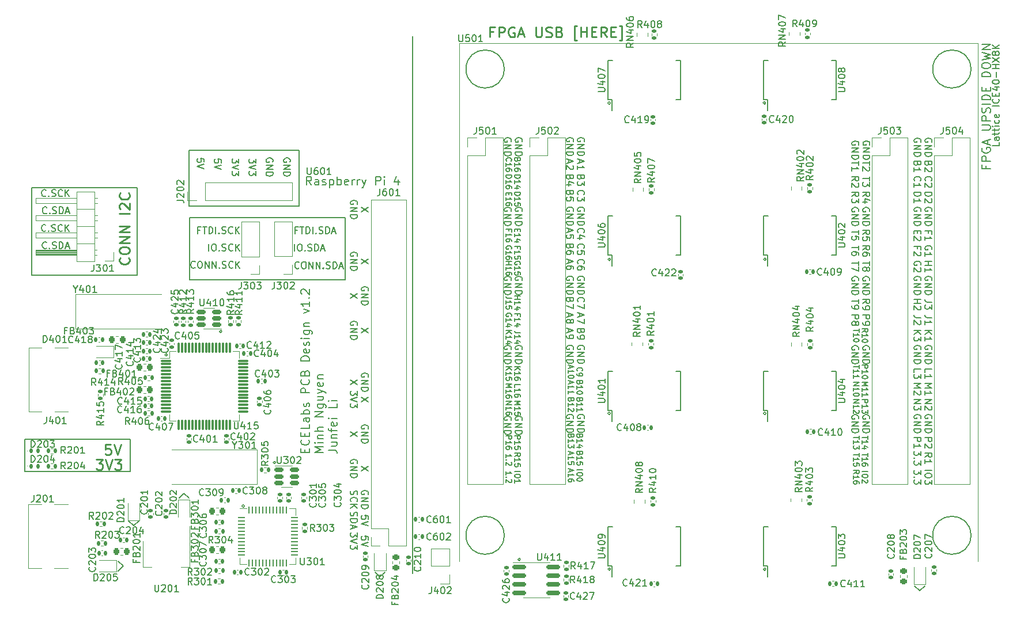
<source format=gto>
G04 #@! TF.GenerationSoftware,KiCad,Pcbnew,(6.0.7)*
G04 #@! TF.CreationDate,2023-08-05T00:10:51+07:00*
G04 #@! TF.ProjectId,ECELab_v1,4543454c-6162-45f7-9631-2e6b69636164,rev?*
G04 #@! TF.SameCoordinates,Original*
G04 #@! TF.FileFunction,Legend,Top*
G04 #@! TF.FilePolarity,Positive*
%FSLAX46Y46*%
G04 Gerber Fmt 4.6, Leading zero omitted, Abs format (unit mm)*
G04 Created by KiCad (PCBNEW (6.0.7)) date 2023-08-05 00:10:51*
%MOMM*%
%LPD*%
G01*
G04 APERTURE LIST*
G04 Aperture macros list*
%AMRoundRect*
0 Rectangle with rounded corners*
0 $1 Rounding radius*
0 $2 $3 $4 $5 $6 $7 $8 $9 X,Y pos of 4 corners*
0 Add a 4 corners polygon primitive as box body*
4,1,4,$2,$3,$4,$5,$6,$7,$8,$9,$2,$3,0*
0 Add four circle primitives for the rounded corners*
1,1,$1+$1,$2,$3*
1,1,$1+$1,$4,$5*
1,1,$1+$1,$6,$7*
1,1,$1+$1,$8,$9*
0 Add four rect primitives between the rounded corners*
20,1,$1+$1,$2,$3,$4,$5,0*
20,1,$1+$1,$4,$5,$6,$7,0*
20,1,$1+$1,$6,$7,$8,$9,0*
20,1,$1+$1,$8,$9,$2,$3,0*%
G04 Aperture macros list end*
%ADD10C,0.150000*%
%ADD11C,0.250000*%
%ADD12C,0.130000*%
%ADD13C,0.200000*%
%ADD14C,0.127000*%
%ADD15C,0.120000*%
%ADD16C,0.100000*%
%ADD17C,3.500000*%
%ADD18R,1.700000X1.700000*%
%ADD19O,1.700000X1.700000*%
%ADD20RoundRect,0.075000X-0.700000X-0.075000X0.700000X-0.075000X0.700000X0.075000X-0.700000X0.075000X0*%
%ADD21RoundRect,0.075000X-0.075000X-0.700000X0.075000X-0.700000X0.075000X0.700000X-0.075000X0.700000X0*%
%ADD22R,4.500000X2.000000*%
%ADD23RoundRect,0.150000X-0.825000X-0.150000X0.825000X-0.150000X0.825000X0.150000X-0.825000X0.150000X0*%
%ADD24RoundRect,0.150000X0.512500X0.150000X-0.512500X0.150000X-0.512500X-0.150000X0.512500X-0.150000X0*%
%ADD25RoundRect,0.135000X-0.185000X0.135000X-0.185000X-0.135000X0.185000X-0.135000X0.185000X0.135000X0*%
%ADD26RoundRect,0.135000X0.185000X-0.135000X0.185000X0.135000X-0.185000X0.135000X-0.185000X-0.135000X0*%
%ADD27RoundRect,0.135000X-0.135000X-0.185000X0.135000X-0.185000X0.135000X0.185000X-0.135000X0.185000X0*%
%ADD28RoundRect,0.135000X0.135000X0.185000X-0.135000X0.185000X-0.135000X-0.185000X0.135000X-0.185000X0*%
%ADD29C,0.650000*%
%ADD30R,1.450000X0.600000*%
%ADD31R,1.450000X0.300000*%
%ADD32O,1.600000X1.000000*%
%ADD33O,2.100000X1.000000*%
%ADD34RoundRect,0.218750X0.218750X0.256250X-0.218750X0.256250X-0.218750X-0.256250X0.218750X-0.256250X0*%
%ADD35RoundRect,0.218750X-0.218750X-0.256250X0.218750X-0.256250X0.218750X0.256250X-0.218750X0.256250X0*%
%ADD36R,0.600000X0.450000*%
%ADD37RoundRect,0.140000X-0.170000X0.140000X-0.170000X-0.140000X0.170000X-0.140000X0.170000X0.140000X0*%
%ADD38RoundRect,0.140000X0.170000X-0.140000X0.170000X0.140000X-0.170000X0.140000X-0.170000X-0.140000X0*%
%ADD39RoundRect,0.140000X-0.140000X-0.170000X0.140000X-0.170000X0.140000X0.170000X-0.140000X0.170000X0*%
%ADD40RoundRect,0.140000X0.140000X0.170000X-0.140000X0.170000X-0.140000X-0.170000X0.140000X-0.170000X0*%
%ADD41R,0.450000X1.750000*%
%ADD42R,0.400000X0.500000*%
%ADD43RoundRect,0.218750X0.256250X-0.218750X0.256250X0.218750X-0.256250X0.218750X-0.256250X-0.218750X0*%
%ADD44RoundRect,0.147500X-0.147500X-0.172500X0.147500X-0.172500X0.147500X0.172500X-0.147500X0.172500X0*%
%ADD45R,1.500000X2.000000*%
%ADD46R,3.800000X2.000000*%
%ADD47R,0.450000X0.600000*%
%ADD48RoundRect,0.062500X-0.412500X-0.062500X0.412500X-0.062500X0.412500X0.062500X-0.412500X0.062500X0*%
%ADD49RoundRect,0.062500X-0.062500X-0.412500X0.062500X-0.412500X0.062500X0.412500X-0.062500X0.412500X0*%
%ADD50R,6.200000X6.200000*%
%ADD51RoundRect,0.150000X-0.512500X-0.150000X0.512500X-0.150000X0.512500X0.150000X-0.512500X0.150000X0*%
G04 APERTURE END LIST*
D10*
X177342800Y-144170400D02*
G75*
G03*
X177342800Y-144170400I-179605J0D01*
G01*
X141376400Y-129921000D02*
G75*
G03*
X141376400Y-129921000I-179605J0D01*
G01*
X133477000Y-110642400D02*
G75*
G03*
X133477000Y-110642400I-179605J0D01*
G01*
X236778800Y-148056600D02*
X236042200Y-148793200D01*
X236042200Y-148793200D02*
X235305600Y-148056600D01*
X127203200Y-135153400D02*
X127939800Y-134416800D01*
X127939800Y-134416800D02*
X128676400Y-135153400D01*
X121285000Y-138480800D02*
X120548400Y-139217400D01*
X120548400Y-139217400D02*
X119811800Y-138480800D01*
X157480000Y-146024600D02*
X156743400Y-146761200D01*
X156743400Y-146761200D02*
X156006800Y-146024600D01*
X118999000Y-145148300D02*
X118262400Y-145884900D01*
X118262400Y-144411700D02*
X118999000Y-145148300D01*
X190601600Y-145592800D02*
G75*
G03*
X190601600Y-145592800I-179605J0D01*
G01*
X213410800Y-145618200D02*
G75*
G03*
X213410800Y-145618200I-179605J0D01*
G01*
X190576200Y-77063600D02*
G75*
G03*
X190576200Y-77063600I-179605J0D01*
G01*
X213385400Y-77038200D02*
G75*
G03*
X213385400Y-77038200I-179605J0D01*
G01*
X190576200Y-100050600D02*
G75*
G03*
X190576200Y-100050600I-179605J0D01*
G01*
X213461600Y-100025200D02*
G75*
G03*
X213461600Y-100025200I-179605J0D01*
G01*
X213436200Y-122707400D02*
G75*
G03*
X213436200Y-122707400I-179605J0D01*
G01*
X190576200Y-122707400D02*
G75*
G03*
X190576200Y-122707400I-179605J0D01*
G01*
X136804400Y-136321800D02*
G75*
G03*
X136804400Y-136321800I-179605J0D01*
G01*
X125503205Y-114071400D02*
G75*
G03*
X125503205Y-114071400I-179605J0D01*
G01*
X105581600Y-89468800D02*
X121024800Y-89468800D01*
X121024800Y-89468800D02*
X121024800Y-102372000D01*
X121024800Y-102372000D02*
X105581600Y-102372000D01*
X105581600Y-102372000D02*
X105581600Y-89468800D01*
X144879000Y-83957200D02*
X128673800Y-83957200D01*
X128673800Y-83957200D02*
X128673800Y-92237600D01*
X128673800Y-92237600D02*
X144879000Y-92237600D01*
X144879000Y-92237600D02*
X144879000Y-83957200D01*
X128802800Y-93918600D02*
X151611000Y-93918600D01*
X151611000Y-93918600D02*
X151611000Y-103023400D01*
X151611000Y-103023400D02*
X128802800Y-103023400D01*
X128802800Y-103023400D02*
X128802800Y-93918600D01*
X104571800Y-126466600D02*
X120015000Y-126466600D01*
X120015000Y-126466600D02*
X120015000Y-131241800D01*
X120015000Y-131241800D02*
X104571800Y-131241800D01*
X104571800Y-131241800D02*
X104571800Y-126466600D01*
X155022619Y-110156666D02*
X154022619Y-110823333D01*
X155022619Y-110823333D02*
X154022619Y-110156666D01*
X153365000Y-109728095D02*
X153412619Y-109632857D01*
X153412619Y-109490000D01*
X153365000Y-109347142D01*
X153269761Y-109251904D01*
X153174523Y-109204285D01*
X152984047Y-109156666D01*
X152841190Y-109156666D01*
X152650714Y-109204285D01*
X152555476Y-109251904D01*
X152460238Y-109347142D01*
X152412619Y-109490000D01*
X152412619Y-109585238D01*
X152460238Y-109728095D01*
X152507857Y-109775714D01*
X152841190Y-109775714D01*
X152841190Y-109585238D01*
X152412619Y-110204285D02*
X153412619Y-110204285D01*
X152412619Y-110775714D01*
X153412619Y-110775714D01*
X152412619Y-111251904D02*
X153412619Y-111251904D01*
X153412619Y-111490000D01*
X153365000Y-111632857D01*
X153269761Y-111728095D01*
X153174523Y-111775714D01*
X152984047Y-111823333D01*
X152841190Y-111823333D01*
X152650714Y-111775714D01*
X152555476Y-111728095D01*
X152460238Y-111632857D01*
X152412619Y-111490000D01*
X152412619Y-111251904D01*
D11*
X115084457Y-129455171D02*
X116013028Y-129455171D01*
X115513028Y-130026600D01*
X115727314Y-130026600D01*
X115870171Y-130098028D01*
X115941600Y-130169457D01*
X116013028Y-130312314D01*
X116013028Y-130669457D01*
X115941600Y-130812314D01*
X115870171Y-130883742D01*
X115727314Y-130955171D01*
X115298742Y-130955171D01*
X115155885Y-130883742D01*
X115084457Y-130812314D01*
X116441600Y-129455171D02*
X116941600Y-130955171D01*
X117441600Y-129455171D01*
X117798742Y-129455171D02*
X118727314Y-129455171D01*
X118227314Y-130026600D01*
X118441600Y-130026600D01*
X118584457Y-130098028D01*
X118655885Y-130169457D01*
X118727314Y-130312314D01*
X118727314Y-130669457D01*
X118655885Y-130812314D01*
X118584457Y-130883742D01*
X118441600Y-130955171D01*
X118013028Y-130955171D01*
X117870171Y-130883742D01*
X117798742Y-130812314D01*
D12*
X176977142Y-108318380D02*
X176977142Y-108051714D01*
X176558095Y-108051714D02*
X177358095Y-108051714D01*
X177358095Y-108432666D01*
X176558095Y-109156476D02*
X176558095Y-108699333D01*
X176558095Y-108927904D02*
X177358095Y-108927904D01*
X177243809Y-108851714D01*
X177167619Y-108775523D01*
X177129523Y-108699333D01*
X177091428Y-109842190D02*
X176558095Y-109842190D01*
X177396190Y-109651714D02*
X176824761Y-109461238D01*
X176824761Y-109956476D01*
X176032000Y-108413619D02*
X176070095Y-108337428D01*
X176070095Y-108223142D01*
X176032000Y-108108857D01*
X175955809Y-108032666D01*
X175879619Y-107994571D01*
X175727238Y-107956476D01*
X175612952Y-107956476D01*
X175460571Y-107994571D01*
X175384380Y-108032666D01*
X175308190Y-108108857D01*
X175270095Y-108223142D01*
X175270095Y-108299333D01*
X175308190Y-108413619D01*
X175346285Y-108451714D01*
X175612952Y-108451714D01*
X175612952Y-108299333D01*
X175270095Y-109213619D02*
X175270095Y-108756476D01*
X175270095Y-108985047D02*
X176070095Y-108985047D01*
X175955809Y-108908857D01*
X175879619Y-108832666D01*
X175841523Y-108756476D01*
X175803428Y-109899333D02*
X175270095Y-109899333D01*
X176108190Y-109708857D02*
X175536761Y-109518380D01*
X175536761Y-110013619D01*
D10*
X107753466Y-98360342D02*
X107705847Y-98407961D01*
X107562990Y-98455580D01*
X107467752Y-98455580D01*
X107324895Y-98407961D01*
X107229657Y-98312723D01*
X107182038Y-98217485D01*
X107134419Y-98027009D01*
X107134419Y-97884152D01*
X107182038Y-97693676D01*
X107229657Y-97598438D01*
X107324895Y-97503200D01*
X107467752Y-97455580D01*
X107562990Y-97455580D01*
X107705847Y-97503200D01*
X107753466Y-97550819D01*
X108182038Y-98360342D02*
X108229657Y-98407961D01*
X108182038Y-98455580D01*
X108134419Y-98407961D01*
X108182038Y-98360342D01*
X108182038Y-98455580D01*
X108610609Y-98407961D02*
X108753466Y-98455580D01*
X108991561Y-98455580D01*
X109086800Y-98407961D01*
X109134419Y-98360342D01*
X109182038Y-98265104D01*
X109182038Y-98169866D01*
X109134419Y-98074628D01*
X109086800Y-98027009D01*
X108991561Y-97979390D01*
X108801085Y-97931771D01*
X108705847Y-97884152D01*
X108658228Y-97836533D01*
X108610609Y-97741295D01*
X108610609Y-97646057D01*
X108658228Y-97550819D01*
X108705847Y-97503200D01*
X108801085Y-97455580D01*
X109039180Y-97455580D01*
X109182038Y-97503200D01*
X109610609Y-98455580D02*
X109610609Y-97455580D01*
X109848704Y-97455580D01*
X109991561Y-97503200D01*
X110086800Y-97598438D01*
X110134419Y-97693676D01*
X110182038Y-97884152D01*
X110182038Y-98027009D01*
X110134419Y-98217485D01*
X110086800Y-98312723D01*
X109991561Y-98407961D01*
X109848704Y-98455580D01*
X109610609Y-98455580D01*
X110562990Y-98169866D02*
X111039180Y-98169866D01*
X110467752Y-98455580D02*
X110801085Y-97455580D01*
X111134419Y-98455580D01*
X155022619Y-92376666D02*
X154022619Y-93043333D01*
X155022619Y-93043333D02*
X154022619Y-92376666D01*
X153365000Y-91948095D02*
X153412619Y-91852857D01*
X153412619Y-91710000D01*
X153365000Y-91567142D01*
X153269761Y-91471904D01*
X153174523Y-91424285D01*
X152984047Y-91376666D01*
X152841190Y-91376666D01*
X152650714Y-91424285D01*
X152555476Y-91471904D01*
X152460238Y-91567142D01*
X152412619Y-91710000D01*
X152412619Y-91805238D01*
X152460238Y-91948095D01*
X152507857Y-91995714D01*
X152841190Y-91995714D01*
X152841190Y-91805238D01*
X152412619Y-92424285D02*
X153412619Y-92424285D01*
X152412619Y-92995714D01*
X153412619Y-92995714D01*
X152412619Y-93471904D02*
X153412619Y-93471904D01*
X153412619Y-93710000D01*
X153365000Y-93852857D01*
X153269761Y-93948095D01*
X153174523Y-93995714D01*
X152984047Y-94043333D01*
X152841190Y-94043333D01*
X152650714Y-93995714D01*
X152555476Y-93948095D01*
X152460238Y-93852857D01*
X152412619Y-93710000D01*
X152412619Y-93471904D01*
X236826619Y-116673333D02*
X236826619Y-116197142D01*
X237826619Y-116197142D01*
X236826619Y-117530476D02*
X236826619Y-116959047D01*
X236826619Y-117244761D02*
X237826619Y-117244761D01*
X237683761Y-117149523D01*
X237588523Y-117054285D01*
X237540904Y-116959047D01*
X235216619Y-116673333D02*
X235216619Y-116197142D01*
X236216619Y-116197142D01*
X236216619Y-116911428D02*
X236216619Y-117530476D01*
X235835666Y-117197142D01*
X235835666Y-117340000D01*
X235788047Y-117435238D01*
X235740428Y-117482857D01*
X235645190Y-117530476D01*
X235407095Y-117530476D01*
X235311857Y-117482857D01*
X235264238Y-117435238D01*
X235216619Y-117340000D01*
X235216619Y-117054285D01*
X235264238Y-116959047D01*
X235311857Y-116911428D01*
X236826619Y-126261904D02*
X237826619Y-126261904D01*
X237826619Y-126642857D01*
X237779000Y-126738095D01*
X237731380Y-126785714D01*
X237636142Y-126833333D01*
X237493285Y-126833333D01*
X237398047Y-126785714D01*
X237350428Y-126738095D01*
X237302809Y-126642857D01*
X237302809Y-126261904D01*
X237731380Y-127214285D02*
X237779000Y-127261904D01*
X237826619Y-127357142D01*
X237826619Y-127595238D01*
X237779000Y-127690476D01*
X237731380Y-127738095D01*
X237636142Y-127785714D01*
X237540904Y-127785714D01*
X237398047Y-127738095D01*
X236826619Y-127166666D01*
X236826619Y-127785714D01*
X235216619Y-126261904D02*
X236216619Y-126261904D01*
X236216619Y-126642857D01*
X236169000Y-126738095D01*
X236121380Y-126785714D01*
X236026142Y-126833333D01*
X235883285Y-126833333D01*
X235788047Y-126785714D01*
X235740428Y-126738095D01*
X235692809Y-126642857D01*
X235692809Y-126261904D01*
X235216619Y-127785714D02*
X235216619Y-127214285D01*
X235216619Y-127500000D02*
X236216619Y-127500000D01*
X236073761Y-127404761D01*
X235978523Y-127309523D01*
X235930904Y-127214285D01*
X186058333Y-107997714D02*
X186058333Y-108473904D01*
X185772619Y-107902476D02*
X186772619Y-108235809D01*
X185772619Y-108569142D01*
X186772619Y-108807238D02*
X186772619Y-109473904D01*
X185772619Y-109045333D01*
X184448333Y-107997714D02*
X184448333Y-108473904D01*
X184162619Y-107902476D02*
X185162619Y-108235809D01*
X184162619Y-108569142D01*
X184734047Y-109045333D02*
X184781666Y-108950095D01*
X184829285Y-108902476D01*
X184924523Y-108854857D01*
X184972142Y-108854857D01*
X185067380Y-108902476D01*
X185115000Y-108950095D01*
X185162619Y-109045333D01*
X185162619Y-109235809D01*
X185115000Y-109331047D01*
X185067380Y-109378666D01*
X184972142Y-109426285D01*
X184924523Y-109426285D01*
X184829285Y-109378666D01*
X184781666Y-109331047D01*
X184734047Y-109235809D01*
X184734047Y-109045333D01*
X184686428Y-108950095D01*
X184638809Y-108902476D01*
X184543571Y-108854857D01*
X184353095Y-108854857D01*
X184257857Y-108902476D01*
X184210238Y-108950095D01*
X184162619Y-109045333D01*
X184162619Y-109235809D01*
X184210238Y-109331047D01*
X184257857Y-109378666D01*
X184353095Y-109426285D01*
X184543571Y-109426285D01*
X184638809Y-109378666D01*
X184686428Y-109331047D01*
X184734047Y-109235809D01*
X236921857Y-88479333D02*
X236874238Y-88431714D01*
X236826619Y-88288857D01*
X236826619Y-88193619D01*
X236874238Y-88050761D01*
X236969476Y-87955523D01*
X237064714Y-87907904D01*
X237255190Y-87860285D01*
X237398047Y-87860285D01*
X237588523Y-87907904D01*
X237683761Y-87955523D01*
X237779000Y-88050761D01*
X237826619Y-88193619D01*
X237826619Y-88288857D01*
X237779000Y-88431714D01*
X237731380Y-88479333D01*
X237731380Y-88860285D02*
X237779000Y-88907904D01*
X237826619Y-89003142D01*
X237826619Y-89241238D01*
X237779000Y-89336476D01*
X237731380Y-89384095D01*
X237636142Y-89431714D01*
X237540904Y-89431714D01*
X237398047Y-89384095D01*
X236826619Y-88812666D01*
X236826619Y-89431714D01*
X235311857Y-88479333D02*
X235264238Y-88431714D01*
X235216619Y-88288857D01*
X235216619Y-88193619D01*
X235264238Y-88050761D01*
X235359476Y-87955523D01*
X235454714Y-87907904D01*
X235645190Y-87860285D01*
X235788047Y-87860285D01*
X235978523Y-87907904D01*
X236073761Y-87955523D01*
X236169000Y-88050761D01*
X236216619Y-88193619D01*
X236216619Y-88288857D01*
X236169000Y-88431714D01*
X236121380Y-88479333D01*
X235216619Y-89431714D02*
X235216619Y-88860285D01*
X235216619Y-89146000D02*
X236216619Y-89146000D01*
X236073761Y-89050761D01*
X235978523Y-88955523D01*
X235930904Y-88860285D01*
X186725000Y-113258695D02*
X186772619Y-113163457D01*
X186772619Y-113020600D01*
X186725000Y-112877742D01*
X186629761Y-112782504D01*
X186534523Y-112734885D01*
X186344047Y-112687266D01*
X186201190Y-112687266D01*
X186010714Y-112734885D01*
X185915476Y-112782504D01*
X185820238Y-112877742D01*
X185772619Y-113020600D01*
X185772619Y-113115838D01*
X185820238Y-113258695D01*
X185867857Y-113306314D01*
X186201190Y-113306314D01*
X186201190Y-113115838D01*
X185772619Y-113734885D02*
X186772619Y-113734885D01*
X185772619Y-114306314D01*
X186772619Y-114306314D01*
X185772619Y-114782504D02*
X186772619Y-114782504D01*
X186772619Y-115020600D01*
X186725000Y-115163457D01*
X186629761Y-115258695D01*
X186534523Y-115306314D01*
X186344047Y-115353933D01*
X186201190Y-115353933D01*
X186010714Y-115306314D01*
X185915476Y-115258695D01*
X185820238Y-115163457D01*
X185772619Y-115020600D01*
X185772619Y-114782504D01*
X185115000Y-113258695D02*
X185162619Y-113163457D01*
X185162619Y-113020600D01*
X185115000Y-112877742D01*
X185019761Y-112782504D01*
X184924523Y-112734885D01*
X184734047Y-112687266D01*
X184591190Y-112687266D01*
X184400714Y-112734885D01*
X184305476Y-112782504D01*
X184210238Y-112877742D01*
X184162619Y-113020600D01*
X184162619Y-113115838D01*
X184210238Y-113258695D01*
X184257857Y-113306314D01*
X184591190Y-113306314D01*
X184591190Y-113115838D01*
X184162619Y-113734885D02*
X185162619Y-113734885D01*
X184162619Y-114306314D01*
X185162619Y-114306314D01*
X184162619Y-114782504D02*
X185162619Y-114782504D01*
X185162619Y-115020600D01*
X185115000Y-115163457D01*
X185019761Y-115258695D01*
X184924523Y-115306314D01*
X184734047Y-115353933D01*
X184591190Y-115353933D01*
X184400714Y-115306314D01*
X184305476Y-115258695D01*
X184210238Y-115163457D01*
X184162619Y-115020600D01*
X184162619Y-114782504D01*
D12*
X227612095Y-115614571D02*
X228412095Y-115614571D01*
X228412095Y-115919333D01*
X228374000Y-115995523D01*
X228335904Y-116033619D01*
X228259714Y-116071714D01*
X228145428Y-116071714D01*
X228069238Y-116033619D01*
X228031142Y-115995523D01*
X227993047Y-115919333D01*
X227993047Y-115614571D01*
X227612095Y-116833619D02*
X227612095Y-116376476D01*
X227612095Y-116605047D02*
X228412095Y-116605047D01*
X228297809Y-116528857D01*
X228221619Y-116452666D01*
X228183523Y-116376476D01*
X228412095Y-117328857D02*
X228412095Y-117405047D01*
X228374000Y-117481238D01*
X228335904Y-117519333D01*
X228259714Y-117557428D01*
X228107333Y-117595523D01*
X227916857Y-117595523D01*
X227764476Y-117557428D01*
X227688285Y-117519333D01*
X227650190Y-117481238D01*
X227612095Y-117405047D01*
X227612095Y-117328857D01*
X227650190Y-117252666D01*
X227688285Y-117214571D01*
X227764476Y-117176476D01*
X227916857Y-117138380D01*
X228107333Y-117138380D01*
X228259714Y-117176476D01*
X228335904Y-117214571D01*
X228374000Y-117252666D01*
X228412095Y-117328857D01*
X227124095Y-115595523D02*
X227124095Y-116052666D01*
X226324095Y-115824095D02*
X227124095Y-115824095D01*
X226324095Y-116738380D02*
X226324095Y-116281238D01*
X226324095Y-116509809D02*
X227124095Y-116509809D01*
X227009809Y-116433619D01*
X226933619Y-116357428D01*
X226895523Y-116281238D01*
X226324095Y-117500285D02*
X226324095Y-117043142D01*
X226324095Y-117271714D02*
X227124095Y-117271714D01*
X227009809Y-117195523D01*
X226933619Y-117119333D01*
X226895523Y-117043142D01*
D10*
X186058333Y-85391714D02*
X186058333Y-85867904D01*
X185772619Y-85296476D02*
X186772619Y-85629809D01*
X185772619Y-85963142D01*
X185772619Y-86820285D02*
X185772619Y-86248857D01*
X185772619Y-86534571D02*
X186772619Y-86534571D01*
X186629761Y-86439333D01*
X186534523Y-86344095D01*
X186486904Y-86248857D01*
X184448333Y-85391714D02*
X184448333Y-85867904D01*
X184162619Y-85296476D02*
X185162619Y-85629809D01*
X184162619Y-85963142D01*
X185067380Y-86248857D02*
X185115000Y-86296476D01*
X185162619Y-86391714D01*
X185162619Y-86629809D01*
X185115000Y-86725047D01*
X185067380Y-86772666D01*
X184972142Y-86820285D01*
X184876904Y-86820285D01*
X184734047Y-86772666D01*
X184162619Y-86201238D01*
X184162619Y-86820285D01*
X185867857Y-100671333D02*
X185820238Y-100623714D01*
X185772619Y-100480857D01*
X185772619Y-100385619D01*
X185820238Y-100242761D01*
X185915476Y-100147523D01*
X186010714Y-100099904D01*
X186201190Y-100052285D01*
X186344047Y-100052285D01*
X186534523Y-100099904D01*
X186629761Y-100147523D01*
X186725000Y-100242761D01*
X186772619Y-100385619D01*
X186772619Y-100480857D01*
X186725000Y-100623714D01*
X186677380Y-100671333D01*
X186772619Y-101528476D02*
X186772619Y-101338000D01*
X186725000Y-101242761D01*
X186677380Y-101195142D01*
X186534523Y-101099904D01*
X186344047Y-101052285D01*
X185963095Y-101052285D01*
X185867857Y-101099904D01*
X185820238Y-101147523D01*
X185772619Y-101242761D01*
X185772619Y-101433238D01*
X185820238Y-101528476D01*
X185867857Y-101576095D01*
X185963095Y-101623714D01*
X186201190Y-101623714D01*
X186296428Y-101576095D01*
X186344047Y-101528476D01*
X186391666Y-101433238D01*
X186391666Y-101242761D01*
X186344047Y-101147523D01*
X186296428Y-101099904D01*
X186201190Y-101052285D01*
X184448333Y-100123714D02*
X184448333Y-100599904D01*
X184162619Y-100028476D02*
X185162619Y-100361809D01*
X184162619Y-100695142D01*
X185162619Y-101457047D02*
X185162619Y-101266571D01*
X185115000Y-101171333D01*
X185067380Y-101123714D01*
X184924523Y-101028476D01*
X184734047Y-100980857D01*
X184353095Y-100980857D01*
X184257857Y-101028476D01*
X184210238Y-101076095D01*
X184162619Y-101171333D01*
X184162619Y-101361809D01*
X184210238Y-101457047D01*
X184257857Y-101504666D01*
X184353095Y-101552285D01*
X184591190Y-101552285D01*
X184686428Y-101504666D01*
X184734047Y-101457047D01*
X184781666Y-101361809D01*
X184781666Y-101171333D01*
X184734047Y-101076095D01*
X184686428Y-101028476D01*
X184591190Y-100980857D01*
D12*
X176558095Y-126028571D02*
X177358095Y-126028571D01*
X177358095Y-126333333D01*
X177320000Y-126409523D01*
X177281904Y-126447619D01*
X177205714Y-126485714D01*
X177091428Y-126485714D01*
X177015238Y-126447619D01*
X176977142Y-126409523D01*
X176939047Y-126333333D01*
X176939047Y-126028571D01*
X176558095Y-127247619D02*
X176558095Y-126790476D01*
X176558095Y-127019047D02*
X177358095Y-127019047D01*
X177243809Y-126942857D01*
X177167619Y-126866666D01*
X177129523Y-126790476D01*
X177358095Y-127971428D02*
X177358095Y-127590476D01*
X176977142Y-127552380D01*
X177015238Y-127590476D01*
X177053333Y-127666666D01*
X177053333Y-127857142D01*
X177015238Y-127933333D01*
X176977142Y-127971428D01*
X176900952Y-128009523D01*
X176710476Y-128009523D01*
X176634285Y-127971428D01*
X176596190Y-127933333D01*
X176558095Y-127857142D01*
X176558095Y-127666666D01*
X176596190Y-127590476D01*
X176634285Y-127552380D01*
X175270095Y-126028571D02*
X176070095Y-126028571D01*
X176070095Y-126333333D01*
X176032000Y-126409523D01*
X175993904Y-126447619D01*
X175917714Y-126485714D01*
X175803428Y-126485714D01*
X175727238Y-126447619D01*
X175689142Y-126409523D01*
X175651047Y-126333333D01*
X175651047Y-126028571D01*
X175270095Y-127247619D02*
X175270095Y-126790476D01*
X175270095Y-127019047D02*
X176070095Y-127019047D01*
X175955809Y-126942857D01*
X175879619Y-126866666D01*
X175841523Y-126790476D01*
X176070095Y-127933333D02*
X176070095Y-127780952D01*
X176032000Y-127704761D01*
X175993904Y-127666666D01*
X175879619Y-127590476D01*
X175727238Y-127552380D01*
X175422476Y-127552380D01*
X175346285Y-127590476D01*
X175308190Y-127628571D01*
X175270095Y-127704761D01*
X175270095Y-127857142D01*
X175308190Y-127933333D01*
X175346285Y-127971428D01*
X175422476Y-128009523D01*
X175612952Y-128009523D01*
X175689142Y-127971428D01*
X175727238Y-127933333D01*
X175765333Y-127857142D01*
X175765333Y-127704761D01*
X175727238Y-127628571D01*
X175689142Y-127590476D01*
X175612952Y-127552380D01*
D10*
X136003219Y-85259104D02*
X136003219Y-85878152D01*
X135622266Y-85544819D01*
X135622266Y-85687676D01*
X135574647Y-85782914D01*
X135527028Y-85830533D01*
X135431790Y-85878152D01*
X135193695Y-85878152D01*
X135098457Y-85830533D01*
X135050838Y-85782914D01*
X135003219Y-85687676D01*
X135003219Y-85401961D01*
X135050838Y-85306723D01*
X135098457Y-85259104D01*
X136003219Y-86163866D02*
X135003219Y-86497200D01*
X136003219Y-86830533D01*
X136003219Y-87068628D02*
X136003219Y-87687676D01*
X135622266Y-87354342D01*
X135622266Y-87497200D01*
X135574647Y-87592438D01*
X135527028Y-87640057D01*
X135431790Y-87687676D01*
X135193695Y-87687676D01*
X135098457Y-87640057D01*
X135050838Y-87592438D01*
X135003219Y-87497200D01*
X135003219Y-87211485D01*
X135050838Y-87116247D01*
X135098457Y-87068628D01*
D12*
X186121142Y-120707238D02*
X186083047Y-120821523D01*
X186044952Y-120859619D01*
X185968761Y-120897714D01*
X185854476Y-120897714D01*
X185778285Y-120859619D01*
X185740190Y-120821523D01*
X185702095Y-120745333D01*
X185702095Y-120440571D01*
X186502095Y-120440571D01*
X186502095Y-120707238D01*
X186464000Y-120783428D01*
X186425904Y-120821523D01*
X186349714Y-120859619D01*
X186273523Y-120859619D01*
X186197333Y-120821523D01*
X186159238Y-120783428D01*
X186121142Y-120707238D01*
X186121142Y-120440571D01*
X185702095Y-121659619D02*
X185702095Y-121202476D01*
X185702095Y-121431047D02*
X186502095Y-121431047D01*
X186387809Y-121354857D01*
X186311619Y-121278666D01*
X186273523Y-121202476D01*
X185702095Y-122421523D02*
X185702095Y-121964380D01*
X185702095Y-122192952D02*
X186502095Y-122192952D01*
X186387809Y-122116761D01*
X186311619Y-122040571D01*
X186273523Y-121964380D01*
X184833142Y-120707238D02*
X184795047Y-120821523D01*
X184756952Y-120859619D01*
X184680761Y-120897714D01*
X184566476Y-120897714D01*
X184490285Y-120859619D01*
X184452190Y-120821523D01*
X184414095Y-120745333D01*
X184414095Y-120440571D01*
X185214095Y-120440571D01*
X185214095Y-120707238D01*
X185176000Y-120783428D01*
X185137904Y-120821523D01*
X185061714Y-120859619D01*
X184985523Y-120859619D01*
X184909333Y-120821523D01*
X184871238Y-120783428D01*
X184833142Y-120707238D01*
X184833142Y-120440571D01*
X184414095Y-121659619D02*
X184414095Y-121202476D01*
X184414095Y-121431047D02*
X185214095Y-121431047D01*
X185099809Y-121354857D01*
X185023619Y-121278666D01*
X184985523Y-121202476D01*
X185137904Y-121964380D02*
X185176000Y-122002476D01*
X185214095Y-122078666D01*
X185214095Y-122269142D01*
X185176000Y-122345333D01*
X185137904Y-122383428D01*
X185061714Y-122421523D01*
X184985523Y-122421523D01*
X184871238Y-122383428D01*
X184414095Y-121926285D01*
X184414095Y-122421523D01*
X185778285Y-116452666D02*
X185740190Y-116414571D01*
X185702095Y-116300285D01*
X185702095Y-116224095D01*
X185740190Y-116109809D01*
X185816380Y-116033619D01*
X185892571Y-115995523D01*
X186044952Y-115957428D01*
X186159238Y-115957428D01*
X186311619Y-115995523D01*
X186387809Y-116033619D01*
X186464000Y-116109809D01*
X186502095Y-116224095D01*
X186502095Y-116300285D01*
X186464000Y-116414571D01*
X186425904Y-116452666D01*
X185702095Y-116833619D02*
X185702095Y-116986000D01*
X185740190Y-117062190D01*
X185778285Y-117100285D01*
X185892571Y-117176476D01*
X186044952Y-117214571D01*
X186349714Y-117214571D01*
X186425904Y-117176476D01*
X186464000Y-117138380D01*
X186502095Y-117062190D01*
X186502095Y-116909809D01*
X186464000Y-116833619D01*
X186425904Y-116795523D01*
X186349714Y-116757428D01*
X186159238Y-116757428D01*
X186083047Y-116795523D01*
X186044952Y-116833619D01*
X186006857Y-116909809D01*
X186006857Y-117062190D01*
X186044952Y-117138380D01*
X186083047Y-117176476D01*
X186159238Y-117214571D01*
X184642666Y-115633619D02*
X184642666Y-116014571D01*
X184414095Y-115557428D02*
X185214095Y-115824095D01*
X184414095Y-116090761D01*
X184414095Y-116776476D02*
X184414095Y-116319333D01*
X184414095Y-116547904D02*
X185214095Y-116547904D01*
X185099809Y-116471714D01*
X185023619Y-116395523D01*
X184985523Y-116319333D01*
X185214095Y-117271714D02*
X185214095Y-117347904D01*
X185176000Y-117424095D01*
X185137904Y-117462190D01*
X185061714Y-117500285D01*
X184909333Y-117538380D01*
X184718857Y-117538380D01*
X184566476Y-117500285D01*
X184490285Y-117462190D01*
X184452190Y-117424095D01*
X184414095Y-117347904D01*
X184414095Y-117271714D01*
X184452190Y-117195523D01*
X184490285Y-117157428D01*
X184566476Y-117119333D01*
X184718857Y-117081238D01*
X184909333Y-117081238D01*
X185061714Y-117119333D01*
X185137904Y-117157428D01*
X185176000Y-117195523D01*
X185214095Y-117271714D01*
D13*
X145726214Y-128426580D02*
X145726214Y-128009914D01*
X146380976Y-127831342D02*
X146380976Y-128426580D01*
X145130976Y-128426580D01*
X145130976Y-127831342D01*
X146261928Y-126581342D02*
X146321452Y-126640866D01*
X146380976Y-126819438D01*
X146380976Y-126938485D01*
X146321452Y-127117057D01*
X146202404Y-127236104D01*
X146083357Y-127295628D01*
X145845261Y-127355152D01*
X145666690Y-127355152D01*
X145428595Y-127295628D01*
X145309547Y-127236104D01*
X145190500Y-127117057D01*
X145130976Y-126938485D01*
X145130976Y-126819438D01*
X145190500Y-126640866D01*
X145250023Y-126581342D01*
X145726214Y-126045628D02*
X145726214Y-125628961D01*
X146380976Y-125450390D02*
X146380976Y-126045628D01*
X145130976Y-126045628D01*
X145130976Y-125450390D01*
X146380976Y-124319438D02*
X146380976Y-124914676D01*
X145130976Y-124914676D01*
X146380976Y-123367057D02*
X145726214Y-123367057D01*
X145607166Y-123426580D01*
X145547642Y-123545628D01*
X145547642Y-123783723D01*
X145607166Y-123902771D01*
X146321452Y-123367057D02*
X146380976Y-123486104D01*
X146380976Y-123783723D01*
X146321452Y-123902771D01*
X146202404Y-123962295D01*
X146083357Y-123962295D01*
X145964309Y-123902771D01*
X145904785Y-123783723D01*
X145904785Y-123486104D01*
X145845261Y-123367057D01*
X146380976Y-122771819D02*
X145130976Y-122771819D01*
X145607166Y-122771819D02*
X145547642Y-122652771D01*
X145547642Y-122414676D01*
X145607166Y-122295628D01*
X145666690Y-122236104D01*
X145785738Y-122176580D01*
X146142880Y-122176580D01*
X146261928Y-122236104D01*
X146321452Y-122295628D01*
X146380976Y-122414676D01*
X146380976Y-122652771D01*
X146321452Y-122771819D01*
X146321452Y-121700390D02*
X146380976Y-121581342D01*
X146380976Y-121343247D01*
X146321452Y-121224200D01*
X146202404Y-121164676D01*
X146142880Y-121164676D01*
X146023833Y-121224200D01*
X145964309Y-121343247D01*
X145964309Y-121521819D01*
X145904785Y-121640866D01*
X145785738Y-121700390D01*
X145726214Y-121700390D01*
X145607166Y-121640866D01*
X145547642Y-121521819D01*
X145547642Y-121343247D01*
X145607166Y-121224200D01*
X146380976Y-119676580D02*
X145130976Y-119676580D01*
X145130976Y-119200390D01*
X145190500Y-119081342D01*
X145250023Y-119021819D01*
X145369071Y-118962295D01*
X145547642Y-118962295D01*
X145666690Y-119021819D01*
X145726214Y-119081342D01*
X145785738Y-119200390D01*
X145785738Y-119676580D01*
X146261928Y-117712295D02*
X146321452Y-117771819D01*
X146380976Y-117950390D01*
X146380976Y-118069438D01*
X146321452Y-118248009D01*
X146202404Y-118367057D01*
X146083357Y-118426580D01*
X145845261Y-118486104D01*
X145666690Y-118486104D01*
X145428595Y-118426580D01*
X145309547Y-118367057D01*
X145190500Y-118248009D01*
X145130976Y-118069438D01*
X145130976Y-117950390D01*
X145190500Y-117771819D01*
X145250023Y-117712295D01*
X145726214Y-116759914D02*
X145785738Y-116581342D01*
X145845261Y-116521819D01*
X145964309Y-116462295D01*
X146142880Y-116462295D01*
X146261928Y-116521819D01*
X146321452Y-116581342D01*
X146380976Y-116700390D01*
X146380976Y-117176580D01*
X145130976Y-117176580D01*
X145130976Y-116759914D01*
X145190500Y-116640866D01*
X145250023Y-116581342D01*
X145369071Y-116521819D01*
X145488119Y-116521819D01*
X145607166Y-116581342D01*
X145666690Y-116640866D01*
X145726214Y-116759914D01*
X145726214Y-117176580D01*
X146380976Y-114974200D02*
X145130976Y-114974200D01*
X145130976Y-114676580D01*
X145190500Y-114498009D01*
X145309547Y-114378961D01*
X145428595Y-114319438D01*
X145666690Y-114259914D01*
X145845261Y-114259914D01*
X146083357Y-114319438D01*
X146202404Y-114378961D01*
X146321452Y-114498009D01*
X146380976Y-114676580D01*
X146380976Y-114974200D01*
X146321452Y-113248009D02*
X146380976Y-113367057D01*
X146380976Y-113605152D01*
X146321452Y-113724200D01*
X146202404Y-113783723D01*
X145726214Y-113783723D01*
X145607166Y-113724200D01*
X145547642Y-113605152D01*
X145547642Y-113367057D01*
X145607166Y-113248009D01*
X145726214Y-113188485D01*
X145845261Y-113188485D01*
X145964309Y-113783723D01*
X146321452Y-112712295D02*
X146380976Y-112593247D01*
X146380976Y-112355152D01*
X146321452Y-112236104D01*
X146202404Y-112176580D01*
X146142880Y-112176580D01*
X146023833Y-112236104D01*
X145964309Y-112355152D01*
X145964309Y-112533723D01*
X145904785Y-112652771D01*
X145785738Y-112712295D01*
X145726214Y-112712295D01*
X145607166Y-112652771D01*
X145547642Y-112533723D01*
X145547642Y-112355152D01*
X145607166Y-112236104D01*
X146380976Y-111640866D02*
X145547642Y-111640866D01*
X145130976Y-111640866D02*
X145190500Y-111700390D01*
X145250023Y-111640866D01*
X145190500Y-111581342D01*
X145130976Y-111640866D01*
X145250023Y-111640866D01*
X145547642Y-110509914D02*
X146559547Y-110509914D01*
X146678595Y-110569438D01*
X146738119Y-110628961D01*
X146797642Y-110748009D01*
X146797642Y-110926580D01*
X146738119Y-111045628D01*
X146321452Y-110509914D02*
X146380976Y-110628961D01*
X146380976Y-110867057D01*
X146321452Y-110986104D01*
X146261928Y-111045628D01*
X146142880Y-111105152D01*
X145785738Y-111105152D01*
X145666690Y-111045628D01*
X145607166Y-110986104D01*
X145547642Y-110867057D01*
X145547642Y-110628961D01*
X145607166Y-110509914D01*
X145547642Y-109914676D02*
X146380976Y-109914676D01*
X145666690Y-109914676D02*
X145607166Y-109855152D01*
X145547642Y-109736104D01*
X145547642Y-109557533D01*
X145607166Y-109438485D01*
X145726214Y-109378961D01*
X146380976Y-109378961D01*
X145547642Y-107950390D02*
X146380976Y-107652771D01*
X145547642Y-107355152D01*
X146380976Y-106224200D02*
X146380976Y-106938485D01*
X146380976Y-106581342D02*
X145130976Y-106581342D01*
X145309547Y-106700390D01*
X145428595Y-106819438D01*
X145488119Y-106938485D01*
X146261928Y-105688485D02*
X146321452Y-105628961D01*
X146380976Y-105688485D01*
X146321452Y-105748009D01*
X146261928Y-105688485D01*
X146380976Y-105688485D01*
X145250023Y-105152771D02*
X145190500Y-105093247D01*
X145130976Y-104974200D01*
X145130976Y-104676580D01*
X145190500Y-104557533D01*
X145250023Y-104498009D01*
X145369071Y-104438485D01*
X145488119Y-104438485D01*
X145666690Y-104498009D01*
X146380976Y-105212295D01*
X146380976Y-104438485D01*
X148393476Y-128426580D02*
X147143476Y-128426580D01*
X148036333Y-128009914D01*
X147143476Y-127593247D01*
X148393476Y-127593247D01*
X148393476Y-126998009D02*
X147560142Y-126998009D01*
X147143476Y-126998009D02*
X147203000Y-127057533D01*
X147262523Y-126998009D01*
X147203000Y-126938485D01*
X147143476Y-126998009D01*
X147262523Y-126998009D01*
X147560142Y-126402771D02*
X148393476Y-126402771D01*
X147679190Y-126402771D02*
X147619666Y-126343247D01*
X147560142Y-126224200D01*
X147560142Y-126045628D01*
X147619666Y-125926580D01*
X147738714Y-125867057D01*
X148393476Y-125867057D01*
X148393476Y-125271819D02*
X147143476Y-125271819D01*
X148393476Y-124736104D02*
X147738714Y-124736104D01*
X147619666Y-124795628D01*
X147560142Y-124914676D01*
X147560142Y-125093247D01*
X147619666Y-125212295D01*
X147679190Y-125271819D01*
X148393476Y-123188485D02*
X147143476Y-123188485D01*
X148393476Y-122474200D01*
X147143476Y-122474200D01*
X147560142Y-121343247D02*
X148572047Y-121343247D01*
X148691095Y-121402771D01*
X148750619Y-121462295D01*
X148810142Y-121581342D01*
X148810142Y-121759914D01*
X148750619Y-121878961D01*
X148333952Y-121343247D02*
X148393476Y-121462295D01*
X148393476Y-121700390D01*
X148333952Y-121819438D01*
X148274428Y-121878961D01*
X148155380Y-121938485D01*
X147798238Y-121938485D01*
X147679190Y-121878961D01*
X147619666Y-121819438D01*
X147560142Y-121700390D01*
X147560142Y-121462295D01*
X147619666Y-121343247D01*
X147560142Y-120212295D02*
X148393476Y-120212295D01*
X147560142Y-120748009D02*
X148214904Y-120748009D01*
X148333952Y-120688485D01*
X148393476Y-120569438D01*
X148393476Y-120390866D01*
X148333952Y-120271819D01*
X148274428Y-120212295D01*
X147560142Y-119736104D02*
X148393476Y-119438485D01*
X147560142Y-119140866D02*
X148393476Y-119438485D01*
X148691095Y-119557533D01*
X148750619Y-119617057D01*
X148810142Y-119736104D01*
X148333952Y-118188485D02*
X148393476Y-118307533D01*
X148393476Y-118545628D01*
X148333952Y-118664676D01*
X148214904Y-118724200D01*
X147738714Y-118724200D01*
X147619666Y-118664676D01*
X147560142Y-118545628D01*
X147560142Y-118307533D01*
X147619666Y-118188485D01*
X147738714Y-118128961D01*
X147857761Y-118128961D01*
X147976809Y-118724200D01*
X147560142Y-117593247D02*
X148393476Y-117593247D01*
X147679190Y-117593247D02*
X147619666Y-117533723D01*
X147560142Y-117414676D01*
X147560142Y-117236104D01*
X147619666Y-117117057D01*
X147738714Y-117057533D01*
X148393476Y-117057533D01*
X149155976Y-128069438D02*
X150048833Y-128069438D01*
X150227404Y-128128961D01*
X150346452Y-128248009D01*
X150405976Y-128426580D01*
X150405976Y-128545628D01*
X149572642Y-126938485D02*
X150405976Y-126938485D01*
X149572642Y-127474200D02*
X150227404Y-127474200D01*
X150346452Y-127414676D01*
X150405976Y-127295628D01*
X150405976Y-127117057D01*
X150346452Y-126998009D01*
X150286928Y-126938485D01*
X149572642Y-126343247D02*
X150405976Y-126343247D01*
X149691690Y-126343247D02*
X149632166Y-126283723D01*
X149572642Y-126164676D01*
X149572642Y-125986104D01*
X149632166Y-125867057D01*
X149751214Y-125807533D01*
X150405976Y-125807533D01*
X149572642Y-125390866D02*
X149572642Y-124914676D01*
X150405976Y-125212295D02*
X149334547Y-125212295D01*
X149215500Y-125152771D01*
X149155976Y-125033723D01*
X149155976Y-124914676D01*
X150346452Y-124021819D02*
X150405976Y-124140866D01*
X150405976Y-124378961D01*
X150346452Y-124498009D01*
X150227404Y-124557533D01*
X149751214Y-124557533D01*
X149632166Y-124498009D01*
X149572642Y-124378961D01*
X149572642Y-124140866D01*
X149632166Y-124021819D01*
X149751214Y-123962295D01*
X149870261Y-123962295D01*
X149989309Y-124557533D01*
X150405976Y-123426580D02*
X149572642Y-123426580D01*
X149155976Y-123426580D02*
X149215500Y-123486104D01*
X149275023Y-123426580D01*
X149215500Y-123367057D01*
X149155976Y-123426580D01*
X149275023Y-123426580D01*
X150405976Y-121283723D02*
X150405976Y-121878961D01*
X149155976Y-121878961D01*
X150405976Y-120867057D02*
X149572642Y-120867057D01*
X149155976Y-120867057D02*
X149215500Y-120926580D01*
X149275023Y-120867057D01*
X149215500Y-120807533D01*
X149155976Y-120867057D01*
X149275023Y-120867057D01*
D12*
X227612095Y-118097428D02*
X228412095Y-118097428D01*
X227840666Y-118364095D01*
X228412095Y-118630761D01*
X227612095Y-118630761D01*
X227612095Y-119430761D02*
X227612095Y-118973619D01*
X227612095Y-119202190D02*
X228412095Y-119202190D01*
X228297809Y-119126000D01*
X228221619Y-119049809D01*
X228183523Y-118973619D01*
X227612095Y-120192666D02*
X227612095Y-119735523D01*
X227612095Y-119964095D02*
X228412095Y-119964095D01*
X228297809Y-119887904D01*
X228221619Y-119811714D01*
X228183523Y-119735523D01*
X226324095Y-118135523D02*
X227124095Y-118135523D01*
X226324095Y-118592666D01*
X227124095Y-118592666D01*
X226324095Y-119392666D02*
X226324095Y-118935523D01*
X226324095Y-119164095D02*
X227124095Y-119164095D01*
X227009809Y-119087904D01*
X226933619Y-119011714D01*
X226895523Y-118935523D01*
X227124095Y-119887904D02*
X227124095Y-119964095D01*
X227086000Y-120040285D01*
X227047904Y-120078380D01*
X226971714Y-120116476D01*
X226819333Y-120154571D01*
X226628857Y-120154571D01*
X226476476Y-120116476D01*
X226400285Y-120078380D01*
X226362190Y-120040285D01*
X226324095Y-119964095D01*
X226324095Y-119887904D01*
X226362190Y-119811714D01*
X226400285Y-119773619D01*
X226476476Y-119735523D01*
X226628857Y-119697428D01*
X226819333Y-119697428D01*
X226971714Y-119735523D01*
X227047904Y-119773619D01*
X227086000Y-119811714D01*
X227124095Y-119887904D01*
X186121142Y-118167238D02*
X186083047Y-118281523D01*
X186044952Y-118319619D01*
X185968761Y-118357714D01*
X185854476Y-118357714D01*
X185778285Y-118319619D01*
X185740190Y-118281523D01*
X185702095Y-118205333D01*
X185702095Y-117900571D01*
X186502095Y-117900571D01*
X186502095Y-118167238D01*
X186464000Y-118243428D01*
X186425904Y-118281523D01*
X186349714Y-118319619D01*
X186273523Y-118319619D01*
X186197333Y-118281523D01*
X186159238Y-118243428D01*
X186121142Y-118167238D01*
X186121142Y-117900571D01*
X185702095Y-119119619D02*
X185702095Y-118662476D01*
X185702095Y-118891047D02*
X186502095Y-118891047D01*
X186387809Y-118814857D01*
X186311619Y-118738666D01*
X186273523Y-118662476D01*
X186502095Y-119614857D02*
X186502095Y-119691047D01*
X186464000Y-119767238D01*
X186425904Y-119805333D01*
X186349714Y-119843428D01*
X186197333Y-119881523D01*
X186006857Y-119881523D01*
X185854476Y-119843428D01*
X185778285Y-119805333D01*
X185740190Y-119767238D01*
X185702095Y-119691047D01*
X185702095Y-119614857D01*
X185740190Y-119538666D01*
X185778285Y-119500571D01*
X185854476Y-119462476D01*
X186006857Y-119424380D01*
X186197333Y-119424380D01*
X186349714Y-119462476D01*
X186425904Y-119500571D01*
X186464000Y-119538666D01*
X186502095Y-119614857D01*
X184642666Y-117919619D02*
X184642666Y-118300571D01*
X184414095Y-117843428D02*
X185214095Y-118110095D01*
X184414095Y-118376761D01*
X184414095Y-119062476D02*
X184414095Y-118605333D01*
X184414095Y-118833904D02*
X185214095Y-118833904D01*
X185099809Y-118757714D01*
X185023619Y-118681523D01*
X184985523Y-118605333D01*
X184414095Y-119824380D02*
X184414095Y-119367238D01*
X184414095Y-119595809D02*
X185214095Y-119595809D01*
X185099809Y-119519619D01*
X185023619Y-119443428D01*
X184985523Y-119367238D01*
D10*
X228635000Y-92989495D02*
X228682619Y-92894257D01*
X228682619Y-92751400D01*
X228635000Y-92608542D01*
X228539761Y-92513304D01*
X228444523Y-92465685D01*
X228254047Y-92418066D01*
X228111190Y-92418066D01*
X227920714Y-92465685D01*
X227825476Y-92513304D01*
X227730238Y-92608542D01*
X227682619Y-92751400D01*
X227682619Y-92846638D01*
X227730238Y-92989495D01*
X227777857Y-93037114D01*
X228111190Y-93037114D01*
X228111190Y-92846638D01*
X227682619Y-93465685D02*
X228682619Y-93465685D01*
X227682619Y-94037114D01*
X228682619Y-94037114D01*
X227682619Y-94513304D02*
X228682619Y-94513304D01*
X228682619Y-94751400D01*
X228635000Y-94894257D01*
X228539761Y-94989495D01*
X228444523Y-95037114D01*
X228254047Y-95084733D01*
X228111190Y-95084733D01*
X227920714Y-95037114D01*
X227825476Y-94989495D01*
X227730238Y-94894257D01*
X227682619Y-94751400D01*
X227682619Y-94513304D01*
X227025000Y-92989495D02*
X227072619Y-92894257D01*
X227072619Y-92751400D01*
X227025000Y-92608542D01*
X226929761Y-92513304D01*
X226834523Y-92465685D01*
X226644047Y-92418066D01*
X226501190Y-92418066D01*
X226310714Y-92465685D01*
X226215476Y-92513304D01*
X226120238Y-92608542D01*
X226072619Y-92751400D01*
X226072619Y-92846638D01*
X226120238Y-92989495D01*
X226167857Y-93037114D01*
X226501190Y-93037114D01*
X226501190Y-92846638D01*
X226072619Y-93465685D02*
X227072619Y-93465685D01*
X226072619Y-94037114D01*
X227072619Y-94037114D01*
X226072619Y-94513304D02*
X227072619Y-94513304D01*
X227072619Y-94751400D01*
X227025000Y-94894257D01*
X226929761Y-94989495D01*
X226834523Y-95037114D01*
X226644047Y-95084733D01*
X226501190Y-95084733D01*
X226310714Y-95037114D01*
X226215476Y-94989495D01*
X226120238Y-94894257D01*
X226072619Y-94751400D01*
X226072619Y-94513304D01*
D11*
X119807914Y-99799714D02*
X119879342Y-99871142D01*
X119950771Y-100085428D01*
X119950771Y-100228285D01*
X119879342Y-100442571D01*
X119736485Y-100585428D01*
X119593628Y-100656857D01*
X119307914Y-100728285D01*
X119093628Y-100728285D01*
X118807914Y-100656857D01*
X118665057Y-100585428D01*
X118522200Y-100442571D01*
X118450771Y-100228285D01*
X118450771Y-100085428D01*
X118522200Y-99871142D01*
X118593628Y-99799714D01*
X118450771Y-98871142D02*
X118450771Y-98585428D01*
X118522200Y-98442571D01*
X118665057Y-98299714D01*
X118950771Y-98228285D01*
X119450771Y-98228285D01*
X119736485Y-98299714D01*
X119879342Y-98442571D01*
X119950771Y-98585428D01*
X119950771Y-98871142D01*
X119879342Y-99014000D01*
X119736485Y-99156857D01*
X119450771Y-99228285D01*
X118950771Y-99228285D01*
X118665057Y-99156857D01*
X118522200Y-99014000D01*
X118450771Y-98871142D01*
X119950771Y-97585428D02*
X118450771Y-97585428D01*
X119950771Y-96728285D01*
X118450771Y-96728285D01*
X119950771Y-96014000D02*
X118450771Y-96014000D01*
X119950771Y-95156857D01*
X118450771Y-95156857D01*
X119950771Y-93299714D02*
X118450771Y-93299714D01*
X118593628Y-92656857D02*
X118522200Y-92585428D01*
X118450771Y-92442571D01*
X118450771Y-92085428D01*
X118522200Y-91942571D01*
X118593628Y-91871142D01*
X118736485Y-91799714D01*
X118879342Y-91799714D01*
X119093628Y-91871142D01*
X119950771Y-92728285D01*
X119950771Y-91799714D01*
X119807914Y-90299714D02*
X119879342Y-90371142D01*
X119950771Y-90585428D01*
X119950771Y-90728285D01*
X119879342Y-90942571D01*
X119736485Y-91085428D01*
X119593628Y-91156857D01*
X119307914Y-91228285D01*
X119093628Y-91228285D01*
X118807914Y-91156857D01*
X118665057Y-91085428D01*
X118522200Y-90942571D01*
X118450771Y-90728285D01*
X118450771Y-90585428D01*
X118522200Y-90371142D01*
X118593628Y-90299714D01*
D12*
X186121142Y-128581238D02*
X186083047Y-128695523D01*
X186044952Y-128733619D01*
X185968761Y-128771714D01*
X185854476Y-128771714D01*
X185778285Y-128733619D01*
X185740190Y-128695523D01*
X185702095Y-128619333D01*
X185702095Y-128314571D01*
X186502095Y-128314571D01*
X186502095Y-128581238D01*
X186464000Y-128657428D01*
X186425904Y-128695523D01*
X186349714Y-128733619D01*
X186273523Y-128733619D01*
X186197333Y-128695523D01*
X186159238Y-128657428D01*
X186121142Y-128581238D01*
X186121142Y-128314571D01*
X185702095Y-129533619D02*
X185702095Y-129076476D01*
X185702095Y-129305047D02*
X186502095Y-129305047D01*
X186387809Y-129228857D01*
X186311619Y-129152666D01*
X186273523Y-129076476D01*
X186502095Y-130257428D02*
X186502095Y-129876476D01*
X186121142Y-129838380D01*
X186159238Y-129876476D01*
X186197333Y-129952666D01*
X186197333Y-130143142D01*
X186159238Y-130219333D01*
X186121142Y-130257428D01*
X186044952Y-130295523D01*
X185854476Y-130295523D01*
X185778285Y-130257428D01*
X185740190Y-130219333D01*
X185702095Y-130143142D01*
X185702095Y-129952666D01*
X185740190Y-129876476D01*
X185778285Y-129838380D01*
X184642666Y-128333619D02*
X184642666Y-128714571D01*
X184414095Y-128257428D02*
X185214095Y-128524095D01*
X184414095Y-128790761D01*
X184414095Y-129476476D02*
X184414095Y-129019333D01*
X184414095Y-129247904D02*
X185214095Y-129247904D01*
X185099809Y-129171714D01*
X185023619Y-129095523D01*
X184985523Y-129019333D01*
X185214095Y-130200285D02*
X185214095Y-129819333D01*
X184833142Y-129781238D01*
X184871238Y-129819333D01*
X184909333Y-129895523D01*
X184909333Y-130086000D01*
X184871238Y-130162190D01*
X184833142Y-130200285D01*
X184756952Y-130238380D01*
X184566476Y-130238380D01*
X184490285Y-130200285D01*
X184452190Y-130162190D01*
X184414095Y-130086000D01*
X184414095Y-129895523D01*
X184452190Y-129819333D01*
X184490285Y-129781238D01*
D10*
X155022619Y-141287523D02*
X155022619Y-140811333D01*
X154546428Y-140763714D01*
X154594047Y-140811333D01*
X154641666Y-140906571D01*
X154641666Y-141144666D01*
X154594047Y-141239904D01*
X154546428Y-141287523D01*
X154451190Y-141335142D01*
X154213095Y-141335142D01*
X154117857Y-141287523D01*
X154070238Y-141239904D01*
X154022619Y-141144666D01*
X154022619Y-140906571D01*
X154070238Y-140811333D01*
X154117857Y-140763714D01*
X155022619Y-141620857D02*
X154022619Y-141954190D01*
X155022619Y-142287523D01*
X153412619Y-140239904D02*
X153412619Y-140858952D01*
X153031666Y-140525619D01*
X153031666Y-140668476D01*
X152984047Y-140763714D01*
X152936428Y-140811333D01*
X152841190Y-140858952D01*
X152603095Y-140858952D01*
X152507857Y-140811333D01*
X152460238Y-140763714D01*
X152412619Y-140668476D01*
X152412619Y-140382761D01*
X152460238Y-140287523D01*
X152507857Y-140239904D01*
X153412619Y-141144666D02*
X152412619Y-141478000D01*
X153412619Y-141811333D01*
X153412619Y-142049428D02*
X153412619Y-142668476D01*
X153031666Y-142335142D01*
X153031666Y-142478000D01*
X152984047Y-142573238D01*
X152936428Y-142620857D01*
X152841190Y-142668476D01*
X152603095Y-142668476D01*
X152507857Y-142620857D01*
X152460238Y-142573238D01*
X152412619Y-142478000D01*
X152412619Y-142192285D01*
X152460238Y-142097047D01*
X152507857Y-142049428D01*
X186725000Y-103098695D02*
X186772619Y-103003457D01*
X186772619Y-102860600D01*
X186725000Y-102717742D01*
X186629761Y-102622504D01*
X186534523Y-102574885D01*
X186344047Y-102527266D01*
X186201190Y-102527266D01*
X186010714Y-102574885D01*
X185915476Y-102622504D01*
X185820238Y-102717742D01*
X185772619Y-102860600D01*
X185772619Y-102955838D01*
X185820238Y-103098695D01*
X185867857Y-103146314D01*
X186201190Y-103146314D01*
X186201190Y-102955838D01*
X185772619Y-103574885D02*
X186772619Y-103574885D01*
X185772619Y-104146314D01*
X186772619Y-104146314D01*
X185772619Y-104622504D02*
X186772619Y-104622504D01*
X186772619Y-104860600D01*
X186725000Y-105003457D01*
X186629761Y-105098695D01*
X186534523Y-105146314D01*
X186344047Y-105193933D01*
X186201190Y-105193933D01*
X186010714Y-105146314D01*
X185915476Y-105098695D01*
X185820238Y-105003457D01*
X185772619Y-104860600D01*
X185772619Y-104622504D01*
X185115000Y-103098695D02*
X185162619Y-103003457D01*
X185162619Y-102860600D01*
X185115000Y-102717742D01*
X185019761Y-102622504D01*
X184924523Y-102574885D01*
X184734047Y-102527266D01*
X184591190Y-102527266D01*
X184400714Y-102574885D01*
X184305476Y-102622504D01*
X184210238Y-102717742D01*
X184162619Y-102860600D01*
X184162619Y-102955838D01*
X184210238Y-103098695D01*
X184257857Y-103146314D01*
X184591190Y-103146314D01*
X184591190Y-102955838D01*
X184162619Y-103574885D02*
X185162619Y-103574885D01*
X184162619Y-104146314D01*
X185162619Y-104146314D01*
X184162619Y-104622504D02*
X185162619Y-104622504D01*
X185162619Y-104860600D01*
X185115000Y-105003457D01*
X185019761Y-105098695D01*
X184924523Y-105146314D01*
X184734047Y-105193933D01*
X184591190Y-105193933D01*
X184400714Y-105146314D01*
X184305476Y-105098695D01*
X184210238Y-105003457D01*
X184162619Y-104860600D01*
X184162619Y-104622504D01*
X138517819Y-85259104D02*
X138517819Y-85878152D01*
X138136866Y-85544819D01*
X138136866Y-85687676D01*
X138089247Y-85782914D01*
X138041628Y-85830533D01*
X137946390Y-85878152D01*
X137708295Y-85878152D01*
X137613057Y-85830533D01*
X137565438Y-85782914D01*
X137517819Y-85687676D01*
X137517819Y-85401961D01*
X137565438Y-85306723D01*
X137613057Y-85259104D01*
X138517819Y-86163866D02*
X137517819Y-86497200D01*
X138517819Y-86830533D01*
X138517819Y-87068628D02*
X138517819Y-87687676D01*
X138136866Y-87354342D01*
X138136866Y-87497200D01*
X138089247Y-87592438D01*
X138041628Y-87640057D01*
X137946390Y-87687676D01*
X137708295Y-87687676D01*
X137613057Y-87640057D01*
X137565438Y-87592438D01*
X137517819Y-87497200D01*
X137517819Y-87211485D01*
X137565438Y-87116247D01*
X137613057Y-87068628D01*
X177581000Y-92964095D02*
X177628619Y-92868857D01*
X177628619Y-92726000D01*
X177581000Y-92583142D01*
X177485761Y-92487904D01*
X177390523Y-92440285D01*
X177200047Y-92392666D01*
X177057190Y-92392666D01*
X176866714Y-92440285D01*
X176771476Y-92487904D01*
X176676238Y-92583142D01*
X176628619Y-92726000D01*
X176628619Y-92821238D01*
X176676238Y-92964095D01*
X176723857Y-93011714D01*
X177057190Y-93011714D01*
X177057190Y-92821238D01*
X176628619Y-93440285D02*
X177628619Y-93440285D01*
X176628619Y-94011714D01*
X177628619Y-94011714D01*
X176628619Y-94487904D02*
X177628619Y-94487904D01*
X177628619Y-94726000D01*
X177581000Y-94868857D01*
X177485761Y-94964095D01*
X177390523Y-95011714D01*
X177200047Y-95059333D01*
X177057190Y-95059333D01*
X176866714Y-95011714D01*
X176771476Y-94964095D01*
X176676238Y-94868857D01*
X176628619Y-94726000D01*
X176628619Y-94487904D01*
X175971000Y-92964095D02*
X176018619Y-92868857D01*
X176018619Y-92726000D01*
X175971000Y-92583142D01*
X175875761Y-92487904D01*
X175780523Y-92440285D01*
X175590047Y-92392666D01*
X175447190Y-92392666D01*
X175256714Y-92440285D01*
X175161476Y-92487904D01*
X175066238Y-92583142D01*
X175018619Y-92726000D01*
X175018619Y-92821238D01*
X175066238Y-92964095D01*
X175113857Y-93011714D01*
X175447190Y-93011714D01*
X175447190Y-92821238D01*
X175018619Y-93440285D02*
X176018619Y-93440285D01*
X175018619Y-94011714D01*
X176018619Y-94011714D01*
X175018619Y-94487904D02*
X176018619Y-94487904D01*
X176018619Y-94726000D01*
X175971000Y-94868857D01*
X175875761Y-94964095D01*
X175780523Y-95011714D01*
X175590047Y-95059333D01*
X175447190Y-95059333D01*
X175256714Y-95011714D01*
X175161476Y-94964095D01*
X175066238Y-94868857D01*
X175018619Y-94726000D01*
X175018619Y-94487904D01*
X236826619Y-131080000D02*
X237826619Y-131080000D01*
X237826619Y-131746666D02*
X237826619Y-131937142D01*
X237779000Y-132032380D01*
X237683761Y-132127619D01*
X237493285Y-132175238D01*
X237159952Y-132175238D01*
X236969476Y-132127619D01*
X236874238Y-132032380D01*
X236826619Y-131937142D01*
X236826619Y-131746666D01*
X236874238Y-131651428D01*
X236969476Y-131556190D01*
X237159952Y-131508571D01*
X237493285Y-131508571D01*
X237683761Y-131556190D01*
X237779000Y-131651428D01*
X237826619Y-131746666D01*
X237826619Y-132508571D02*
X237826619Y-133127619D01*
X237445666Y-132794285D01*
X237445666Y-132937142D01*
X237398047Y-133032380D01*
X237350428Y-133080000D01*
X237255190Y-133127619D01*
X237017095Y-133127619D01*
X236921857Y-133080000D01*
X236874238Y-133032380D01*
X236826619Y-132937142D01*
X236826619Y-132651428D01*
X236874238Y-132556190D01*
X236921857Y-132508571D01*
X236216619Y-131032380D02*
X236216619Y-131651428D01*
X235835666Y-131318095D01*
X235835666Y-131460952D01*
X235788047Y-131556190D01*
X235740428Y-131603809D01*
X235645190Y-131651428D01*
X235407095Y-131651428D01*
X235311857Y-131603809D01*
X235264238Y-131556190D01*
X235216619Y-131460952D01*
X235216619Y-131175238D01*
X235264238Y-131080000D01*
X235311857Y-131032380D01*
X235311857Y-132080000D02*
X235264238Y-132127619D01*
X235216619Y-132080000D01*
X235264238Y-132032380D01*
X235311857Y-132080000D01*
X235216619Y-132080000D01*
X236216619Y-132460952D02*
X236216619Y-133080000D01*
X235835666Y-132746666D01*
X235835666Y-132889523D01*
X235788047Y-132984761D01*
X235740428Y-133032380D01*
X235645190Y-133080000D01*
X235407095Y-133080000D01*
X235311857Y-133032380D01*
X235264238Y-132984761D01*
X235216619Y-132889523D01*
X235216619Y-132603809D01*
X235264238Y-132508571D01*
X235311857Y-132460952D01*
D12*
X227612095Y-120694571D02*
X228412095Y-120694571D01*
X228412095Y-120999333D01*
X228374000Y-121075523D01*
X228335904Y-121113619D01*
X228259714Y-121151714D01*
X228145428Y-121151714D01*
X228069238Y-121113619D01*
X228031142Y-121075523D01*
X227993047Y-120999333D01*
X227993047Y-120694571D01*
X227612095Y-121913619D02*
X227612095Y-121456476D01*
X227612095Y-121685047D02*
X228412095Y-121685047D01*
X228297809Y-121608857D01*
X228221619Y-121532666D01*
X228183523Y-121456476D01*
X228412095Y-122180285D02*
X228412095Y-122675523D01*
X228107333Y-122408857D01*
X228107333Y-122523142D01*
X228069238Y-122599333D01*
X228031142Y-122637428D01*
X227954952Y-122675523D01*
X227764476Y-122675523D01*
X227688285Y-122637428D01*
X227650190Y-122599333D01*
X227612095Y-122523142D01*
X227612095Y-122294571D01*
X227650190Y-122218380D01*
X227688285Y-122180285D01*
X226324095Y-120675523D02*
X227124095Y-120675523D01*
X226324095Y-121132666D01*
X227124095Y-121132666D01*
X226324095Y-121932666D02*
X226324095Y-121475523D01*
X226324095Y-121704095D02*
X227124095Y-121704095D01*
X227009809Y-121627904D01*
X226933619Y-121551714D01*
X226895523Y-121475523D01*
X227047904Y-122237428D02*
X227086000Y-122275523D01*
X227124095Y-122351714D01*
X227124095Y-122542190D01*
X227086000Y-122618380D01*
X227047904Y-122656476D01*
X226971714Y-122694571D01*
X226895523Y-122694571D01*
X226781238Y-122656476D01*
X226324095Y-122199333D01*
X226324095Y-122694571D01*
X185702095Y-131026000D02*
X186502095Y-131026000D01*
X186502095Y-131559333D02*
X186502095Y-131711714D01*
X186464000Y-131787904D01*
X186387809Y-131864095D01*
X186235428Y-131902190D01*
X185968761Y-131902190D01*
X185816380Y-131864095D01*
X185740190Y-131787904D01*
X185702095Y-131711714D01*
X185702095Y-131559333D01*
X185740190Y-131483142D01*
X185816380Y-131406952D01*
X185968761Y-131368857D01*
X186235428Y-131368857D01*
X186387809Y-131406952D01*
X186464000Y-131483142D01*
X186502095Y-131559333D01*
X186502095Y-132397428D02*
X186502095Y-132473619D01*
X186464000Y-132549809D01*
X186425904Y-132587904D01*
X186349714Y-132626000D01*
X186197333Y-132664095D01*
X186006857Y-132664095D01*
X185854476Y-132626000D01*
X185778285Y-132587904D01*
X185740190Y-132549809D01*
X185702095Y-132473619D01*
X185702095Y-132397428D01*
X185740190Y-132321238D01*
X185778285Y-132283142D01*
X185854476Y-132245047D01*
X186006857Y-132206952D01*
X186197333Y-132206952D01*
X186349714Y-132245047D01*
X186425904Y-132283142D01*
X186464000Y-132321238D01*
X186502095Y-132397428D01*
X184642666Y-130873619D02*
X184642666Y-131254571D01*
X184414095Y-130797428D02*
X185214095Y-131064095D01*
X184414095Y-131330761D01*
X184414095Y-132016476D02*
X184414095Y-131559333D01*
X184414095Y-131787904D02*
X185214095Y-131787904D01*
X185099809Y-131711714D01*
X185023619Y-131635523D01*
X184985523Y-131559333D01*
X185214095Y-132702190D02*
X185214095Y-132549809D01*
X185176000Y-132473619D01*
X185137904Y-132435523D01*
X185023619Y-132359333D01*
X184871238Y-132321238D01*
X184566476Y-132321238D01*
X184490285Y-132359333D01*
X184452190Y-132397428D01*
X184414095Y-132473619D01*
X184414095Y-132626000D01*
X184452190Y-132702190D01*
X184490285Y-132740285D01*
X184566476Y-132778380D01*
X184756952Y-132778380D01*
X184833142Y-132740285D01*
X184871238Y-132702190D01*
X184909333Y-132626000D01*
X184909333Y-132473619D01*
X184871238Y-132397428D01*
X184833142Y-132359333D01*
X184756952Y-132321238D01*
X228412095Y-126009523D02*
X228412095Y-126466666D01*
X227612095Y-126238095D02*
X228412095Y-126238095D01*
X227612095Y-127152380D02*
X227612095Y-126695238D01*
X227612095Y-126923809D02*
X228412095Y-126923809D01*
X228297809Y-126847619D01*
X228221619Y-126771428D01*
X228183523Y-126695238D01*
X228145428Y-127838095D02*
X227612095Y-127838095D01*
X228450190Y-127647619D02*
X227878761Y-127457142D01*
X227878761Y-127952380D01*
X227124095Y-126009523D02*
X227124095Y-126466666D01*
X226324095Y-126238095D02*
X227124095Y-126238095D01*
X226324095Y-127152380D02*
X226324095Y-126695238D01*
X226324095Y-126923809D02*
X227124095Y-126923809D01*
X227009809Y-126847619D01*
X226933619Y-126771428D01*
X226895523Y-126695238D01*
X227124095Y-127419047D02*
X227124095Y-127914285D01*
X226819333Y-127647619D01*
X226819333Y-127761904D01*
X226781238Y-127838095D01*
X226743142Y-127876190D01*
X226666952Y-127914285D01*
X226476476Y-127914285D01*
X226400285Y-127876190D01*
X226362190Y-127838095D01*
X226324095Y-127761904D01*
X226324095Y-127533333D01*
X226362190Y-127457142D01*
X226400285Y-127419047D01*
X176558095Y-118865714D02*
X176558095Y-118484761D01*
X177358095Y-118484761D01*
X176558095Y-119551428D02*
X176558095Y-119094285D01*
X176558095Y-119322857D02*
X177358095Y-119322857D01*
X177243809Y-119246666D01*
X177167619Y-119170476D01*
X177129523Y-119094285D01*
X177358095Y-120237142D02*
X177358095Y-120084761D01*
X177320000Y-120008571D01*
X177281904Y-119970476D01*
X177167619Y-119894285D01*
X177015238Y-119856190D01*
X176710476Y-119856190D01*
X176634285Y-119894285D01*
X176596190Y-119932380D01*
X176558095Y-120008571D01*
X176558095Y-120160952D01*
X176596190Y-120237142D01*
X176634285Y-120275238D01*
X176710476Y-120313333D01*
X176900952Y-120313333D01*
X176977142Y-120275238D01*
X177015238Y-120237142D01*
X177053333Y-120160952D01*
X177053333Y-120008571D01*
X177015238Y-119932380D01*
X176977142Y-119894285D01*
X176900952Y-119856190D01*
X175270095Y-118351428D02*
X176070095Y-118351428D01*
X175498666Y-118618095D01*
X176070095Y-118884761D01*
X175270095Y-118884761D01*
X175270095Y-119684761D02*
X175270095Y-119227619D01*
X175270095Y-119456190D02*
X176070095Y-119456190D01*
X175955809Y-119380000D01*
X175879619Y-119303809D01*
X175841523Y-119227619D01*
X176070095Y-120370476D02*
X176070095Y-120218095D01*
X176032000Y-120141904D01*
X175993904Y-120103809D01*
X175879619Y-120027619D01*
X175727238Y-119989523D01*
X175422476Y-119989523D01*
X175346285Y-120027619D01*
X175308190Y-120065714D01*
X175270095Y-120141904D01*
X175270095Y-120294285D01*
X175308190Y-120370476D01*
X175346285Y-120408571D01*
X175422476Y-120446666D01*
X175612952Y-120446666D01*
X175689142Y-120408571D01*
X175727238Y-120370476D01*
X175765333Y-120294285D01*
X175765333Y-120141904D01*
X175727238Y-120065714D01*
X175689142Y-120027619D01*
X175612952Y-119989523D01*
D10*
X185867857Y-106259333D02*
X185820238Y-106211714D01*
X185772619Y-106068857D01*
X185772619Y-105973619D01*
X185820238Y-105830761D01*
X185915476Y-105735523D01*
X186010714Y-105687904D01*
X186201190Y-105640285D01*
X186344047Y-105640285D01*
X186534523Y-105687904D01*
X186629761Y-105735523D01*
X186725000Y-105830761D01*
X186772619Y-105973619D01*
X186772619Y-106068857D01*
X186725000Y-106211714D01*
X186677380Y-106259333D01*
X186772619Y-106592666D02*
X186772619Y-107259333D01*
X185772619Y-106830761D01*
X184686428Y-106021238D02*
X184638809Y-106164095D01*
X184591190Y-106211714D01*
X184495952Y-106259333D01*
X184353095Y-106259333D01*
X184257857Y-106211714D01*
X184210238Y-106164095D01*
X184162619Y-106068857D01*
X184162619Y-105687904D01*
X185162619Y-105687904D01*
X185162619Y-106021238D01*
X185115000Y-106116476D01*
X185067380Y-106164095D01*
X184972142Y-106211714D01*
X184876904Y-106211714D01*
X184781666Y-106164095D01*
X184734047Y-106116476D01*
X184686428Y-106021238D01*
X184686428Y-105687904D01*
X185162619Y-106592666D02*
X185162619Y-107259333D01*
X184162619Y-106830761D01*
X237350428Y-96186666D02*
X237350428Y-95853333D01*
X236826619Y-95853333D02*
X237826619Y-95853333D01*
X237826619Y-96329523D01*
X236826619Y-97234285D02*
X236826619Y-96662857D01*
X236826619Y-96948571D02*
X237826619Y-96948571D01*
X237683761Y-96853333D01*
X237588523Y-96758095D01*
X237540904Y-96662857D01*
X235740428Y-95829523D02*
X235740428Y-96162857D01*
X235216619Y-96305714D02*
X235216619Y-95829523D01*
X236216619Y-95829523D01*
X236216619Y-96305714D01*
X236121380Y-96686666D02*
X236169000Y-96734285D01*
X236216619Y-96829523D01*
X236216619Y-97067619D01*
X236169000Y-97162857D01*
X236121380Y-97210476D01*
X236026142Y-97258095D01*
X235930904Y-97258095D01*
X235788047Y-97210476D01*
X235216619Y-96639047D01*
X235216619Y-97258095D01*
X186725000Y-92938695D02*
X186772619Y-92843457D01*
X186772619Y-92700600D01*
X186725000Y-92557742D01*
X186629761Y-92462504D01*
X186534523Y-92414885D01*
X186344047Y-92367266D01*
X186201190Y-92367266D01*
X186010714Y-92414885D01*
X185915476Y-92462504D01*
X185820238Y-92557742D01*
X185772619Y-92700600D01*
X185772619Y-92795838D01*
X185820238Y-92938695D01*
X185867857Y-92986314D01*
X186201190Y-92986314D01*
X186201190Y-92795838D01*
X185772619Y-93414885D02*
X186772619Y-93414885D01*
X185772619Y-93986314D01*
X186772619Y-93986314D01*
X185772619Y-94462504D02*
X186772619Y-94462504D01*
X186772619Y-94700600D01*
X186725000Y-94843457D01*
X186629761Y-94938695D01*
X186534523Y-94986314D01*
X186344047Y-95033933D01*
X186201190Y-95033933D01*
X186010714Y-94986314D01*
X185915476Y-94938695D01*
X185820238Y-94843457D01*
X185772619Y-94700600D01*
X185772619Y-94462504D01*
X185115000Y-92938695D02*
X185162619Y-92843457D01*
X185162619Y-92700600D01*
X185115000Y-92557742D01*
X185019761Y-92462504D01*
X184924523Y-92414885D01*
X184734047Y-92367266D01*
X184591190Y-92367266D01*
X184400714Y-92414885D01*
X184305476Y-92462504D01*
X184210238Y-92557742D01*
X184162619Y-92700600D01*
X184162619Y-92795838D01*
X184210238Y-92938695D01*
X184257857Y-92986314D01*
X184591190Y-92986314D01*
X184591190Y-92795838D01*
X184162619Y-93414885D02*
X185162619Y-93414885D01*
X184162619Y-93986314D01*
X185162619Y-93986314D01*
X184162619Y-94462504D02*
X185162619Y-94462504D01*
X185162619Y-94700600D01*
X185115000Y-94843457D01*
X185019761Y-94938695D01*
X184924523Y-94986314D01*
X184734047Y-95033933D01*
X184591190Y-95033933D01*
X184400714Y-94986314D01*
X184305476Y-94938695D01*
X184210238Y-94843457D01*
X184162619Y-94700600D01*
X184162619Y-94462504D01*
X228635000Y-123469495D02*
X228682619Y-123374257D01*
X228682619Y-123231400D01*
X228635000Y-123088542D01*
X228539761Y-122993304D01*
X228444523Y-122945685D01*
X228254047Y-122898066D01*
X228111190Y-122898066D01*
X227920714Y-122945685D01*
X227825476Y-122993304D01*
X227730238Y-123088542D01*
X227682619Y-123231400D01*
X227682619Y-123326638D01*
X227730238Y-123469495D01*
X227777857Y-123517114D01*
X228111190Y-123517114D01*
X228111190Y-123326638D01*
X227682619Y-123945685D02*
X228682619Y-123945685D01*
X227682619Y-124517114D01*
X228682619Y-124517114D01*
X227682619Y-124993304D02*
X228682619Y-124993304D01*
X228682619Y-125231400D01*
X228635000Y-125374257D01*
X228539761Y-125469495D01*
X228444523Y-125517114D01*
X228254047Y-125564733D01*
X228111190Y-125564733D01*
X227920714Y-125517114D01*
X227825476Y-125469495D01*
X227730238Y-125374257D01*
X227682619Y-125231400D01*
X227682619Y-124993304D01*
X227025000Y-123469495D02*
X227072619Y-123374257D01*
X227072619Y-123231400D01*
X227025000Y-123088542D01*
X226929761Y-122993304D01*
X226834523Y-122945685D01*
X226644047Y-122898066D01*
X226501190Y-122898066D01*
X226310714Y-122945685D01*
X226215476Y-122993304D01*
X226120238Y-123088542D01*
X226072619Y-123231400D01*
X226072619Y-123326638D01*
X226120238Y-123469495D01*
X226167857Y-123517114D01*
X226501190Y-123517114D01*
X226501190Y-123326638D01*
X226072619Y-123945685D02*
X227072619Y-123945685D01*
X226072619Y-124517114D01*
X227072619Y-124517114D01*
X226072619Y-124993304D02*
X227072619Y-124993304D01*
X227072619Y-125231400D01*
X227025000Y-125374257D01*
X226929761Y-125469495D01*
X226834523Y-125517114D01*
X226644047Y-125564733D01*
X226501190Y-125564733D01*
X226310714Y-125517114D01*
X226215476Y-125469495D01*
X226120238Y-125374257D01*
X226072619Y-125231400D01*
X226072619Y-124993304D01*
X154975000Y-104648095D02*
X155022619Y-104552857D01*
X155022619Y-104410000D01*
X154975000Y-104267142D01*
X154879761Y-104171904D01*
X154784523Y-104124285D01*
X154594047Y-104076666D01*
X154451190Y-104076666D01*
X154260714Y-104124285D01*
X154165476Y-104171904D01*
X154070238Y-104267142D01*
X154022619Y-104410000D01*
X154022619Y-104505238D01*
X154070238Y-104648095D01*
X154117857Y-104695714D01*
X154451190Y-104695714D01*
X154451190Y-104505238D01*
X154022619Y-105124285D02*
X155022619Y-105124285D01*
X154022619Y-105695714D01*
X155022619Y-105695714D01*
X154022619Y-106171904D02*
X155022619Y-106171904D01*
X155022619Y-106410000D01*
X154975000Y-106552857D01*
X154879761Y-106648095D01*
X154784523Y-106695714D01*
X154594047Y-106743333D01*
X154451190Y-106743333D01*
X154260714Y-106695714D01*
X154165476Y-106648095D01*
X154070238Y-106552857D01*
X154022619Y-106410000D01*
X154022619Y-106171904D01*
X153412619Y-105076666D02*
X152412619Y-105743333D01*
X153412619Y-105743333D02*
X152412619Y-105076666D01*
D12*
X177358095Y-110858380D02*
X176786666Y-110858380D01*
X176672380Y-110820285D01*
X176596190Y-110744095D01*
X176558095Y-110629809D01*
X176558095Y-110553619D01*
X176558095Y-111658380D02*
X176558095Y-111201238D01*
X176558095Y-111429809D02*
X177358095Y-111429809D01*
X177243809Y-111353619D01*
X177167619Y-111277428D01*
X177129523Y-111201238D01*
X177091428Y-112344095D02*
X176558095Y-112344095D01*
X177396190Y-112153619D02*
X176824761Y-111963142D01*
X176824761Y-112458380D01*
X175270095Y-110534571D02*
X176070095Y-110534571D01*
X175270095Y-110991714D02*
X175727238Y-110648857D01*
X176070095Y-110991714D02*
X175612952Y-110534571D01*
X175270095Y-111753619D02*
X175270095Y-111296476D01*
X175270095Y-111525047D02*
X176070095Y-111525047D01*
X175955809Y-111448857D01*
X175879619Y-111372666D01*
X175841523Y-111296476D01*
X175803428Y-112439333D02*
X175270095Y-112439333D01*
X176108190Y-112248857D02*
X175536761Y-112058380D01*
X175536761Y-112553619D01*
X176558095Y-87674571D02*
X177358095Y-87674571D01*
X177358095Y-87865047D01*
X177320000Y-87979333D01*
X177243809Y-88055523D01*
X177167619Y-88093619D01*
X177015238Y-88131714D01*
X176900952Y-88131714D01*
X176748571Y-88093619D01*
X176672380Y-88055523D01*
X176596190Y-87979333D01*
X176558095Y-87865047D01*
X176558095Y-87674571D01*
X176558095Y-88893619D02*
X176558095Y-88436476D01*
X176558095Y-88665047D02*
X177358095Y-88665047D01*
X177243809Y-88588857D01*
X177167619Y-88512666D01*
X177129523Y-88436476D01*
X177091428Y-89579333D02*
X176558095Y-89579333D01*
X177396190Y-89388857D02*
X176824761Y-89198380D01*
X176824761Y-89693619D01*
X175270095Y-87674571D02*
X176070095Y-87674571D01*
X176070095Y-87865047D01*
X176032000Y-87979333D01*
X175955809Y-88055523D01*
X175879619Y-88093619D01*
X175727238Y-88131714D01*
X175612952Y-88131714D01*
X175460571Y-88093619D01*
X175384380Y-88055523D01*
X175308190Y-87979333D01*
X175270095Y-87865047D01*
X175270095Y-87674571D01*
X175270095Y-88893619D02*
X175270095Y-88436476D01*
X175270095Y-88665047D02*
X176070095Y-88665047D01*
X175955809Y-88588857D01*
X175879619Y-88512666D01*
X175841523Y-88436476D01*
X176070095Y-89579333D02*
X176070095Y-89426952D01*
X176032000Y-89350761D01*
X175993904Y-89312666D01*
X175879619Y-89236476D01*
X175727238Y-89198380D01*
X175422476Y-89198380D01*
X175346285Y-89236476D01*
X175308190Y-89274571D01*
X175270095Y-89350761D01*
X175270095Y-89503142D01*
X175308190Y-89579333D01*
X175346285Y-89617428D01*
X175422476Y-89655523D01*
X175612952Y-89655523D01*
X175689142Y-89617428D01*
X175727238Y-89579333D01*
X175765333Y-89503142D01*
X175765333Y-89350761D01*
X175727238Y-89274571D01*
X175689142Y-89236476D01*
X175612952Y-89198380D01*
D10*
X228682619Y-87884095D02*
X228682619Y-88455523D01*
X227682619Y-88169809D02*
X228682619Y-88169809D01*
X228682619Y-88693619D02*
X228682619Y-89312666D01*
X228301666Y-88979333D01*
X228301666Y-89122190D01*
X228254047Y-89217428D01*
X228206428Y-89265047D01*
X228111190Y-89312666D01*
X227873095Y-89312666D01*
X227777857Y-89265047D01*
X227730238Y-89217428D01*
X227682619Y-89122190D01*
X227682619Y-88836476D01*
X227730238Y-88741238D01*
X227777857Y-88693619D01*
X226072619Y-88479333D02*
X226548809Y-88146000D01*
X226072619Y-87907904D02*
X227072619Y-87907904D01*
X227072619Y-88288857D01*
X227025000Y-88384095D01*
X226977380Y-88431714D01*
X226882142Y-88479333D01*
X226739285Y-88479333D01*
X226644047Y-88431714D01*
X226596428Y-88384095D01*
X226548809Y-88288857D01*
X226548809Y-87907904D01*
X226977380Y-88860285D02*
X227025000Y-88907904D01*
X227072619Y-89003142D01*
X227072619Y-89241238D01*
X227025000Y-89336476D01*
X226977380Y-89384095D01*
X226882142Y-89431714D01*
X226786904Y-89431714D01*
X226644047Y-89384095D01*
X226072619Y-88812666D01*
X226072619Y-89431714D01*
D12*
X176977142Y-95586666D02*
X176977142Y-95853333D01*
X176558095Y-95967619D02*
X176558095Y-95586666D01*
X177358095Y-95586666D01*
X177358095Y-95967619D01*
X176558095Y-96729523D02*
X176558095Y-96272380D01*
X176558095Y-96500952D02*
X177358095Y-96500952D01*
X177243809Y-96424761D01*
X177167619Y-96348571D01*
X177129523Y-96272380D01*
X177091428Y-97415238D02*
X176558095Y-97415238D01*
X177396190Y-97224761D02*
X176824761Y-97034285D01*
X176824761Y-97529523D01*
X175689142Y-95872380D02*
X175689142Y-95605714D01*
X175270095Y-95605714D02*
X176070095Y-95605714D01*
X176070095Y-95986666D01*
X175270095Y-96710476D02*
X175270095Y-96253333D01*
X175270095Y-96481904D02*
X176070095Y-96481904D01*
X175955809Y-96405714D01*
X175879619Y-96329523D01*
X175841523Y-96253333D01*
X176070095Y-97396190D02*
X176070095Y-97243809D01*
X176032000Y-97167619D01*
X175993904Y-97129523D01*
X175879619Y-97053333D01*
X175727238Y-97015238D01*
X175422476Y-97015238D01*
X175346285Y-97053333D01*
X175308190Y-97091428D01*
X175270095Y-97167619D01*
X175270095Y-97320000D01*
X175308190Y-97396190D01*
X175346285Y-97434285D01*
X175422476Y-97472380D01*
X175612952Y-97472380D01*
X175689142Y-97434285D01*
X175727238Y-97396190D01*
X175765333Y-97320000D01*
X175765333Y-97167619D01*
X175727238Y-97091428D01*
X175689142Y-97053333D01*
X175612952Y-97015238D01*
D10*
X177581000Y-113284095D02*
X177628619Y-113188857D01*
X177628619Y-113046000D01*
X177581000Y-112903142D01*
X177485761Y-112807904D01*
X177390523Y-112760285D01*
X177200047Y-112712666D01*
X177057190Y-112712666D01*
X176866714Y-112760285D01*
X176771476Y-112807904D01*
X176676238Y-112903142D01*
X176628619Y-113046000D01*
X176628619Y-113141238D01*
X176676238Y-113284095D01*
X176723857Y-113331714D01*
X177057190Y-113331714D01*
X177057190Y-113141238D01*
X176628619Y-113760285D02*
X177628619Y-113760285D01*
X176628619Y-114331714D01*
X177628619Y-114331714D01*
X176628619Y-114807904D02*
X177628619Y-114807904D01*
X177628619Y-115046000D01*
X177581000Y-115188857D01*
X177485761Y-115284095D01*
X177390523Y-115331714D01*
X177200047Y-115379333D01*
X177057190Y-115379333D01*
X176866714Y-115331714D01*
X176771476Y-115284095D01*
X176676238Y-115188857D01*
X176628619Y-115046000D01*
X176628619Y-114807904D01*
X175971000Y-113284095D02*
X176018619Y-113188857D01*
X176018619Y-113046000D01*
X175971000Y-112903142D01*
X175875761Y-112807904D01*
X175780523Y-112760285D01*
X175590047Y-112712666D01*
X175447190Y-112712666D01*
X175256714Y-112760285D01*
X175161476Y-112807904D01*
X175066238Y-112903142D01*
X175018619Y-113046000D01*
X175018619Y-113141238D01*
X175066238Y-113284095D01*
X175113857Y-113331714D01*
X175447190Y-113331714D01*
X175447190Y-113141238D01*
X175018619Y-113760285D02*
X176018619Y-113760285D01*
X175018619Y-114331714D01*
X176018619Y-114331714D01*
X175018619Y-114807904D02*
X176018619Y-114807904D01*
X176018619Y-115046000D01*
X175971000Y-115188857D01*
X175875761Y-115284095D01*
X175780523Y-115331714D01*
X175590047Y-115379333D01*
X175447190Y-115379333D01*
X175256714Y-115331714D01*
X175161476Y-115284095D01*
X175066238Y-115188857D01*
X175018619Y-115046000D01*
X175018619Y-114807904D01*
X107778866Y-93229542D02*
X107731247Y-93277161D01*
X107588390Y-93324780D01*
X107493152Y-93324780D01*
X107350295Y-93277161D01*
X107255057Y-93181923D01*
X107207438Y-93086685D01*
X107159819Y-92896209D01*
X107159819Y-92753352D01*
X107207438Y-92562876D01*
X107255057Y-92467638D01*
X107350295Y-92372400D01*
X107493152Y-92324780D01*
X107588390Y-92324780D01*
X107731247Y-92372400D01*
X107778866Y-92420019D01*
X108207438Y-93229542D02*
X108255057Y-93277161D01*
X108207438Y-93324780D01*
X108159819Y-93277161D01*
X108207438Y-93229542D01*
X108207438Y-93324780D01*
X108636009Y-93277161D02*
X108778866Y-93324780D01*
X109016961Y-93324780D01*
X109112200Y-93277161D01*
X109159819Y-93229542D01*
X109207438Y-93134304D01*
X109207438Y-93039066D01*
X109159819Y-92943828D01*
X109112200Y-92896209D01*
X109016961Y-92848590D01*
X108826485Y-92800971D01*
X108731247Y-92753352D01*
X108683628Y-92705733D01*
X108636009Y-92610495D01*
X108636009Y-92515257D01*
X108683628Y-92420019D01*
X108731247Y-92372400D01*
X108826485Y-92324780D01*
X109064580Y-92324780D01*
X109207438Y-92372400D01*
X109636009Y-93324780D02*
X109636009Y-92324780D01*
X109874104Y-92324780D01*
X110016961Y-92372400D01*
X110112200Y-92467638D01*
X110159819Y-92562876D01*
X110207438Y-92753352D01*
X110207438Y-92896209D01*
X110159819Y-93086685D01*
X110112200Y-93181923D01*
X110016961Y-93277161D01*
X109874104Y-93324780D01*
X109636009Y-93324780D01*
X110588390Y-93039066D02*
X111064580Y-93039066D01*
X110493152Y-93324780D02*
X110826485Y-92324780D01*
X111159819Y-93324780D01*
X107656638Y-90689542D02*
X107609019Y-90737161D01*
X107466161Y-90784780D01*
X107370923Y-90784780D01*
X107228066Y-90737161D01*
X107132828Y-90641923D01*
X107085209Y-90546685D01*
X107037590Y-90356209D01*
X107037590Y-90213352D01*
X107085209Y-90022876D01*
X107132828Y-89927638D01*
X107228066Y-89832400D01*
X107370923Y-89784780D01*
X107466161Y-89784780D01*
X107609019Y-89832400D01*
X107656638Y-89880019D01*
X108085209Y-90689542D02*
X108132828Y-90737161D01*
X108085209Y-90784780D01*
X108037590Y-90737161D01*
X108085209Y-90689542D01*
X108085209Y-90784780D01*
X108513780Y-90737161D02*
X108656638Y-90784780D01*
X108894733Y-90784780D01*
X108989971Y-90737161D01*
X109037590Y-90689542D01*
X109085209Y-90594304D01*
X109085209Y-90499066D01*
X109037590Y-90403828D01*
X108989971Y-90356209D01*
X108894733Y-90308590D01*
X108704257Y-90260971D01*
X108609019Y-90213352D01*
X108561400Y-90165733D01*
X108513780Y-90070495D01*
X108513780Y-89975257D01*
X108561400Y-89880019D01*
X108609019Y-89832400D01*
X108704257Y-89784780D01*
X108942352Y-89784780D01*
X109085209Y-89832400D01*
X110085209Y-90689542D02*
X110037590Y-90737161D01*
X109894733Y-90784780D01*
X109799495Y-90784780D01*
X109656638Y-90737161D01*
X109561400Y-90641923D01*
X109513780Y-90546685D01*
X109466161Y-90356209D01*
X109466161Y-90213352D01*
X109513780Y-90022876D01*
X109561400Y-89927638D01*
X109656638Y-89832400D01*
X109799495Y-89784780D01*
X109894733Y-89784780D01*
X110037590Y-89832400D01*
X110085209Y-89880019D01*
X110513780Y-90784780D02*
X110513780Y-89784780D01*
X111085209Y-90784780D02*
X110656638Y-90213352D01*
X111085209Y-89784780D02*
X110513780Y-90356209D01*
D14*
X146658771Y-89109876D02*
X146242104Y-88514638D01*
X145944485Y-89109876D02*
X145944485Y-87859876D01*
X146420676Y-87859876D01*
X146539723Y-87919400D01*
X146599247Y-87978923D01*
X146658771Y-88097971D01*
X146658771Y-88276542D01*
X146599247Y-88395590D01*
X146539723Y-88455114D01*
X146420676Y-88514638D01*
X145944485Y-88514638D01*
X147730200Y-89109876D02*
X147730200Y-88455114D01*
X147670676Y-88336066D01*
X147551628Y-88276542D01*
X147313533Y-88276542D01*
X147194485Y-88336066D01*
X147730200Y-89050352D02*
X147611152Y-89109876D01*
X147313533Y-89109876D01*
X147194485Y-89050352D01*
X147134961Y-88931304D01*
X147134961Y-88812257D01*
X147194485Y-88693209D01*
X147313533Y-88633685D01*
X147611152Y-88633685D01*
X147730200Y-88574161D01*
X148265914Y-89050352D02*
X148384961Y-89109876D01*
X148623057Y-89109876D01*
X148742104Y-89050352D01*
X148801628Y-88931304D01*
X148801628Y-88871780D01*
X148742104Y-88752733D01*
X148623057Y-88693209D01*
X148444485Y-88693209D01*
X148325438Y-88633685D01*
X148265914Y-88514638D01*
X148265914Y-88455114D01*
X148325438Y-88336066D01*
X148444485Y-88276542D01*
X148623057Y-88276542D01*
X148742104Y-88336066D01*
X149337342Y-88276542D02*
X149337342Y-89526542D01*
X149337342Y-88336066D02*
X149456390Y-88276542D01*
X149694485Y-88276542D01*
X149813533Y-88336066D01*
X149873057Y-88395590D01*
X149932580Y-88514638D01*
X149932580Y-88871780D01*
X149873057Y-88990828D01*
X149813533Y-89050352D01*
X149694485Y-89109876D01*
X149456390Y-89109876D01*
X149337342Y-89050352D01*
X150468295Y-89109876D02*
X150468295Y-87859876D01*
X150468295Y-88336066D02*
X150587342Y-88276542D01*
X150825438Y-88276542D01*
X150944485Y-88336066D01*
X151004009Y-88395590D01*
X151063533Y-88514638D01*
X151063533Y-88871780D01*
X151004009Y-88990828D01*
X150944485Y-89050352D01*
X150825438Y-89109876D01*
X150587342Y-89109876D01*
X150468295Y-89050352D01*
X152075438Y-89050352D02*
X151956390Y-89109876D01*
X151718295Y-89109876D01*
X151599247Y-89050352D01*
X151539723Y-88931304D01*
X151539723Y-88455114D01*
X151599247Y-88336066D01*
X151718295Y-88276542D01*
X151956390Y-88276542D01*
X152075438Y-88336066D01*
X152134961Y-88455114D01*
X152134961Y-88574161D01*
X151539723Y-88693209D01*
X152670676Y-89109876D02*
X152670676Y-88276542D01*
X152670676Y-88514638D02*
X152730200Y-88395590D01*
X152789723Y-88336066D01*
X152908771Y-88276542D01*
X153027819Y-88276542D01*
X153444485Y-89109876D02*
X153444485Y-88276542D01*
X153444485Y-88514638D02*
X153504009Y-88395590D01*
X153563533Y-88336066D01*
X153682580Y-88276542D01*
X153801628Y-88276542D01*
X154099247Y-88276542D02*
X154396866Y-89109876D01*
X154694485Y-88276542D02*
X154396866Y-89109876D01*
X154277819Y-89407495D01*
X154218295Y-89467019D01*
X154099247Y-89526542D01*
X156123057Y-89109876D02*
X156123057Y-87859876D01*
X156599247Y-87859876D01*
X156718295Y-87919400D01*
X156777819Y-87978923D01*
X156837342Y-88097971D01*
X156837342Y-88276542D01*
X156777819Y-88395590D01*
X156718295Y-88455114D01*
X156599247Y-88514638D01*
X156123057Y-88514638D01*
X157373057Y-89109876D02*
X157373057Y-88276542D01*
X157373057Y-87859876D02*
X157313533Y-87919400D01*
X157373057Y-87978923D01*
X157432580Y-87919400D01*
X157373057Y-87859876D01*
X157373057Y-87978923D01*
X159456390Y-88276542D02*
X159456390Y-89109876D01*
X159158771Y-87800352D02*
X158861152Y-88693209D01*
X159634961Y-88693209D01*
D12*
X186121142Y-126041238D02*
X186083047Y-126155523D01*
X186044952Y-126193619D01*
X185968761Y-126231714D01*
X185854476Y-126231714D01*
X185778285Y-126193619D01*
X185740190Y-126155523D01*
X185702095Y-126079333D01*
X185702095Y-125774571D01*
X186502095Y-125774571D01*
X186502095Y-126041238D01*
X186464000Y-126117428D01*
X186425904Y-126155523D01*
X186349714Y-126193619D01*
X186273523Y-126193619D01*
X186197333Y-126155523D01*
X186159238Y-126117428D01*
X186121142Y-126041238D01*
X186121142Y-125774571D01*
X185702095Y-126993619D02*
X185702095Y-126536476D01*
X185702095Y-126765047D02*
X186502095Y-126765047D01*
X186387809Y-126688857D01*
X186311619Y-126612666D01*
X186273523Y-126536476D01*
X186235428Y-127679333D02*
X185702095Y-127679333D01*
X186540190Y-127488857D02*
X185968761Y-127298380D01*
X185968761Y-127793619D01*
X184833142Y-126041238D02*
X184795047Y-126155523D01*
X184756952Y-126193619D01*
X184680761Y-126231714D01*
X184566476Y-126231714D01*
X184490285Y-126193619D01*
X184452190Y-126155523D01*
X184414095Y-126079333D01*
X184414095Y-125774571D01*
X185214095Y-125774571D01*
X185214095Y-126041238D01*
X185176000Y-126117428D01*
X185137904Y-126155523D01*
X185061714Y-126193619D01*
X184985523Y-126193619D01*
X184909333Y-126155523D01*
X184871238Y-126117428D01*
X184833142Y-126041238D01*
X184833142Y-125774571D01*
X184414095Y-126993619D02*
X184414095Y-126536476D01*
X184414095Y-126765047D02*
X185214095Y-126765047D01*
X185099809Y-126688857D01*
X185023619Y-126612666D01*
X184985523Y-126536476D01*
X185214095Y-127260285D02*
X185214095Y-127755523D01*
X184909333Y-127488857D01*
X184909333Y-127603142D01*
X184871238Y-127679333D01*
X184833142Y-127717428D01*
X184756952Y-127755523D01*
X184566476Y-127755523D01*
X184490285Y-127717428D01*
X184452190Y-127679333D01*
X184414095Y-127603142D01*
X184414095Y-127374571D01*
X184452190Y-127298380D01*
X184490285Y-127260285D01*
D10*
X177581000Y-103124095D02*
X177628619Y-103028857D01*
X177628619Y-102886000D01*
X177581000Y-102743142D01*
X177485761Y-102647904D01*
X177390523Y-102600285D01*
X177200047Y-102552666D01*
X177057190Y-102552666D01*
X176866714Y-102600285D01*
X176771476Y-102647904D01*
X176676238Y-102743142D01*
X176628619Y-102886000D01*
X176628619Y-102981238D01*
X176676238Y-103124095D01*
X176723857Y-103171714D01*
X177057190Y-103171714D01*
X177057190Y-102981238D01*
X176628619Y-103600285D02*
X177628619Y-103600285D01*
X176628619Y-104171714D01*
X177628619Y-104171714D01*
X176628619Y-104647904D02*
X177628619Y-104647904D01*
X177628619Y-104886000D01*
X177581000Y-105028857D01*
X177485761Y-105124095D01*
X177390523Y-105171714D01*
X177200047Y-105219333D01*
X177057190Y-105219333D01*
X176866714Y-105171714D01*
X176771476Y-105124095D01*
X176676238Y-105028857D01*
X176628619Y-104886000D01*
X176628619Y-104647904D01*
X175971000Y-103124095D02*
X176018619Y-103028857D01*
X176018619Y-102886000D01*
X175971000Y-102743142D01*
X175875761Y-102647904D01*
X175780523Y-102600285D01*
X175590047Y-102552666D01*
X175447190Y-102552666D01*
X175256714Y-102600285D01*
X175161476Y-102647904D01*
X175066238Y-102743142D01*
X175018619Y-102886000D01*
X175018619Y-102981238D01*
X175066238Y-103124095D01*
X175113857Y-103171714D01*
X175447190Y-103171714D01*
X175447190Y-102981238D01*
X175018619Y-103600285D02*
X176018619Y-103600285D01*
X175018619Y-104171714D01*
X176018619Y-104171714D01*
X175018619Y-104647904D02*
X176018619Y-104647904D01*
X176018619Y-104886000D01*
X175971000Y-105028857D01*
X175875761Y-105124095D01*
X175780523Y-105171714D01*
X175590047Y-105219333D01*
X175447190Y-105219333D01*
X175256714Y-105171714D01*
X175161476Y-105124095D01*
X175066238Y-105028857D01*
X175018619Y-104886000D01*
X175018619Y-104647904D01*
D12*
X176558095Y-120891428D02*
X177358095Y-120891428D01*
X176786666Y-121158095D01*
X177358095Y-121424761D01*
X176558095Y-121424761D01*
X176558095Y-122224761D02*
X176558095Y-121767619D01*
X176558095Y-121996190D02*
X177358095Y-121996190D01*
X177243809Y-121920000D01*
X177167619Y-121843809D01*
X177129523Y-121767619D01*
X177358095Y-122948571D02*
X177358095Y-122567619D01*
X176977142Y-122529523D01*
X177015238Y-122567619D01*
X177053333Y-122643809D01*
X177053333Y-122834285D01*
X177015238Y-122910476D01*
X176977142Y-122948571D01*
X176900952Y-122986666D01*
X176710476Y-122986666D01*
X176634285Y-122948571D01*
X176596190Y-122910476D01*
X176558095Y-122834285D01*
X176558095Y-122643809D01*
X176596190Y-122567619D01*
X176634285Y-122529523D01*
X175270095Y-120929523D02*
X176070095Y-120929523D01*
X175270095Y-121386666D01*
X176070095Y-121386666D01*
X175270095Y-122186666D02*
X175270095Y-121729523D01*
X175270095Y-121958095D02*
X176070095Y-121958095D01*
X175955809Y-121881904D01*
X175879619Y-121805714D01*
X175841523Y-121729523D01*
X176070095Y-122872380D02*
X176070095Y-122720000D01*
X176032000Y-122643809D01*
X175993904Y-122605714D01*
X175879619Y-122529523D01*
X175727238Y-122491428D01*
X175422476Y-122491428D01*
X175346285Y-122529523D01*
X175308190Y-122567619D01*
X175270095Y-122643809D01*
X175270095Y-122796190D01*
X175308190Y-122872380D01*
X175346285Y-122910476D01*
X175422476Y-122948571D01*
X175612952Y-122948571D01*
X175689142Y-122910476D01*
X175727238Y-122872380D01*
X175765333Y-122796190D01*
X175765333Y-122643809D01*
X175727238Y-122567619D01*
X175689142Y-122529523D01*
X175612952Y-122491428D01*
D10*
X155022619Y-99996666D02*
X154022619Y-100663333D01*
X155022619Y-100663333D02*
X154022619Y-99996666D01*
X153365000Y-99568095D02*
X153412619Y-99472857D01*
X153412619Y-99330000D01*
X153365000Y-99187142D01*
X153269761Y-99091904D01*
X153174523Y-99044285D01*
X152984047Y-98996666D01*
X152841190Y-98996666D01*
X152650714Y-99044285D01*
X152555476Y-99091904D01*
X152460238Y-99187142D01*
X152412619Y-99330000D01*
X152412619Y-99425238D01*
X152460238Y-99568095D01*
X152507857Y-99615714D01*
X152841190Y-99615714D01*
X152841190Y-99425238D01*
X152412619Y-100044285D02*
X153412619Y-100044285D01*
X152412619Y-100615714D01*
X153412619Y-100615714D01*
X152412619Y-101091904D02*
X153412619Y-101091904D01*
X153412619Y-101330000D01*
X153365000Y-101472857D01*
X153269761Y-101568095D01*
X153174523Y-101615714D01*
X152984047Y-101663333D01*
X152841190Y-101663333D01*
X152650714Y-101615714D01*
X152555476Y-101568095D01*
X152460238Y-101472857D01*
X152412619Y-101330000D01*
X152412619Y-101091904D01*
X227682619Y-98639333D02*
X228158809Y-98306000D01*
X227682619Y-98067904D02*
X228682619Y-98067904D01*
X228682619Y-98448857D01*
X228635000Y-98544095D01*
X228587380Y-98591714D01*
X228492142Y-98639333D01*
X228349285Y-98639333D01*
X228254047Y-98591714D01*
X228206428Y-98544095D01*
X228158809Y-98448857D01*
X228158809Y-98067904D01*
X228682619Y-99496476D02*
X228682619Y-99306000D01*
X228635000Y-99210761D01*
X228587380Y-99163142D01*
X228444523Y-99067904D01*
X228254047Y-99020285D01*
X227873095Y-99020285D01*
X227777857Y-99067904D01*
X227730238Y-99115523D01*
X227682619Y-99210761D01*
X227682619Y-99401238D01*
X227730238Y-99496476D01*
X227777857Y-99544095D01*
X227873095Y-99591714D01*
X228111190Y-99591714D01*
X228206428Y-99544095D01*
X228254047Y-99496476D01*
X228301666Y-99401238D01*
X228301666Y-99210761D01*
X228254047Y-99115523D01*
X228206428Y-99067904D01*
X228111190Y-99020285D01*
X227072619Y-98044095D02*
X227072619Y-98615523D01*
X226072619Y-98329809D02*
X227072619Y-98329809D01*
X227072619Y-99377428D02*
X227072619Y-99186952D01*
X227025000Y-99091714D01*
X226977380Y-99044095D01*
X226834523Y-98948857D01*
X226644047Y-98901238D01*
X226263095Y-98901238D01*
X226167857Y-98948857D01*
X226120238Y-98996476D01*
X226072619Y-99091714D01*
X226072619Y-99282190D01*
X226120238Y-99377428D01*
X226167857Y-99425047D01*
X226263095Y-99472666D01*
X226501190Y-99472666D01*
X226596428Y-99425047D01*
X226644047Y-99377428D01*
X226691666Y-99282190D01*
X226691666Y-99091714D01*
X226644047Y-98996476D01*
X226596428Y-98948857D01*
X226501190Y-98901238D01*
X237826619Y-108632666D02*
X237112333Y-108632666D01*
X236969476Y-108585047D01*
X236874238Y-108489809D01*
X236826619Y-108346952D01*
X236826619Y-108251714D01*
X236826619Y-109632666D02*
X236826619Y-109061238D01*
X236826619Y-109346952D02*
X237826619Y-109346952D01*
X237683761Y-109251714D01*
X237588523Y-109156476D01*
X237540904Y-109061238D01*
X236216619Y-108632666D02*
X235502333Y-108632666D01*
X235359476Y-108585047D01*
X235264238Y-108489809D01*
X235216619Y-108346952D01*
X235216619Y-108251714D01*
X236121380Y-109061238D02*
X236169000Y-109108857D01*
X236216619Y-109204095D01*
X236216619Y-109442190D01*
X236169000Y-109537428D01*
X236121380Y-109585047D01*
X236026142Y-109632666D01*
X235930904Y-109632666D01*
X235788047Y-109585047D01*
X235216619Y-109013619D01*
X235216619Y-109632666D01*
D12*
X176558095Y-90214571D02*
X177358095Y-90214571D01*
X177358095Y-90405047D01*
X177320000Y-90519333D01*
X177243809Y-90595523D01*
X177167619Y-90633619D01*
X177015238Y-90671714D01*
X176900952Y-90671714D01*
X176748571Y-90633619D01*
X176672380Y-90595523D01*
X176596190Y-90519333D01*
X176558095Y-90405047D01*
X176558095Y-90214571D01*
X176558095Y-91433619D02*
X176558095Y-90976476D01*
X176558095Y-91205047D02*
X177358095Y-91205047D01*
X177243809Y-91128857D01*
X177167619Y-91052666D01*
X177129523Y-90976476D01*
X177358095Y-92157428D02*
X177358095Y-91776476D01*
X176977142Y-91738380D01*
X177015238Y-91776476D01*
X177053333Y-91852666D01*
X177053333Y-92043142D01*
X177015238Y-92119333D01*
X176977142Y-92157428D01*
X176900952Y-92195523D01*
X176710476Y-92195523D01*
X176634285Y-92157428D01*
X176596190Y-92119333D01*
X176558095Y-92043142D01*
X176558095Y-91852666D01*
X176596190Y-91776476D01*
X176634285Y-91738380D01*
X175689142Y-90252666D02*
X175689142Y-90519333D01*
X175270095Y-90633619D02*
X175270095Y-90252666D01*
X176070095Y-90252666D01*
X176070095Y-90633619D01*
X175270095Y-91395523D02*
X175270095Y-90938380D01*
X175270095Y-91166952D02*
X176070095Y-91166952D01*
X175955809Y-91090761D01*
X175879619Y-91014571D01*
X175841523Y-90938380D01*
X176070095Y-92081238D02*
X176070095Y-91928857D01*
X176032000Y-91852666D01*
X175993904Y-91814571D01*
X175879619Y-91738380D01*
X175727238Y-91700285D01*
X175422476Y-91700285D01*
X175346285Y-91738380D01*
X175308190Y-91776476D01*
X175270095Y-91852666D01*
X175270095Y-92005047D01*
X175308190Y-92081238D01*
X175346285Y-92119333D01*
X175422476Y-92157428D01*
X175612952Y-92157428D01*
X175689142Y-92119333D01*
X175727238Y-92081238D01*
X175765333Y-92005047D01*
X175765333Y-91852666D01*
X175727238Y-91776476D01*
X175689142Y-91738380D01*
X175612952Y-91700285D01*
D10*
X154975000Y-124968095D02*
X155022619Y-124872857D01*
X155022619Y-124730000D01*
X154975000Y-124587142D01*
X154879761Y-124491904D01*
X154784523Y-124444285D01*
X154594047Y-124396666D01*
X154451190Y-124396666D01*
X154260714Y-124444285D01*
X154165476Y-124491904D01*
X154070238Y-124587142D01*
X154022619Y-124730000D01*
X154022619Y-124825238D01*
X154070238Y-124968095D01*
X154117857Y-125015714D01*
X154451190Y-125015714D01*
X154451190Y-124825238D01*
X154022619Y-125444285D02*
X155022619Y-125444285D01*
X154022619Y-126015714D01*
X155022619Y-126015714D01*
X154022619Y-126491904D02*
X155022619Y-126491904D01*
X155022619Y-126730000D01*
X154975000Y-126872857D01*
X154879761Y-126968095D01*
X154784523Y-127015714D01*
X154594047Y-127063333D01*
X154451190Y-127063333D01*
X154260714Y-127015714D01*
X154165476Y-126968095D01*
X154070238Y-126872857D01*
X154022619Y-126730000D01*
X154022619Y-126491904D01*
X153412619Y-125396666D02*
X152412619Y-126063333D01*
X153412619Y-126063333D02*
X152412619Y-125396666D01*
X237779000Y-98591714D02*
X237826619Y-98496476D01*
X237826619Y-98353619D01*
X237779000Y-98210761D01*
X237683761Y-98115523D01*
X237588523Y-98067904D01*
X237398047Y-98020285D01*
X237255190Y-98020285D01*
X237064714Y-98067904D01*
X236969476Y-98115523D01*
X236874238Y-98210761D01*
X236826619Y-98353619D01*
X236826619Y-98448857D01*
X236874238Y-98591714D01*
X236921857Y-98639333D01*
X237255190Y-98639333D01*
X237255190Y-98448857D01*
X236826619Y-99591714D02*
X236826619Y-99020285D01*
X236826619Y-99306000D02*
X237826619Y-99306000D01*
X237683761Y-99210761D01*
X237588523Y-99115523D01*
X237540904Y-99020285D01*
X235740428Y-98472666D02*
X235740428Y-98139333D01*
X235216619Y-98139333D02*
X236216619Y-98139333D01*
X236216619Y-98615523D01*
X236121380Y-98948857D02*
X236169000Y-98996476D01*
X236216619Y-99091714D01*
X236216619Y-99329809D01*
X236169000Y-99425047D01*
X236121380Y-99472666D01*
X236026142Y-99520285D01*
X235930904Y-99520285D01*
X235788047Y-99472666D01*
X235216619Y-98901238D01*
X235216619Y-99520285D01*
D12*
X227612095Y-110737714D02*
X227993047Y-110471047D01*
X227612095Y-110280571D02*
X228412095Y-110280571D01*
X228412095Y-110585333D01*
X228374000Y-110661523D01*
X228335904Y-110699619D01*
X228259714Y-110737714D01*
X228145428Y-110737714D01*
X228069238Y-110699619D01*
X228031142Y-110661523D01*
X227993047Y-110585333D01*
X227993047Y-110280571D01*
X227612095Y-111499619D02*
X227612095Y-111042476D01*
X227612095Y-111271047D02*
X228412095Y-111271047D01*
X228297809Y-111194857D01*
X228221619Y-111118666D01*
X228183523Y-111042476D01*
X228412095Y-111994857D02*
X228412095Y-112071047D01*
X228374000Y-112147238D01*
X228335904Y-112185333D01*
X228259714Y-112223428D01*
X228107333Y-112261523D01*
X227916857Y-112261523D01*
X227764476Y-112223428D01*
X227688285Y-112185333D01*
X227650190Y-112147238D01*
X227612095Y-112071047D01*
X227612095Y-111994857D01*
X227650190Y-111918666D01*
X227688285Y-111880571D01*
X227764476Y-111842476D01*
X227916857Y-111804380D01*
X228107333Y-111804380D01*
X228259714Y-111842476D01*
X228335904Y-111880571D01*
X228374000Y-111918666D01*
X228412095Y-111994857D01*
X227124095Y-110261523D02*
X227124095Y-110718666D01*
X226324095Y-110490095D02*
X227124095Y-110490095D01*
X226324095Y-111404380D02*
X226324095Y-110947238D01*
X226324095Y-111175809D02*
X227124095Y-111175809D01*
X227009809Y-111099619D01*
X226933619Y-111023428D01*
X226895523Y-110947238D01*
X227124095Y-111899619D02*
X227124095Y-111975809D01*
X227086000Y-112052000D01*
X227047904Y-112090095D01*
X226971714Y-112128190D01*
X226819333Y-112166285D01*
X226628857Y-112166285D01*
X226476476Y-112128190D01*
X226400285Y-112090095D01*
X226362190Y-112052000D01*
X226324095Y-111975809D01*
X226324095Y-111899619D01*
X226362190Y-111823428D01*
X226400285Y-111785333D01*
X226476476Y-111747238D01*
X226628857Y-111709142D01*
X226819333Y-111709142D01*
X226971714Y-111747238D01*
X227047904Y-111785333D01*
X227086000Y-111823428D01*
X227124095Y-111899619D01*
X176558095Y-131280000D02*
X177358095Y-131280000D01*
X177358095Y-131813333D02*
X177358095Y-131965714D01*
X177320000Y-132041904D01*
X177243809Y-132118095D01*
X177091428Y-132156190D01*
X176824761Y-132156190D01*
X176672380Y-132118095D01*
X176596190Y-132041904D01*
X176558095Y-131965714D01*
X176558095Y-131813333D01*
X176596190Y-131737142D01*
X176672380Y-131660952D01*
X176824761Y-131622857D01*
X177091428Y-131622857D01*
X177243809Y-131660952D01*
X177320000Y-131737142D01*
X177358095Y-131813333D01*
X176558095Y-132918095D02*
X176558095Y-132460952D01*
X176558095Y-132689523D02*
X177358095Y-132689523D01*
X177243809Y-132613333D01*
X177167619Y-132537142D01*
X177129523Y-132460952D01*
X175270095Y-131737142D02*
X175270095Y-131280000D01*
X175270095Y-131508571D02*
X176070095Y-131508571D01*
X175955809Y-131432380D01*
X175879619Y-131356190D01*
X175841523Y-131280000D01*
X175346285Y-132080000D02*
X175308190Y-132118095D01*
X175270095Y-132080000D01*
X175308190Y-132041904D01*
X175346285Y-132080000D01*
X175270095Y-132080000D01*
X175993904Y-132422857D02*
X176032000Y-132460952D01*
X176070095Y-132537142D01*
X176070095Y-132727619D01*
X176032000Y-132803809D01*
X175993904Y-132841904D01*
X175917714Y-132880000D01*
X175841523Y-132880000D01*
X175727238Y-132841904D01*
X175270095Y-132384761D01*
X175270095Y-132880000D01*
D10*
X144203133Y-98800780D02*
X144203133Y-97800780D01*
X144869800Y-97800780D02*
X145060276Y-97800780D01*
X145155514Y-97848400D01*
X145250752Y-97943638D01*
X145298371Y-98134114D01*
X145298371Y-98467447D01*
X145250752Y-98657923D01*
X145155514Y-98753161D01*
X145060276Y-98800780D01*
X144869800Y-98800780D01*
X144774561Y-98753161D01*
X144679323Y-98657923D01*
X144631704Y-98467447D01*
X144631704Y-98134114D01*
X144679323Y-97943638D01*
X144774561Y-97848400D01*
X144869800Y-97800780D01*
X145726942Y-98705542D02*
X145774561Y-98753161D01*
X145726942Y-98800780D01*
X145679323Y-98753161D01*
X145726942Y-98705542D01*
X145726942Y-98800780D01*
X146155514Y-98753161D02*
X146298371Y-98800780D01*
X146536466Y-98800780D01*
X146631704Y-98753161D01*
X146679323Y-98705542D01*
X146726942Y-98610304D01*
X146726942Y-98515066D01*
X146679323Y-98419828D01*
X146631704Y-98372209D01*
X146536466Y-98324590D01*
X146345990Y-98276971D01*
X146250752Y-98229352D01*
X146203133Y-98181733D01*
X146155514Y-98086495D01*
X146155514Y-97991257D01*
X146203133Y-97896019D01*
X146250752Y-97848400D01*
X146345990Y-97800780D01*
X146584085Y-97800780D01*
X146726942Y-97848400D01*
X147155514Y-98800780D02*
X147155514Y-97800780D01*
X147393609Y-97800780D01*
X147536466Y-97848400D01*
X147631704Y-97943638D01*
X147679323Y-98038876D01*
X147726942Y-98229352D01*
X147726942Y-98372209D01*
X147679323Y-98562685D01*
X147631704Y-98657923D01*
X147536466Y-98753161D01*
X147393609Y-98800780D01*
X147155514Y-98800780D01*
X148107895Y-98515066D02*
X148584085Y-98515066D01*
X148012657Y-98800780D02*
X148345990Y-97800780D01*
X148679323Y-98800780D01*
X186296428Y-87987238D02*
X186248809Y-88130095D01*
X186201190Y-88177714D01*
X186105952Y-88225333D01*
X185963095Y-88225333D01*
X185867857Y-88177714D01*
X185820238Y-88130095D01*
X185772619Y-88034857D01*
X185772619Y-87653904D01*
X186772619Y-87653904D01*
X186772619Y-87987238D01*
X186725000Y-88082476D01*
X186677380Y-88130095D01*
X186582142Y-88177714D01*
X186486904Y-88177714D01*
X186391666Y-88130095D01*
X186344047Y-88082476D01*
X186296428Y-87987238D01*
X186296428Y-87653904D01*
X186772619Y-88558666D02*
X186772619Y-89177714D01*
X186391666Y-88844380D01*
X186391666Y-88987238D01*
X186344047Y-89082476D01*
X186296428Y-89130095D01*
X186201190Y-89177714D01*
X185963095Y-89177714D01*
X185867857Y-89130095D01*
X185820238Y-89082476D01*
X185772619Y-88987238D01*
X185772619Y-88701523D01*
X185820238Y-88606285D01*
X185867857Y-88558666D01*
X184686428Y-87987238D02*
X184638809Y-88130095D01*
X184591190Y-88177714D01*
X184495952Y-88225333D01*
X184353095Y-88225333D01*
X184257857Y-88177714D01*
X184210238Y-88130095D01*
X184162619Y-88034857D01*
X184162619Y-87653904D01*
X185162619Y-87653904D01*
X185162619Y-87987238D01*
X185115000Y-88082476D01*
X185067380Y-88130095D01*
X184972142Y-88177714D01*
X184876904Y-88177714D01*
X184781666Y-88130095D01*
X184734047Y-88082476D01*
X184686428Y-87987238D01*
X184686428Y-87653904D01*
X184829285Y-89082476D02*
X184162619Y-89082476D01*
X185210238Y-88844380D02*
X184495952Y-88606285D01*
X184495952Y-89225333D01*
X228682619Y-100330095D02*
X228682619Y-100901523D01*
X227682619Y-100615809D02*
X228682619Y-100615809D01*
X228254047Y-101377714D02*
X228301666Y-101282476D01*
X228349285Y-101234857D01*
X228444523Y-101187238D01*
X228492142Y-101187238D01*
X228587380Y-101234857D01*
X228635000Y-101282476D01*
X228682619Y-101377714D01*
X228682619Y-101568190D01*
X228635000Y-101663428D01*
X228587380Y-101711047D01*
X228492142Y-101758666D01*
X228444523Y-101758666D01*
X228349285Y-101711047D01*
X228301666Y-101663428D01*
X228254047Y-101568190D01*
X228254047Y-101377714D01*
X228206428Y-101282476D01*
X228158809Y-101234857D01*
X228063571Y-101187238D01*
X227873095Y-101187238D01*
X227777857Y-101234857D01*
X227730238Y-101282476D01*
X227682619Y-101377714D01*
X227682619Y-101568190D01*
X227730238Y-101663428D01*
X227777857Y-101711047D01*
X227873095Y-101758666D01*
X228063571Y-101758666D01*
X228158809Y-101711047D01*
X228206428Y-101663428D01*
X228254047Y-101568190D01*
X227072619Y-100330095D02*
X227072619Y-100901523D01*
X226072619Y-100615809D02*
X227072619Y-100615809D01*
X227072619Y-101139619D02*
X227072619Y-101806285D01*
X226072619Y-101377714D01*
X177581000Y-123698095D02*
X177628619Y-123602857D01*
X177628619Y-123460000D01*
X177581000Y-123317142D01*
X177485761Y-123221904D01*
X177390523Y-123174285D01*
X177200047Y-123126666D01*
X177057190Y-123126666D01*
X176866714Y-123174285D01*
X176771476Y-123221904D01*
X176676238Y-123317142D01*
X176628619Y-123460000D01*
X176628619Y-123555238D01*
X176676238Y-123698095D01*
X176723857Y-123745714D01*
X177057190Y-123745714D01*
X177057190Y-123555238D01*
X176628619Y-124174285D02*
X177628619Y-124174285D01*
X176628619Y-124745714D01*
X177628619Y-124745714D01*
X176628619Y-125221904D02*
X177628619Y-125221904D01*
X177628619Y-125460000D01*
X177581000Y-125602857D01*
X177485761Y-125698095D01*
X177390523Y-125745714D01*
X177200047Y-125793333D01*
X177057190Y-125793333D01*
X176866714Y-125745714D01*
X176771476Y-125698095D01*
X176676238Y-125602857D01*
X176628619Y-125460000D01*
X176628619Y-125221904D01*
X175971000Y-123698095D02*
X176018619Y-123602857D01*
X176018619Y-123460000D01*
X175971000Y-123317142D01*
X175875761Y-123221904D01*
X175780523Y-123174285D01*
X175590047Y-123126666D01*
X175447190Y-123126666D01*
X175256714Y-123174285D01*
X175161476Y-123221904D01*
X175066238Y-123317142D01*
X175018619Y-123460000D01*
X175018619Y-123555238D01*
X175066238Y-123698095D01*
X175113857Y-123745714D01*
X175447190Y-123745714D01*
X175447190Y-123555238D01*
X175018619Y-124174285D02*
X176018619Y-124174285D01*
X175018619Y-124745714D01*
X176018619Y-124745714D01*
X175018619Y-125221904D02*
X176018619Y-125221904D01*
X176018619Y-125460000D01*
X175971000Y-125602857D01*
X175875761Y-125698095D01*
X175780523Y-125745714D01*
X175590047Y-125793333D01*
X175447190Y-125793333D01*
X175256714Y-125745714D01*
X175161476Y-125698095D01*
X175066238Y-125602857D01*
X175018619Y-125460000D01*
X175018619Y-125221904D01*
X177581000Y-82727895D02*
X177628619Y-82632657D01*
X177628619Y-82489800D01*
X177581000Y-82346942D01*
X177485761Y-82251704D01*
X177390523Y-82204085D01*
X177200047Y-82156466D01*
X177057190Y-82156466D01*
X176866714Y-82204085D01*
X176771476Y-82251704D01*
X176676238Y-82346942D01*
X176628619Y-82489800D01*
X176628619Y-82585038D01*
X176676238Y-82727895D01*
X176723857Y-82775514D01*
X177057190Y-82775514D01*
X177057190Y-82585038D01*
X176628619Y-83204085D02*
X177628619Y-83204085D01*
X176628619Y-83775514D01*
X177628619Y-83775514D01*
X176628619Y-84251704D02*
X177628619Y-84251704D01*
X177628619Y-84489800D01*
X177581000Y-84632657D01*
X177485761Y-84727895D01*
X177390523Y-84775514D01*
X177200047Y-84823133D01*
X177057190Y-84823133D01*
X176866714Y-84775514D01*
X176771476Y-84727895D01*
X176676238Y-84632657D01*
X176628619Y-84489800D01*
X176628619Y-84251704D01*
X175971000Y-82727895D02*
X176018619Y-82632657D01*
X176018619Y-82489800D01*
X175971000Y-82346942D01*
X175875761Y-82251704D01*
X175780523Y-82204085D01*
X175590047Y-82156466D01*
X175447190Y-82156466D01*
X175256714Y-82204085D01*
X175161476Y-82251704D01*
X175066238Y-82346942D01*
X175018619Y-82489800D01*
X175018619Y-82585038D01*
X175066238Y-82727895D01*
X175113857Y-82775514D01*
X175447190Y-82775514D01*
X175447190Y-82585038D01*
X175018619Y-83204085D02*
X176018619Y-83204085D01*
X175018619Y-83775514D01*
X176018619Y-83775514D01*
X175018619Y-84251704D02*
X176018619Y-84251704D01*
X176018619Y-84489800D01*
X175971000Y-84632657D01*
X175875761Y-84727895D01*
X175780523Y-84775514D01*
X175590047Y-84823133D01*
X175447190Y-84823133D01*
X175256714Y-84775514D01*
X175161476Y-84727895D01*
X175066238Y-84632657D01*
X175018619Y-84489800D01*
X175018619Y-84251704D01*
X237779000Y-92964095D02*
X237826619Y-92868857D01*
X237826619Y-92726000D01*
X237779000Y-92583142D01*
X237683761Y-92487904D01*
X237588523Y-92440285D01*
X237398047Y-92392666D01*
X237255190Y-92392666D01*
X237064714Y-92440285D01*
X236969476Y-92487904D01*
X236874238Y-92583142D01*
X236826619Y-92726000D01*
X236826619Y-92821238D01*
X236874238Y-92964095D01*
X236921857Y-93011714D01*
X237255190Y-93011714D01*
X237255190Y-92821238D01*
X236826619Y-93440285D02*
X237826619Y-93440285D01*
X236826619Y-94011714D01*
X237826619Y-94011714D01*
X236826619Y-94487904D02*
X237826619Y-94487904D01*
X237826619Y-94726000D01*
X237779000Y-94868857D01*
X237683761Y-94964095D01*
X237588523Y-95011714D01*
X237398047Y-95059333D01*
X237255190Y-95059333D01*
X237064714Y-95011714D01*
X236969476Y-94964095D01*
X236874238Y-94868857D01*
X236826619Y-94726000D01*
X236826619Y-94487904D01*
X236169000Y-92964095D02*
X236216619Y-92868857D01*
X236216619Y-92726000D01*
X236169000Y-92583142D01*
X236073761Y-92487904D01*
X235978523Y-92440285D01*
X235788047Y-92392666D01*
X235645190Y-92392666D01*
X235454714Y-92440285D01*
X235359476Y-92487904D01*
X235264238Y-92583142D01*
X235216619Y-92726000D01*
X235216619Y-92821238D01*
X235264238Y-92964095D01*
X235311857Y-93011714D01*
X235645190Y-93011714D01*
X235645190Y-92821238D01*
X235216619Y-93440285D02*
X236216619Y-93440285D01*
X235216619Y-94011714D01*
X236216619Y-94011714D01*
X235216619Y-94487904D02*
X236216619Y-94487904D01*
X236216619Y-94726000D01*
X236169000Y-94868857D01*
X236073761Y-94964095D01*
X235978523Y-95011714D01*
X235788047Y-95059333D01*
X235645190Y-95059333D01*
X235454714Y-95011714D01*
X235359476Y-94964095D01*
X235264238Y-94868857D01*
X235216619Y-94726000D01*
X235216619Y-94487904D01*
X237779000Y-113284095D02*
X237826619Y-113188857D01*
X237826619Y-113046000D01*
X237779000Y-112903142D01*
X237683761Y-112807904D01*
X237588523Y-112760285D01*
X237398047Y-112712666D01*
X237255190Y-112712666D01*
X237064714Y-112760285D01*
X236969476Y-112807904D01*
X236874238Y-112903142D01*
X236826619Y-113046000D01*
X236826619Y-113141238D01*
X236874238Y-113284095D01*
X236921857Y-113331714D01*
X237255190Y-113331714D01*
X237255190Y-113141238D01*
X236826619Y-113760285D02*
X237826619Y-113760285D01*
X236826619Y-114331714D01*
X237826619Y-114331714D01*
X236826619Y-114807904D02*
X237826619Y-114807904D01*
X237826619Y-115046000D01*
X237779000Y-115188857D01*
X237683761Y-115284095D01*
X237588523Y-115331714D01*
X237398047Y-115379333D01*
X237255190Y-115379333D01*
X237064714Y-115331714D01*
X236969476Y-115284095D01*
X236874238Y-115188857D01*
X236826619Y-115046000D01*
X236826619Y-114807904D01*
X236169000Y-113284095D02*
X236216619Y-113188857D01*
X236216619Y-113046000D01*
X236169000Y-112903142D01*
X236073761Y-112807904D01*
X235978523Y-112760285D01*
X235788047Y-112712666D01*
X235645190Y-112712666D01*
X235454714Y-112760285D01*
X235359476Y-112807904D01*
X235264238Y-112903142D01*
X235216619Y-113046000D01*
X235216619Y-113141238D01*
X235264238Y-113284095D01*
X235311857Y-113331714D01*
X235645190Y-113331714D01*
X235645190Y-113141238D01*
X235216619Y-113760285D02*
X236216619Y-113760285D01*
X235216619Y-114331714D01*
X236216619Y-114331714D01*
X235216619Y-114807904D02*
X236216619Y-114807904D01*
X236216619Y-115046000D01*
X236169000Y-115188857D01*
X236073761Y-115284095D01*
X235978523Y-115331714D01*
X235788047Y-115379333D01*
X235645190Y-115379333D01*
X235454714Y-115331714D01*
X235359476Y-115284095D01*
X235264238Y-115188857D01*
X235216619Y-115046000D01*
X235216619Y-114807904D01*
D12*
X227612095Y-131280000D02*
X228412095Y-131280000D01*
X228412095Y-131813333D02*
X228412095Y-131965714D01*
X228374000Y-132041904D01*
X228297809Y-132118095D01*
X228145428Y-132156190D01*
X227878761Y-132156190D01*
X227726380Y-132118095D01*
X227650190Y-132041904D01*
X227612095Y-131965714D01*
X227612095Y-131813333D01*
X227650190Y-131737142D01*
X227726380Y-131660952D01*
X227878761Y-131622857D01*
X228145428Y-131622857D01*
X228297809Y-131660952D01*
X228374000Y-131737142D01*
X228412095Y-131813333D01*
X228335904Y-132460952D02*
X228374000Y-132499047D01*
X228412095Y-132575238D01*
X228412095Y-132765714D01*
X228374000Y-132841904D01*
X228335904Y-132880000D01*
X228259714Y-132918095D01*
X228183523Y-132918095D01*
X228069238Y-132880000D01*
X227612095Y-132422857D01*
X227612095Y-132918095D01*
X226324095Y-131565714D02*
X226705047Y-131299047D01*
X226324095Y-131108571D02*
X227124095Y-131108571D01*
X227124095Y-131413333D01*
X227086000Y-131489523D01*
X227047904Y-131527619D01*
X226971714Y-131565714D01*
X226857428Y-131565714D01*
X226781238Y-131527619D01*
X226743142Y-131489523D01*
X226705047Y-131413333D01*
X226705047Y-131108571D01*
X226324095Y-132327619D02*
X226324095Y-131870476D01*
X226324095Y-132099047D02*
X227124095Y-132099047D01*
X227009809Y-132022857D01*
X226933619Y-131946666D01*
X226895523Y-131870476D01*
X227124095Y-133013333D02*
X227124095Y-132860952D01*
X227086000Y-132784761D01*
X227047904Y-132746666D01*
X226933619Y-132670476D01*
X226781238Y-132632380D01*
X226476476Y-132632380D01*
X226400285Y-132670476D01*
X226362190Y-132708571D01*
X226324095Y-132784761D01*
X226324095Y-132937142D01*
X226362190Y-133013333D01*
X226400285Y-133051428D01*
X226476476Y-133089523D01*
X226666952Y-133089523D01*
X226743142Y-133051428D01*
X226781238Y-133013333D01*
X226819333Y-132937142D01*
X226819333Y-132784761D01*
X226781238Y-132708571D01*
X226743142Y-132670476D01*
X226666952Y-132632380D01*
D10*
X155022619Y-130476666D02*
X154022619Y-131143333D01*
X155022619Y-131143333D02*
X154022619Y-130476666D01*
X153365000Y-130048095D02*
X153412619Y-129952857D01*
X153412619Y-129810000D01*
X153365000Y-129667142D01*
X153269761Y-129571904D01*
X153174523Y-129524285D01*
X152984047Y-129476666D01*
X152841190Y-129476666D01*
X152650714Y-129524285D01*
X152555476Y-129571904D01*
X152460238Y-129667142D01*
X152412619Y-129810000D01*
X152412619Y-129905238D01*
X152460238Y-130048095D01*
X152507857Y-130095714D01*
X152841190Y-130095714D01*
X152841190Y-129905238D01*
X152412619Y-130524285D02*
X153412619Y-130524285D01*
X152412619Y-131095714D01*
X153412619Y-131095714D01*
X152412619Y-131571904D02*
X153412619Y-131571904D01*
X153412619Y-131810000D01*
X153365000Y-131952857D01*
X153269761Y-132048095D01*
X153174523Y-132095714D01*
X152984047Y-132143333D01*
X152841190Y-132143333D01*
X152650714Y-132095714D01*
X152555476Y-132048095D01*
X152460238Y-131952857D01*
X152412619Y-131810000D01*
X152412619Y-131571904D01*
X227682619Y-108227904D02*
X228682619Y-108227904D01*
X228682619Y-108608857D01*
X228635000Y-108704095D01*
X228587380Y-108751714D01*
X228492142Y-108799333D01*
X228349285Y-108799333D01*
X228254047Y-108751714D01*
X228206428Y-108704095D01*
X228158809Y-108608857D01*
X228158809Y-108227904D01*
X227682619Y-109275523D02*
X227682619Y-109466000D01*
X227730238Y-109561238D01*
X227777857Y-109608857D01*
X227920714Y-109704095D01*
X228111190Y-109751714D01*
X228492142Y-109751714D01*
X228587380Y-109704095D01*
X228635000Y-109656476D01*
X228682619Y-109561238D01*
X228682619Y-109370761D01*
X228635000Y-109275523D01*
X228587380Y-109227904D01*
X228492142Y-109180285D01*
X228254047Y-109180285D01*
X228158809Y-109227904D01*
X228111190Y-109275523D01*
X228063571Y-109370761D01*
X228063571Y-109561238D01*
X228111190Y-109656476D01*
X228158809Y-109704095D01*
X228254047Y-109751714D01*
X226072619Y-108227904D02*
X227072619Y-108227904D01*
X227072619Y-108608857D01*
X227025000Y-108704095D01*
X226977380Y-108751714D01*
X226882142Y-108799333D01*
X226739285Y-108799333D01*
X226644047Y-108751714D01*
X226596428Y-108704095D01*
X226548809Y-108608857D01*
X226548809Y-108227904D01*
X226644047Y-109370761D02*
X226691666Y-109275523D01*
X226739285Y-109227904D01*
X226834523Y-109180285D01*
X226882142Y-109180285D01*
X226977380Y-109227904D01*
X227025000Y-109275523D01*
X227072619Y-109370761D01*
X227072619Y-109561238D01*
X227025000Y-109656476D01*
X226977380Y-109704095D01*
X226882142Y-109751714D01*
X226834523Y-109751714D01*
X226739285Y-109704095D01*
X226691666Y-109656476D01*
X226644047Y-109561238D01*
X226644047Y-109370761D01*
X226596428Y-109275523D01*
X226548809Y-109227904D01*
X226453571Y-109180285D01*
X226263095Y-109180285D01*
X226167857Y-109227904D01*
X226120238Y-109275523D01*
X226072619Y-109370761D01*
X226072619Y-109561238D01*
X226120238Y-109656476D01*
X226167857Y-109704095D01*
X226263095Y-109751714D01*
X226453571Y-109751714D01*
X226548809Y-109704095D01*
X226596428Y-109656476D01*
X226644047Y-109561238D01*
D12*
X176558095Y-129025714D02*
X176939047Y-128759047D01*
X176558095Y-128568571D02*
X177358095Y-128568571D01*
X177358095Y-128873333D01*
X177320000Y-128949523D01*
X177281904Y-128987619D01*
X177205714Y-129025714D01*
X177091428Y-129025714D01*
X177015238Y-128987619D01*
X176977142Y-128949523D01*
X176939047Y-128873333D01*
X176939047Y-128568571D01*
X176558095Y-129787619D02*
X176558095Y-129330476D01*
X176558095Y-129559047D02*
X177358095Y-129559047D01*
X177243809Y-129482857D01*
X177167619Y-129406666D01*
X177129523Y-129330476D01*
X177358095Y-130511428D02*
X177358095Y-130130476D01*
X176977142Y-130092380D01*
X177015238Y-130130476D01*
X177053333Y-130206666D01*
X177053333Y-130397142D01*
X177015238Y-130473333D01*
X176977142Y-130511428D01*
X176900952Y-130549523D01*
X176710476Y-130549523D01*
X176634285Y-130511428D01*
X176596190Y-130473333D01*
X176558095Y-130397142D01*
X176558095Y-130206666D01*
X176596190Y-130130476D01*
X176634285Y-130092380D01*
X175270095Y-129197142D02*
X175270095Y-128740000D01*
X175270095Y-128968571D02*
X176070095Y-128968571D01*
X175955809Y-128892380D01*
X175879619Y-128816190D01*
X175841523Y-128740000D01*
X175346285Y-129540000D02*
X175308190Y-129578095D01*
X175270095Y-129540000D01*
X175308190Y-129501904D01*
X175346285Y-129540000D01*
X175270095Y-129540000D01*
X175993904Y-129882857D02*
X176032000Y-129920952D01*
X176070095Y-129997142D01*
X176070095Y-130187619D01*
X176032000Y-130263809D01*
X175993904Y-130301904D01*
X175917714Y-130340000D01*
X175841523Y-130340000D01*
X175727238Y-130301904D01*
X175270095Y-129844761D01*
X175270095Y-130340000D01*
D10*
X131581704Y-98790580D02*
X131581704Y-97790580D01*
X132248371Y-97790580D02*
X132438847Y-97790580D01*
X132534085Y-97838200D01*
X132629323Y-97933438D01*
X132676942Y-98123914D01*
X132676942Y-98457247D01*
X132629323Y-98647723D01*
X132534085Y-98742961D01*
X132438847Y-98790580D01*
X132248371Y-98790580D01*
X132153133Y-98742961D01*
X132057895Y-98647723D01*
X132010276Y-98457247D01*
X132010276Y-98123914D01*
X132057895Y-97933438D01*
X132153133Y-97838200D01*
X132248371Y-97790580D01*
X133105514Y-98695342D02*
X133153133Y-98742961D01*
X133105514Y-98790580D01*
X133057895Y-98742961D01*
X133105514Y-98695342D01*
X133105514Y-98790580D01*
X133534085Y-98742961D02*
X133676942Y-98790580D01*
X133915038Y-98790580D01*
X134010276Y-98742961D01*
X134057895Y-98695342D01*
X134105514Y-98600104D01*
X134105514Y-98504866D01*
X134057895Y-98409628D01*
X134010276Y-98362009D01*
X133915038Y-98314390D01*
X133724561Y-98266771D01*
X133629323Y-98219152D01*
X133581704Y-98171533D01*
X133534085Y-98076295D01*
X133534085Y-97981057D01*
X133581704Y-97885819D01*
X133629323Y-97838200D01*
X133724561Y-97790580D01*
X133962657Y-97790580D01*
X134105514Y-97838200D01*
X135105514Y-98695342D02*
X135057895Y-98742961D01*
X134915038Y-98790580D01*
X134819800Y-98790580D01*
X134676942Y-98742961D01*
X134581704Y-98647723D01*
X134534085Y-98552485D01*
X134486466Y-98362009D01*
X134486466Y-98219152D01*
X134534085Y-98028676D01*
X134581704Y-97933438D01*
X134676942Y-97838200D01*
X134819800Y-97790580D01*
X134915038Y-97790580D01*
X135057895Y-97838200D01*
X135105514Y-97885819D01*
X135534085Y-98790580D02*
X135534085Y-97790580D01*
X136105514Y-98790580D02*
X135676942Y-98219152D01*
X136105514Y-97790580D02*
X135534085Y-98362009D01*
D12*
X228412095Y-128549523D02*
X228412095Y-129006666D01*
X227612095Y-128778095D02*
X228412095Y-128778095D01*
X227612095Y-129692380D02*
X227612095Y-129235238D01*
X227612095Y-129463809D02*
X228412095Y-129463809D01*
X228297809Y-129387619D01*
X228221619Y-129311428D01*
X228183523Y-129235238D01*
X228412095Y-130378095D02*
X228412095Y-130225714D01*
X228374000Y-130149523D01*
X228335904Y-130111428D01*
X228221619Y-130035238D01*
X228069238Y-129997142D01*
X227764476Y-129997142D01*
X227688285Y-130035238D01*
X227650190Y-130073333D01*
X227612095Y-130149523D01*
X227612095Y-130301904D01*
X227650190Y-130378095D01*
X227688285Y-130416190D01*
X227764476Y-130454285D01*
X227954952Y-130454285D01*
X228031142Y-130416190D01*
X228069238Y-130378095D01*
X228107333Y-130301904D01*
X228107333Y-130149523D01*
X228069238Y-130073333D01*
X228031142Y-130035238D01*
X227954952Y-129997142D01*
X227124095Y-128549523D02*
X227124095Y-129006666D01*
X226324095Y-128778095D02*
X227124095Y-128778095D01*
X226324095Y-129692380D02*
X226324095Y-129235238D01*
X226324095Y-129463809D02*
X227124095Y-129463809D01*
X227009809Y-129387619D01*
X226933619Y-129311428D01*
X226895523Y-129235238D01*
X227124095Y-130416190D02*
X227124095Y-130035238D01*
X226743142Y-129997142D01*
X226781238Y-130035238D01*
X226819333Y-130111428D01*
X226819333Y-130301904D01*
X226781238Y-130378095D01*
X226743142Y-130416190D01*
X226666952Y-130454285D01*
X226476476Y-130454285D01*
X226400285Y-130416190D01*
X226362190Y-130378095D01*
X226324095Y-130301904D01*
X226324095Y-130111428D01*
X226362190Y-130035238D01*
X226400285Y-129997142D01*
X176977142Y-85401238D02*
X176939047Y-85515523D01*
X176900952Y-85553619D01*
X176824761Y-85591714D01*
X176710476Y-85591714D01*
X176634285Y-85553619D01*
X176596190Y-85515523D01*
X176558095Y-85439333D01*
X176558095Y-85134571D01*
X177358095Y-85134571D01*
X177358095Y-85401238D01*
X177320000Y-85477428D01*
X177281904Y-85515523D01*
X177205714Y-85553619D01*
X177129523Y-85553619D01*
X177053333Y-85515523D01*
X177015238Y-85477428D01*
X176977142Y-85401238D01*
X176977142Y-85134571D01*
X176558095Y-86353619D02*
X176558095Y-85896476D01*
X176558095Y-86125047D02*
X177358095Y-86125047D01*
X177243809Y-86048857D01*
X177167619Y-85972666D01*
X177129523Y-85896476D01*
X177358095Y-87039333D02*
X177358095Y-86886952D01*
X177320000Y-86810761D01*
X177281904Y-86772666D01*
X177167619Y-86696476D01*
X177015238Y-86658380D01*
X176710476Y-86658380D01*
X176634285Y-86696476D01*
X176596190Y-86734571D01*
X176558095Y-86810761D01*
X176558095Y-86963142D01*
X176596190Y-87039333D01*
X176634285Y-87077428D01*
X176710476Y-87115523D01*
X176900952Y-87115523D01*
X176977142Y-87077428D01*
X177015238Y-87039333D01*
X177053333Y-86963142D01*
X177053333Y-86810761D01*
X177015238Y-86734571D01*
X176977142Y-86696476D01*
X176900952Y-86658380D01*
X175346285Y-85591714D02*
X175308190Y-85553619D01*
X175270095Y-85439333D01*
X175270095Y-85363142D01*
X175308190Y-85248857D01*
X175384380Y-85172666D01*
X175460571Y-85134571D01*
X175612952Y-85096476D01*
X175727238Y-85096476D01*
X175879619Y-85134571D01*
X175955809Y-85172666D01*
X176032000Y-85248857D01*
X176070095Y-85363142D01*
X176070095Y-85439333D01*
X176032000Y-85553619D01*
X175993904Y-85591714D01*
X175270095Y-86353619D02*
X175270095Y-85896476D01*
X175270095Y-86125047D02*
X176070095Y-86125047D01*
X175955809Y-86048857D01*
X175879619Y-85972666D01*
X175841523Y-85896476D01*
X176070095Y-87039333D02*
X176070095Y-86886952D01*
X176032000Y-86810761D01*
X175993904Y-86772666D01*
X175879619Y-86696476D01*
X175727238Y-86658380D01*
X175422476Y-86658380D01*
X175346285Y-86696476D01*
X175308190Y-86734571D01*
X175270095Y-86810761D01*
X175270095Y-86963142D01*
X175308190Y-87039333D01*
X175346285Y-87077428D01*
X175422476Y-87115523D01*
X175612952Y-87115523D01*
X175689142Y-87077428D01*
X175727238Y-87039333D01*
X175765333Y-86963142D01*
X175765333Y-86810761D01*
X175727238Y-86734571D01*
X175689142Y-86696476D01*
X175612952Y-86658380D01*
D10*
X185867857Y-96099333D02*
X185820238Y-96051714D01*
X185772619Y-95908857D01*
X185772619Y-95813619D01*
X185820238Y-95670761D01*
X185915476Y-95575523D01*
X186010714Y-95527904D01*
X186201190Y-95480285D01*
X186344047Y-95480285D01*
X186534523Y-95527904D01*
X186629761Y-95575523D01*
X186725000Y-95670761D01*
X186772619Y-95813619D01*
X186772619Y-95908857D01*
X186725000Y-96051714D01*
X186677380Y-96099333D01*
X186439285Y-96956476D02*
X185772619Y-96956476D01*
X186820238Y-96718380D02*
X186105952Y-96480285D01*
X186105952Y-97099333D01*
X184448333Y-95551714D02*
X184448333Y-96027904D01*
X184162619Y-95456476D02*
X185162619Y-95789809D01*
X184162619Y-96123142D01*
X185162619Y-96932666D02*
X185162619Y-96456476D01*
X184686428Y-96408857D01*
X184734047Y-96456476D01*
X184781666Y-96551714D01*
X184781666Y-96789809D01*
X184734047Y-96885047D01*
X184686428Y-96932666D01*
X184591190Y-96980285D01*
X184353095Y-96980285D01*
X184257857Y-96932666D01*
X184210238Y-96885047D01*
X184162619Y-96789809D01*
X184162619Y-96551714D01*
X184210238Y-96456476D01*
X184257857Y-96408857D01*
X227682619Y-90765333D02*
X228158809Y-90432000D01*
X227682619Y-90193904D02*
X228682619Y-90193904D01*
X228682619Y-90574857D01*
X228635000Y-90670095D01*
X228587380Y-90717714D01*
X228492142Y-90765333D01*
X228349285Y-90765333D01*
X228254047Y-90717714D01*
X228206428Y-90670095D01*
X228158809Y-90574857D01*
X228158809Y-90193904D01*
X228349285Y-91622476D02*
X227682619Y-91622476D01*
X228730238Y-91384380D02*
X228015952Y-91146285D01*
X228015952Y-91765333D01*
X226072619Y-90765333D02*
X226548809Y-90432000D01*
X226072619Y-90193904D02*
X227072619Y-90193904D01*
X227072619Y-90574857D01*
X227025000Y-90670095D01*
X226977380Y-90717714D01*
X226882142Y-90765333D01*
X226739285Y-90765333D01*
X226644047Y-90717714D01*
X226596428Y-90670095D01*
X226548809Y-90574857D01*
X226548809Y-90193904D01*
X227072619Y-91098666D02*
X227072619Y-91717714D01*
X226691666Y-91384380D01*
X226691666Y-91527238D01*
X226644047Y-91622476D01*
X226596428Y-91670095D01*
X226501190Y-91717714D01*
X226263095Y-91717714D01*
X226167857Y-91670095D01*
X226120238Y-91622476D01*
X226072619Y-91527238D01*
X226072619Y-91241523D01*
X226120238Y-91146285D01*
X226167857Y-91098666D01*
X186296428Y-110593238D02*
X186248809Y-110736095D01*
X186201190Y-110783714D01*
X186105952Y-110831333D01*
X185963095Y-110831333D01*
X185867857Y-110783714D01*
X185820238Y-110736095D01*
X185772619Y-110640857D01*
X185772619Y-110259904D01*
X186772619Y-110259904D01*
X186772619Y-110593238D01*
X186725000Y-110688476D01*
X186677380Y-110736095D01*
X186582142Y-110783714D01*
X186486904Y-110783714D01*
X186391666Y-110736095D01*
X186344047Y-110688476D01*
X186296428Y-110593238D01*
X186296428Y-110259904D01*
X185772619Y-111307523D02*
X185772619Y-111498000D01*
X185820238Y-111593238D01*
X185867857Y-111640857D01*
X186010714Y-111736095D01*
X186201190Y-111783714D01*
X186582142Y-111783714D01*
X186677380Y-111736095D01*
X186725000Y-111688476D01*
X186772619Y-111593238D01*
X186772619Y-111402761D01*
X186725000Y-111307523D01*
X186677380Y-111259904D01*
X186582142Y-111212285D01*
X186344047Y-111212285D01*
X186248809Y-111259904D01*
X186201190Y-111307523D01*
X186153571Y-111402761D01*
X186153571Y-111593238D01*
X186201190Y-111688476D01*
X186248809Y-111736095D01*
X186344047Y-111783714D01*
X184448333Y-110283714D02*
X184448333Y-110759904D01*
X184162619Y-110188476D02*
X185162619Y-110521809D01*
X184162619Y-110855142D01*
X184162619Y-111236095D02*
X184162619Y-111426571D01*
X184210238Y-111521809D01*
X184257857Y-111569428D01*
X184400714Y-111664666D01*
X184591190Y-111712285D01*
X184972142Y-111712285D01*
X185067380Y-111664666D01*
X185115000Y-111617047D01*
X185162619Y-111521809D01*
X185162619Y-111331333D01*
X185115000Y-111236095D01*
X185067380Y-111188476D01*
X184972142Y-111140857D01*
X184734047Y-111140857D01*
X184638809Y-111188476D01*
X184591190Y-111236095D01*
X184543571Y-111331333D01*
X184543571Y-111521809D01*
X184591190Y-111617047D01*
X184638809Y-111664666D01*
X184734047Y-111712285D01*
X237779000Y-123444095D02*
X237826619Y-123348857D01*
X237826619Y-123206000D01*
X237779000Y-123063142D01*
X237683761Y-122967904D01*
X237588523Y-122920285D01*
X237398047Y-122872666D01*
X237255190Y-122872666D01*
X237064714Y-122920285D01*
X236969476Y-122967904D01*
X236874238Y-123063142D01*
X236826619Y-123206000D01*
X236826619Y-123301238D01*
X236874238Y-123444095D01*
X236921857Y-123491714D01*
X237255190Y-123491714D01*
X237255190Y-123301238D01*
X236826619Y-123920285D02*
X237826619Y-123920285D01*
X236826619Y-124491714D01*
X237826619Y-124491714D01*
X236826619Y-124967904D02*
X237826619Y-124967904D01*
X237826619Y-125206000D01*
X237779000Y-125348857D01*
X237683761Y-125444095D01*
X237588523Y-125491714D01*
X237398047Y-125539333D01*
X237255190Y-125539333D01*
X237064714Y-125491714D01*
X236969476Y-125444095D01*
X236874238Y-125348857D01*
X236826619Y-125206000D01*
X236826619Y-124967904D01*
X236169000Y-123444095D02*
X236216619Y-123348857D01*
X236216619Y-123206000D01*
X236169000Y-123063142D01*
X236073761Y-122967904D01*
X235978523Y-122920285D01*
X235788047Y-122872666D01*
X235645190Y-122872666D01*
X235454714Y-122920285D01*
X235359476Y-122967904D01*
X235264238Y-123063142D01*
X235216619Y-123206000D01*
X235216619Y-123301238D01*
X235264238Y-123444095D01*
X235311857Y-123491714D01*
X235645190Y-123491714D01*
X235645190Y-123301238D01*
X235216619Y-123920285D02*
X236216619Y-123920285D01*
X235216619Y-124491714D01*
X236216619Y-124491714D01*
X235216619Y-124967904D02*
X236216619Y-124967904D01*
X236216619Y-125206000D01*
X236169000Y-125348857D01*
X236073761Y-125444095D01*
X235978523Y-125491714D01*
X235788047Y-125539333D01*
X235645190Y-125539333D01*
X235454714Y-125491714D01*
X235359476Y-125444095D01*
X235264238Y-125348857D01*
X235216619Y-125206000D01*
X235216619Y-124967904D01*
D12*
X176977142Y-98412380D02*
X176977142Y-98145714D01*
X176558095Y-98145714D02*
X177358095Y-98145714D01*
X177358095Y-98526666D01*
X176558095Y-99250476D02*
X176558095Y-98793333D01*
X176558095Y-99021904D02*
X177358095Y-99021904D01*
X177243809Y-98945714D01*
X177167619Y-98869523D01*
X177129523Y-98793333D01*
X177358095Y-99974285D02*
X177358095Y-99593333D01*
X176977142Y-99555238D01*
X177015238Y-99593333D01*
X177053333Y-99669523D01*
X177053333Y-99860000D01*
X177015238Y-99936190D01*
X176977142Y-99974285D01*
X176900952Y-100012380D01*
X176710476Y-100012380D01*
X176634285Y-99974285D01*
X176596190Y-99936190D01*
X176558095Y-99860000D01*
X176558095Y-99669523D01*
X176596190Y-99593333D01*
X176634285Y-99555238D01*
X176032000Y-98507619D02*
X176070095Y-98431428D01*
X176070095Y-98317142D01*
X176032000Y-98202857D01*
X175955809Y-98126666D01*
X175879619Y-98088571D01*
X175727238Y-98050476D01*
X175612952Y-98050476D01*
X175460571Y-98088571D01*
X175384380Y-98126666D01*
X175308190Y-98202857D01*
X175270095Y-98317142D01*
X175270095Y-98393333D01*
X175308190Y-98507619D01*
X175346285Y-98545714D01*
X175612952Y-98545714D01*
X175612952Y-98393333D01*
X175270095Y-99307619D02*
X175270095Y-98850476D01*
X175270095Y-99079047D02*
X176070095Y-99079047D01*
X175955809Y-99002857D01*
X175879619Y-98926666D01*
X175841523Y-98850476D01*
X176070095Y-99993333D02*
X176070095Y-99840952D01*
X176032000Y-99764761D01*
X175993904Y-99726666D01*
X175879619Y-99650476D01*
X175727238Y-99612380D01*
X175422476Y-99612380D01*
X175346285Y-99650476D01*
X175308190Y-99688571D01*
X175270095Y-99764761D01*
X175270095Y-99917142D01*
X175308190Y-99993333D01*
X175346285Y-100031428D01*
X175422476Y-100069523D01*
X175612952Y-100069523D01*
X175689142Y-100031428D01*
X175727238Y-99993333D01*
X175765333Y-99917142D01*
X175765333Y-99764761D01*
X175727238Y-99688571D01*
X175689142Y-99650476D01*
X175612952Y-99612380D01*
D10*
X237350428Y-85955238D02*
X237302809Y-86098095D01*
X237255190Y-86145714D01*
X237159952Y-86193333D01*
X237017095Y-86193333D01*
X236921857Y-86145714D01*
X236874238Y-86098095D01*
X236826619Y-86002857D01*
X236826619Y-85621904D01*
X237826619Y-85621904D01*
X237826619Y-85955238D01*
X237779000Y-86050476D01*
X237731380Y-86098095D01*
X237636142Y-86145714D01*
X237540904Y-86145714D01*
X237445666Y-86098095D01*
X237398047Y-86050476D01*
X237350428Y-85955238D01*
X237350428Y-85621904D01*
X237731380Y-86574285D02*
X237779000Y-86621904D01*
X237826619Y-86717142D01*
X237826619Y-86955238D01*
X237779000Y-87050476D01*
X237731380Y-87098095D01*
X237636142Y-87145714D01*
X237540904Y-87145714D01*
X237398047Y-87098095D01*
X236826619Y-86526666D01*
X236826619Y-87145714D01*
X235740428Y-85955238D02*
X235692809Y-86098095D01*
X235645190Y-86145714D01*
X235549952Y-86193333D01*
X235407095Y-86193333D01*
X235311857Y-86145714D01*
X235264238Y-86098095D01*
X235216619Y-86002857D01*
X235216619Y-85621904D01*
X236216619Y-85621904D01*
X236216619Y-85955238D01*
X236169000Y-86050476D01*
X236121380Y-86098095D01*
X236026142Y-86145714D01*
X235930904Y-86145714D01*
X235835666Y-86098095D01*
X235788047Y-86050476D01*
X235740428Y-85955238D01*
X235740428Y-85621904D01*
X235216619Y-87145714D02*
X235216619Y-86574285D01*
X235216619Y-86860000D02*
X236216619Y-86860000D01*
X236073761Y-86764761D01*
X235978523Y-86669523D01*
X235930904Y-86574285D01*
X228682619Y-85598095D02*
X228682619Y-86169523D01*
X227682619Y-85883809D02*
X228682619Y-85883809D01*
X228587380Y-86455238D02*
X228635000Y-86502857D01*
X228682619Y-86598095D01*
X228682619Y-86836190D01*
X228635000Y-86931428D01*
X228587380Y-86979047D01*
X228492142Y-87026666D01*
X228396904Y-87026666D01*
X228254047Y-86979047D01*
X227682619Y-86407619D01*
X227682619Y-87026666D01*
X227072619Y-85598095D02*
X227072619Y-86169523D01*
X226072619Y-85883809D02*
X227072619Y-85883809D01*
X226072619Y-87026666D02*
X226072619Y-86455238D01*
X226072619Y-86740952D02*
X227072619Y-86740952D01*
X226929761Y-86645714D01*
X226834523Y-86550476D01*
X226786904Y-86455238D01*
X185867857Y-90511333D02*
X185820238Y-90463714D01*
X185772619Y-90320857D01*
X185772619Y-90225619D01*
X185820238Y-90082761D01*
X185915476Y-89987523D01*
X186010714Y-89939904D01*
X186201190Y-89892285D01*
X186344047Y-89892285D01*
X186534523Y-89939904D01*
X186629761Y-89987523D01*
X186725000Y-90082761D01*
X186772619Y-90225619D01*
X186772619Y-90320857D01*
X186725000Y-90463714D01*
X186677380Y-90511333D01*
X186772619Y-90844666D02*
X186772619Y-91463714D01*
X186391666Y-91130380D01*
X186391666Y-91273238D01*
X186344047Y-91368476D01*
X186296428Y-91416095D01*
X186201190Y-91463714D01*
X185963095Y-91463714D01*
X185867857Y-91416095D01*
X185820238Y-91368476D01*
X185772619Y-91273238D01*
X185772619Y-90987523D01*
X185820238Y-90892285D01*
X185867857Y-90844666D01*
X184686428Y-90273238D02*
X184638809Y-90416095D01*
X184591190Y-90463714D01*
X184495952Y-90511333D01*
X184353095Y-90511333D01*
X184257857Y-90463714D01*
X184210238Y-90416095D01*
X184162619Y-90320857D01*
X184162619Y-89939904D01*
X185162619Y-89939904D01*
X185162619Y-90273238D01*
X185115000Y-90368476D01*
X185067380Y-90416095D01*
X184972142Y-90463714D01*
X184876904Y-90463714D01*
X184781666Y-90416095D01*
X184734047Y-90368476D01*
X184686428Y-90273238D01*
X184686428Y-89939904D01*
X185162619Y-91416095D02*
X185162619Y-90939904D01*
X184686428Y-90892285D01*
X184734047Y-90939904D01*
X184781666Y-91035142D01*
X184781666Y-91273238D01*
X184734047Y-91368476D01*
X184686428Y-91416095D01*
X184591190Y-91463714D01*
X184353095Y-91463714D01*
X184257857Y-91416095D01*
X184210238Y-91368476D01*
X184162619Y-91273238D01*
X184162619Y-91035142D01*
X184210238Y-90939904D01*
X184257857Y-90892285D01*
X130872419Y-85722571D02*
X130872419Y-85246380D01*
X130396228Y-85198761D01*
X130443847Y-85246380D01*
X130491466Y-85341619D01*
X130491466Y-85579714D01*
X130443847Y-85674952D01*
X130396228Y-85722571D01*
X130300990Y-85770190D01*
X130062895Y-85770190D01*
X129967657Y-85722571D01*
X129920038Y-85674952D01*
X129872419Y-85579714D01*
X129872419Y-85341619D01*
X129920038Y-85246380D01*
X129967657Y-85198761D01*
X130872419Y-86055904D02*
X129872419Y-86389238D01*
X130872419Y-86722571D01*
X237779000Y-82804095D02*
X237826619Y-82708857D01*
X237826619Y-82566000D01*
X237779000Y-82423142D01*
X237683761Y-82327904D01*
X237588523Y-82280285D01*
X237398047Y-82232666D01*
X237255190Y-82232666D01*
X237064714Y-82280285D01*
X236969476Y-82327904D01*
X236874238Y-82423142D01*
X236826619Y-82566000D01*
X236826619Y-82661238D01*
X236874238Y-82804095D01*
X236921857Y-82851714D01*
X237255190Y-82851714D01*
X237255190Y-82661238D01*
X236826619Y-83280285D02*
X237826619Y-83280285D01*
X236826619Y-83851714D01*
X237826619Y-83851714D01*
X236826619Y-84327904D02*
X237826619Y-84327904D01*
X237826619Y-84566000D01*
X237779000Y-84708857D01*
X237683761Y-84804095D01*
X237588523Y-84851714D01*
X237398047Y-84899333D01*
X237255190Y-84899333D01*
X237064714Y-84851714D01*
X236969476Y-84804095D01*
X236874238Y-84708857D01*
X236826619Y-84566000D01*
X236826619Y-84327904D01*
X236169000Y-82804095D02*
X236216619Y-82708857D01*
X236216619Y-82566000D01*
X236169000Y-82423142D01*
X236073761Y-82327904D01*
X235978523Y-82280285D01*
X235788047Y-82232666D01*
X235645190Y-82232666D01*
X235454714Y-82280285D01*
X235359476Y-82327904D01*
X235264238Y-82423142D01*
X235216619Y-82566000D01*
X235216619Y-82661238D01*
X235264238Y-82804095D01*
X235311857Y-82851714D01*
X235645190Y-82851714D01*
X235645190Y-82661238D01*
X235216619Y-83280285D02*
X236216619Y-83280285D01*
X235216619Y-83851714D01*
X236216619Y-83851714D01*
X235216619Y-84327904D02*
X236216619Y-84327904D01*
X236216619Y-84566000D01*
X236169000Y-84708857D01*
X236073761Y-84804095D01*
X235978523Y-84851714D01*
X235788047Y-84899333D01*
X235645190Y-84899333D01*
X235454714Y-84851714D01*
X235359476Y-84804095D01*
X235264238Y-84708857D01*
X235216619Y-84566000D01*
X235216619Y-84327904D01*
X155022619Y-120316666D02*
X154022619Y-120983333D01*
X155022619Y-120983333D02*
X154022619Y-120316666D01*
X153412619Y-119411904D02*
X153412619Y-120030952D01*
X153031666Y-119697619D01*
X153031666Y-119840476D01*
X152984047Y-119935714D01*
X152936428Y-119983333D01*
X152841190Y-120030952D01*
X152603095Y-120030952D01*
X152507857Y-119983333D01*
X152460238Y-119935714D01*
X152412619Y-119840476D01*
X152412619Y-119554761D01*
X152460238Y-119459523D01*
X152507857Y-119411904D01*
X153412619Y-120316666D02*
X152412619Y-120650000D01*
X153412619Y-120983333D01*
X153412619Y-121221428D02*
X153412619Y-121840476D01*
X153031666Y-121507142D01*
X153031666Y-121650000D01*
X152984047Y-121745238D01*
X152936428Y-121792857D01*
X152841190Y-121840476D01*
X152603095Y-121840476D01*
X152507857Y-121792857D01*
X152460238Y-121745238D01*
X152412619Y-121650000D01*
X152412619Y-121364285D01*
X152460238Y-121269047D01*
X152507857Y-121221428D01*
X228635000Y-103149495D02*
X228682619Y-103054257D01*
X228682619Y-102911400D01*
X228635000Y-102768542D01*
X228539761Y-102673304D01*
X228444523Y-102625685D01*
X228254047Y-102578066D01*
X228111190Y-102578066D01*
X227920714Y-102625685D01*
X227825476Y-102673304D01*
X227730238Y-102768542D01*
X227682619Y-102911400D01*
X227682619Y-103006638D01*
X227730238Y-103149495D01*
X227777857Y-103197114D01*
X228111190Y-103197114D01*
X228111190Y-103006638D01*
X227682619Y-103625685D02*
X228682619Y-103625685D01*
X227682619Y-104197114D01*
X228682619Y-104197114D01*
X227682619Y-104673304D02*
X228682619Y-104673304D01*
X228682619Y-104911400D01*
X228635000Y-105054257D01*
X228539761Y-105149495D01*
X228444523Y-105197114D01*
X228254047Y-105244733D01*
X228111190Y-105244733D01*
X227920714Y-105197114D01*
X227825476Y-105149495D01*
X227730238Y-105054257D01*
X227682619Y-104911400D01*
X227682619Y-104673304D01*
X227025000Y-103149495D02*
X227072619Y-103054257D01*
X227072619Y-102911400D01*
X227025000Y-102768542D01*
X226929761Y-102673304D01*
X226834523Y-102625685D01*
X226644047Y-102578066D01*
X226501190Y-102578066D01*
X226310714Y-102625685D01*
X226215476Y-102673304D01*
X226120238Y-102768542D01*
X226072619Y-102911400D01*
X226072619Y-103006638D01*
X226120238Y-103149495D01*
X226167857Y-103197114D01*
X226501190Y-103197114D01*
X226501190Y-103006638D01*
X226072619Y-103625685D02*
X227072619Y-103625685D01*
X226072619Y-104197114D01*
X227072619Y-104197114D01*
X226072619Y-104673304D02*
X227072619Y-104673304D01*
X227072619Y-104911400D01*
X227025000Y-105054257D01*
X226929761Y-105149495D01*
X226834523Y-105197114D01*
X226644047Y-105244733D01*
X226501190Y-105244733D01*
X226310714Y-105197114D01*
X226215476Y-105149495D01*
X226120238Y-105054257D01*
X226072619Y-104911400D01*
X226072619Y-104673304D01*
X143524800Y-85709895D02*
X143572419Y-85614657D01*
X143572419Y-85471800D01*
X143524800Y-85328942D01*
X143429561Y-85233704D01*
X143334323Y-85186085D01*
X143143847Y-85138466D01*
X143000990Y-85138466D01*
X142810514Y-85186085D01*
X142715276Y-85233704D01*
X142620038Y-85328942D01*
X142572419Y-85471800D01*
X142572419Y-85567038D01*
X142620038Y-85709895D01*
X142667657Y-85757514D01*
X143000990Y-85757514D01*
X143000990Y-85567038D01*
X142572419Y-86186085D02*
X143572419Y-86186085D01*
X142572419Y-86757514D01*
X143572419Y-86757514D01*
X142572419Y-87233704D02*
X143572419Y-87233704D01*
X143572419Y-87471800D01*
X143524800Y-87614657D01*
X143429561Y-87709895D01*
X143334323Y-87757514D01*
X143143847Y-87805133D01*
X143000990Y-87805133D01*
X142810514Y-87757514D01*
X142715276Y-87709895D01*
X142620038Y-87614657D01*
X142572419Y-87471800D01*
X142572419Y-87233704D01*
X237826619Y-106346666D02*
X237112333Y-106346666D01*
X236969476Y-106299047D01*
X236874238Y-106203809D01*
X236826619Y-106060952D01*
X236826619Y-105965714D01*
X237826619Y-106727619D02*
X237826619Y-107346666D01*
X237445666Y-107013333D01*
X237445666Y-107156190D01*
X237398047Y-107251428D01*
X237350428Y-107299047D01*
X237255190Y-107346666D01*
X237017095Y-107346666D01*
X236921857Y-107299047D01*
X236874238Y-107251428D01*
X236826619Y-107156190D01*
X236826619Y-106870476D01*
X236874238Y-106775238D01*
X236921857Y-106727619D01*
X235216619Y-105918095D02*
X236216619Y-105918095D01*
X235740428Y-105918095D02*
X235740428Y-106489523D01*
X235216619Y-106489523D02*
X236216619Y-106489523D01*
X236121380Y-106918095D02*
X236169000Y-106965714D01*
X236216619Y-107060952D01*
X236216619Y-107299047D01*
X236169000Y-107394285D01*
X236121380Y-107441904D01*
X236026142Y-107489523D01*
X235930904Y-107489523D01*
X235788047Y-107441904D01*
X235216619Y-106870476D01*
X235216619Y-107489523D01*
X133412419Y-85824171D02*
X133412419Y-85347980D01*
X132936228Y-85300361D01*
X132983847Y-85347980D01*
X133031466Y-85443219D01*
X133031466Y-85681314D01*
X132983847Y-85776552D01*
X132936228Y-85824171D01*
X132840990Y-85871790D01*
X132602895Y-85871790D01*
X132507657Y-85824171D01*
X132460038Y-85776552D01*
X132412419Y-85681314D01*
X132412419Y-85443219D01*
X132460038Y-85347980D01*
X132507657Y-85300361D01*
X133412419Y-86157504D02*
X132412419Y-86490838D01*
X133412419Y-86824171D01*
D12*
X176558095Y-115868571D02*
X177358095Y-115868571D01*
X176558095Y-116325714D02*
X177015238Y-115982857D01*
X177358095Y-116325714D02*
X176900952Y-115868571D01*
X176558095Y-117087619D02*
X176558095Y-116630476D01*
X176558095Y-116859047D02*
X177358095Y-116859047D01*
X177243809Y-116782857D01*
X177167619Y-116706666D01*
X177129523Y-116630476D01*
X177358095Y-117773333D02*
X177358095Y-117620952D01*
X177320000Y-117544761D01*
X177281904Y-117506666D01*
X177167619Y-117430476D01*
X177015238Y-117392380D01*
X176710476Y-117392380D01*
X176634285Y-117430476D01*
X176596190Y-117468571D01*
X176558095Y-117544761D01*
X176558095Y-117697142D01*
X176596190Y-117773333D01*
X176634285Y-117811428D01*
X176710476Y-117849523D01*
X176900952Y-117849523D01*
X176977142Y-117811428D01*
X177015238Y-117773333D01*
X177053333Y-117697142D01*
X177053333Y-117544761D01*
X177015238Y-117468571D01*
X176977142Y-117430476D01*
X176900952Y-117392380D01*
X175270095Y-115868571D02*
X176070095Y-115868571D01*
X175270095Y-116325714D02*
X175727238Y-115982857D01*
X176070095Y-116325714D02*
X175612952Y-115868571D01*
X175270095Y-117087619D02*
X175270095Y-116630476D01*
X175270095Y-116859047D02*
X176070095Y-116859047D01*
X175955809Y-116782857D01*
X175879619Y-116706666D01*
X175841523Y-116630476D01*
X176070095Y-117811428D02*
X176070095Y-117430476D01*
X175689142Y-117392380D01*
X175727238Y-117430476D01*
X175765333Y-117506666D01*
X175765333Y-117697142D01*
X175727238Y-117773333D01*
X175689142Y-117811428D01*
X175612952Y-117849523D01*
X175422476Y-117849523D01*
X175346285Y-117811428D01*
X175308190Y-117773333D01*
X175270095Y-117697142D01*
X175270095Y-117506666D01*
X175308190Y-117430476D01*
X175346285Y-117392380D01*
D10*
X237779000Y-103124095D02*
X237826619Y-103028857D01*
X237826619Y-102886000D01*
X237779000Y-102743142D01*
X237683761Y-102647904D01*
X237588523Y-102600285D01*
X237398047Y-102552666D01*
X237255190Y-102552666D01*
X237064714Y-102600285D01*
X236969476Y-102647904D01*
X236874238Y-102743142D01*
X236826619Y-102886000D01*
X236826619Y-102981238D01*
X236874238Y-103124095D01*
X236921857Y-103171714D01*
X237255190Y-103171714D01*
X237255190Y-102981238D01*
X236826619Y-103600285D02*
X237826619Y-103600285D01*
X236826619Y-104171714D01*
X237826619Y-104171714D01*
X236826619Y-104647904D02*
X237826619Y-104647904D01*
X237826619Y-104886000D01*
X237779000Y-105028857D01*
X237683761Y-105124095D01*
X237588523Y-105171714D01*
X237398047Y-105219333D01*
X237255190Y-105219333D01*
X237064714Y-105171714D01*
X236969476Y-105124095D01*
X236874238Y-105028857D01*
X236826619Y-104886000D01*
X236826619Y-104647904D01*
X236169000Y-103124095D02*
X236216619Y-103028857D01*
X236216619Y-102886000D01*
X236169000Y-102743142D01*
X236073761Y-102647904D01*
X235978523Y-102600285D01*
X235788047Y-102552666D01*
X235645190Y-102552666D01*
X235454714Y-102600285D01*
X235359476Y-102647904D01*
X235264238Y-102743142D01*
X235216619Y-102886000D01*
X235216619Y-102981238D01*
X235264238Y-103124095D01*
X235311857Y-103171714D01*
X235645190Y-103171714D01*
X235645190Y-102981238D01*
X235216619Y-103600285D02*
X236216619Y-103600285D01*
X235216619Y-104171714D01*
X236216619Y-104171714D01*
X235216619Y-104647904D02*
X236216619Y-104647904D01*
X236216619Y-104886000D01*
X236169000Y-105028857D01*
X236073761Y-105124095D01*
X235978523Y-105171714D01*
X235788047Y-105219333D01*
X235645190Y-105219333D01*
X235454714Y-105171714D01*
X235359476Y-105124095D01*
X235264238Y-105028857D01*
X235216619Y-104886000D01*
X235216619Y-104647904D01*
X227682619Y-106513333D02*
X228158809Y-106180000D01*
X227682619Y-105941904D02*
X228682619Y-105941904D01*
X228682619Y-106322857D01*
X228635000Y-106418095D01*
X228587380Y-106465714D01*
X228492142Y-106513333D01*
X228349285Y-106513333D01*
X228254047Y-106465714D01*
X228206428Y-106418095D01*
X228158809Y-106322857D01*
X228158809Y-105941904D01*
X227682619Y-106989523D02*
X227682619Y-107180000D01*
X227730238Y-107275238D01*
X227777857Y-107322857D01*
X227920714Y-107418095D01*
X228111190Y-107465714D01*
X228492142Y-107465714D01*
X228587380Y-107418095D01*
X228635000Y-107370476D01*
X228682619Y-107275238D01*
X228682619Y-107084761D01*
X228635000Y-106989523D01*
X228587380Y-106941904D01*
X228492142Y-106894285D01*
X228254047Y-106894285D01*
X228158809Y-106941904D01*
X228111190Y-106989523D01*
X228063571Y-107084761D01*
X228063571Y-107275238D01*
X228111190Y-107370476D01*
X228158809Y-107418095D01*
X228254047Y-107465714D01*
X227072619Y-105918095D02*
X227072619Y-106489523D01*
X226072619Y-106203809D02*
X227072619Y-106203809D01*
X226072619Y-106870476D02*
X226072619Y-107060952D01*
X226120238Y-107156190D01*
X226167857Y-107203809D01*
X226310714Y-107299047D01*
X226501190Y-107346666D01*
X226882142Y-107346666D01*
X226977380Y-107299047D01*
X227025000Y-107251428D01*
X227072619Y-107156190D01*
X227072619Y-106965714D01*
X227025000Y-106870476D01*
X226977380Y-106822857D01*
X226882142Y-106775238D01*
X226644047Y-106775238D01*
X226548809Y-106822857D01*
X226501190Y-106870476D01*
X226453571Y-106965714D01*
X226453571Y-107156190D01*
X226501190Y-107251428D01*
X226548809Y-107299047D01*
X226644047Y-107346666D01*
X236826619Y-129119333D02*
X237302809Y-128786000D01*
X236826619Y-128547904D02*
X237826619Y-128547904D01*
X237826619Y-128928857D01*
X237779000Y-129024095D01*
X237731380Y-129071714D01*
X237636142Y-129119333D01*
X237493285Y-129119333D01*
X237398047Y-129071714D01*
X237350428Y-129024095D01*
X237302809Y-128928857D01*
X237302809Y-128547904D01*
X236826619Y-130071714D02*
X236826619Y-129500285D01*
X236826619Y-129786000D02*
X237826619Y-129786000D01*
X237683761Y-129690761D01*
X237588523Y-129595523D01*
X237540904Y-129500285D01*
X236216619Y-128238380D02*
X236216619Y-128857428D01*
X235835666Y-128524095D01*
X235835666Y-128666952D01*
X235788047Y-128762190D01*
X235740428Y-128809809D01*
X235645190Y-128857428D01*
X235407095Y-128857428D01*
X235311857Y-128809809D01*
X235264238Y-128762190D01*
X235216619Y-128666952D01*
X235216619Y-128381238D01*
X235264238Y-128286000D01*
X235311857Y-128238380D01*
X235311857Y-129286000D02*
X235264238Y-129333619D01*
X235216619Y-129286000D01*
X235264238Y-129238380D01*
X235311857Y-129286000D01*
X235216619Y-129286000D01*
X236216619Y-129666952D02*
X236216619Y-130286000D01*
X235835666Y-129952666D01*
X235835666Y-130095523D01*
X235788047Y-130190761D01*
X235740428Y-130238380D01*
X235645190Y-130286000D01*
X235407095Y-130286000D01*
X235311857Y-130238380D01*
X235264238Y-130190761D01*
X235216619Y-130095523D01*
X235216619Y-129809809D01*
X235264238Y-129714571D01*
X235311857Y-129666952D01*
X107631238Y-95820342D02*
X107583619Y-95867961D01*
X107440761Y-95915580D01*
X107345523Y-95915580D01*
X107202666Y-95867961D01*
X107107428Y-95772723D01*
X107059809Y-95677485D01*
X107012190Y-95487009D01*
X107012190Y-95344152D01*
X107059809Y-95153676D01*
X107107428Y-95058438D01*
X107202666Y-94963200D01*
X107345523Y-94915580D01*
X107440761Y-94915580D01*
X107583619Y-94963200D01*
X107631238Y-95010819D01*
X108059809Y-95820342D02*
X108107428Y-95867961D01*
X108059809Y-95915580D01*
X108012190Y-95867961D01*
X108059809Y-95820342D01*
X108059809Y-95915580D01*
X108488380Y-95867961D02*
X108631238Y-95915580D01*
X108869333Y-95915580D01*
X108964571Y-95867961D01*
X109012190Y-95820342D01*
X109059809Y-95725104D01*
X109059809Y-95629866D01*
X109012190Y-95534628D01*
X108964571Y-95487009D01*
X108869333Y-95439390D01*
X108678857Y-95391771D01*
X108583619Y-95344152D01*
X108536000Y-95296533D01*
X108488380Y-95201295D01*
X108488380Y-95106057D01*
X108536000Y-95010819D01*
X108583619Y-94963200D01*
X108678857Y-94915580D01*
X108916952Y-94915580D01*
X109059809Y-94963200D01*
X110059809Y-95820342D02*
X110012190Y-95867961D01*
X109869333Y-95915580D01*
X109774095Y-95915580D01*
X109631238Y-95867961D01*
X109536000Y-95772723D01*
X109488380Y-95677485D01*
X109440761Y-95487009D01*
X109440761Y-95344152D01*
X109488380Y-95153676D01*
X109536000Y-95058438D01*
X109631238Y-94963200D01*
X109774095Y-94915580D01*
X109869333Y-94915580D01*
X110012190Y-94963200D01*
X110059809Y-95010819D01*
X110488380Y-95915580D02*
X110488380Y-94915580D01*
X111059809Y-95915580D02*
X110631238Y-95344152D01*
X111059809Y-94915580D02*
X110488380Y-95487009D01*
X186725000Y-82702495D02*
X186772619Y-82607257D01*
X186772619Y-82464400D01*
X186725000Y-82321542D01*
X186629761Y-82226304D01*
X186534523Y-82178685D01*
X186344047Y-82131066D01*
X186201190Y-82131066D01*
X186010714Y-82178685D01*
X185915476Y-82226304D01*
X185820238Y-82321542D01*
X185772619Y-82464400D01*
X185772619Y-82559638D01*
X185820238Y-82702495D01*
X185867857Y-82750114D01*
X186201190Y-82750114D01*
X186201190Y-82559638D01*
X185772619Y-83178685D02*
X186772619Y-83178685D01*
X185772619Y-83750114D01*
X186772619Y-83750114D01*
X185772619Y-84226304D02*
X186772619Y-84226304D01*
X186772619Y-84464400D01*
X186725000Y-84607257D01*
X186629761Y-84702495D01*
X186534523Y-84750114D01*
X186344047Y-84797733D01*
X186201190Y-84797733D01*
X186010714Y-84750114D01*
X185915476Y-84702495D01*
X185820238Y-84607257D01*
X185772619Y-84464400D01*
X185772619Y-84226304D01*
X185115000Y-82702495D02*
X185162619Y-82607257D01*
X185162619Y-82464400D01*
X185115000Y-82321542D01*
X185019761Y-82226304D01*
X184924523Y-82178685D01*
X184734047Y-82131066D01*
X184591190Y-82131066D01*
X184400714Y-82178685D01*
X184305476Y-82226304D01*
X184210238Y-82321542D01*
X184162619Y-82464400D01*
X184162619Y-82559638D01*
X184210238Y-82702495D01*
X184257857Y-82750114D01*
X184591190Y-82750114D01*
X184591190Y-82559638D01*
X184162619Y-83178685D02*
X185162619Y-83178685D01*
X184162619Y-83750114D01*
X185162619Y-83750114D01*
X184162619Y-84226304D02*
X185162619Y-84226304D01*
X185162619Y-84464400D01*
X185115000Y-84607257D01*
X185019761Y-84702495D01*
X184924523Y-84750114D01*
X184734047Y-84797733D01*
X184591190Y-84797733D01*
X184400714Y-84750114D01*
X184305476Y-84702495D01*
X184210238Y-84607257D01*
X184162619Y-84464400D01*
X184162619Y-84226304D01*
D11*
X117163885Y-127296171D02*
X116449600Y-127296171D01*
X116378171Y-128010457D01*
X116449600Y-127939028D01*
X116592457Y-127867600D01*
X116949600Y-127867600D01*
X117092457Y-127939028D01*
X117163885Y-128010457D01*
X117235314Y-128153314D01*
X117235314Y-128510457D01*
X117163885Y-128653314D01*
X117092457Y-128724742D01*
X116949600Y-128796171D01*
X116592457Y-128796171D01*
X116449600Y-128724742D01*
X116378171Y-128653314D01*
X117663885Y-127296171D02*
X118163885Y-128796171D01*
X118663885Y-127296171D01*
D10*
X236826619Y-90193904D02*
X237826619Y-90193904D01*
X237826619Y-90432000D01*
X237779000Y-90574857D01*
X237683761Y-90670095D01*
X237588523Y-90717714D01*
X237398047Y-90765333D01*
X237255190Y-90765333D01*
X237064714Y-90717714D01*
X236969476Y-90670095D01*
X236874238Y-90574857D01*
X236826619Y-90432000D01*
X236826619Y-90193904D01*
X237731380Y-91146285D02*
X237779000Y-91193904D01*
X237826619Y-91289142D01*
X237826619Y-91527238D01*
X237779000Y-91622476D01*
X237731380Y-91670095D01*
X237636142Y-91717714D01*
X237540904Y-91717714D01*
X237398047Y-91670095D01*
X236826619Y-91098666D01*
X236826619Y-91717714D01*
X235216619Y-90193904D02*
X236216619Y-90193904D01*
X236216619Y-90432000D01*
X236169000Y-90574857D01*
X236073761Y-90670095D01*
X235978523Y-90717714D01*
X235788047Y-90765333D01*
X235645190Y-90765333D01*
X235454714Y-90717714D01*
X235359476Y-90670095D01*
X235264238Y-90574857D01*
X235216619Y-90432000D01*
X235216619Y-90193904D01*
X235216619Y-91717714D02*
X235216619Y-91146285D01*
X235216619Y-91432000D02*
X236216619Y-91432000D01*
X236073761Y-91336761D01*
X235978523Y-91241523D01*
X235930904Y-91146285D01*
X130329323Y-95726971D02*
X129995990Y-95726971D01*
X129995990Y-96250780D02*
X129995990Y-95250780D01*
X130472180Y-95250780D01*
X130710276Y-95250780D02*
X131281704Y-95250780D01*
X130995990Y-96250780D02*
X130995990Y-95250780D01*
X131615038Y-96250780D02*
X131615038Y-95250780D01*
X131853133Y-95250780D01*
X131995990Y-95298400D01*
X132091228Y-95393638D01*
X132138847Y-95488876D01*
X132186466Y-95679352D01*
X132186466Y-95822209D01*
X132138847Y-96012685D01*
X132091228Y-96107923D01*
X131995990Y-96203161D01*
X131853133Y-96250780D01*
X131615038Y-96250780D01*
X132615038Y-96250780D02*
X132615038Y-95250780D01*
X133091228Y-96155542D02*
X133138847Y-96203161D01*
X133091228Y-96250780D01*
X133043609Y-96203161D01*
X133091228Y-96155542D01*
X133091228Y-96250780D01*
X133519800Y-96203161D02*
X133662657Y-96250780D01*
X133900752Y-96250780D01*
X133995990Y-96203161D01*
X134043609Y-96155542D01*
X134091228Y-96060304D01*
X134091228Y-95965066D01*
X134043609Y-95869828D01*
X133995990Y-95822209D01*
X133900752Y-95774590D01*
X133710276Y-95726971D01*
X133615038Y-95679352D01*
X133567419Y-95631733D01*
X133519800Y-95536495D01*
X133519800Y-95441257D01*
X133567419Y-95346019D01*
X133615038Y-95298400D01*
X133710276Y-95250780D01*
X133948371Y-95250780D01*
X134091228Y-95298400D01*
X135091228Y-96155542D02*
X135043609Y-96203161D01*
X134900752Y-96250780D01*
X134805514Y-96250780D01*
X134662657Y-96203161D01*
X134567419Y-96107923D01*
X134519800Y-96012685D01*
X134472180Y-95822209D01*
X134472180Y-95679352D01*
X134519800Y-95488876D01*
X134567419Y-95393638D01*
X134662657Y-95298400D01*
X134805514Y-95250780D01*
X134900752Y-95250780D01*
X135043609Y-95298400D01*
X135091228Y-95346019D01*
X135519800Y-96250780D02*
X135519800Y-95250780D01*
X136091228Y-96250780D02*
X135662657Y-95679352D01*
X136091228Y-95250780D02*
X135519800Y-95822209D01*
X236826619Y-110513904D02*
X237826619Y-110513904D01*
X236826619Y-111085333D02*
X237398047Y-110656761D01*
X237826619Y-111085333D02*
X237255190Y-110513904D01*
X236826619Y-112037714D02*
X236826619Y-111466285D01*
X236826619Y-111752000D02*
X237826619Y-111752000D01*
X237683761Y-111656761D01*
X237588523Y-111561523D01*
X237540904Y-111466285D01*
X235216619Y-110513904D02*
X236216619Y-110513904D01*
X235216619Y-111085333D02*
X235788047Y-110656761D01*
X236216619Y-111085333D02*
X235645190Y-110513904D01*
X236216619Y-111418666D02*
X236216619Y-112037714D01*
X235835666Y-111704380D01*
X235835666Y-111847238D01*
X235788047Y-111942476D01*
X235740428Y-111990095D01*
X235645190Y-112037714D01*
X235407095Y-112037714D01*
X235311857Y-111990095D01*
X235264238Y-111942476D01*
X235216619Y-111847238D01*
X235216619Y-111561523D01*
X235264238Y-111466285D01*
X235311857Y-111418666D01*
X155022619Y-138239523D02*
X155022619Y-137763333D01*
X154546428Y-137715714D01*
X154594047Y-137763333D01*
X154641666Y-137858571D01*
X154641666Y-138096666D01*
X154594047Y-138191904D01*
X154546428Y-138239523D01*
X154451190Y-138287142D01*
X154213095Y-138287142D01*
X154117857Y-138239523D01*
X154070238Y-138191904D01*
X154022619Y-138096666D01*
X154022619Y-137858571D01*
X154070238Y-137763333D01*
X154117857Y-137715714D01*
X155022619Y-138572857D02*
X154022619Y-138906190D01*
X155022619Y-139239523D01*
X152460238Y-137215714D02*
X152412619Y-137358571D01*
X152412619Y-137596666D01*
X152460238Y-137691904D01*
X152507857Y-137739523D01*
X152603095Y-137787142D01*
X152698333Y-137787142D01*
X152793571Y-137739523D01*
X152841190Y-137691904D01*
X152888809Y-137596666D01*
X152936428Y-137406190D01*
X152984047Y-137310952D01*
X153031666Y-137263333D01*
X153126904Y-137215714D01*
X153222142Y-137215714D01*
X153317380Y-137263333D01*
X153365000Y-137310952D01*
X153412619Y-137406190D01*
X153412619Y-137644285D01*
X153365000Y-137787142D01*
X152412619Y-138215714D02*
X153412619Y-138215714D01*
X153412619Y-138453809D01*
X153365000Y-138596666D01*
X153269761Y-138691904D01*
X153174523Y-138739523D01*
X152984047Y-138787142D01*
X152841190Y-138787142D01*
X152650714Y-138739523D01*
X152555476Y-138691904D01*
X152460238Y-138596666D01*
X152412619Y-138453809D01*
X152412619Y-138215714D01*
X152698333Y-139168095D02*
X152698333Y-139644285D01*
X152412619Y-139072857D02*
X153412619Y-139406190D01*
X152412619Y-139739523D01*
X129573609Y-101235342D02*
X129525990Y-101282961D01*
X129383133Y-101330580D01*
X129287895Y-101330580D01*
X129145038Y-101282961D01*
X129049800Y-101187723D01*
X129002180Y-101092485D01*
X128954561Y-100902009D01*
X128954561Y-100759152D01*
X129002180Y-100568676D01*
X129049800Y-100473438D01*
X129145038Y-100378200D01*
X129287895Y-100330580D01*
X129383133Y-100330580D01*
X129525990Y-100378200D01*
X129573609Y-100425819D01*
X130192657Y-100330580D02*
X130383133Y-100330580D01*
X130478371Y-100378200D01*
X130573609Y-100473438D01*
X130621228Y-100663914D01*
X130621228Y-100997247D01*
X130573609Y-101187723D01*
X130478371Y-101282961D01*
X130383133Y-101330580D01*
X130192657Y-101330580D01*
X130097419Y-101282961D01*
X130002180Y-101187723D01*
X129954561Y-100997247D01*
X129954561Y-100663914D01*
X130002180Y-100473438D01*
X130097419Y-100378200D01*
X130192657Y-100330580D01*
X131049800Y-101330580D02*
X131049800Y-100330580D01*
X131621228Y-101330580D01*
X131621228Y-100330580D01*
X132097419Y-101330580D02*
X132097419Y-100330580D01*
X132668847Y-101330580D01*
X132668847Y-100330580D01*
X133145038Y-101235342D02*
X133192657Y-101282961D01*
X133145038Y-101330580D01*
X133097419Y-101282961D01*
X133145038Y-101235342D01*
X133145038Y-101330580D01*
X133573609Y-101282961D02*
X133716466Y-101330580D01*
X133954561Y-101330580D01*
X134049800Y-101282961D01*
X134097419Y-101235342D01*
X134145038Y-101140104D01*
X134145038Y-101044866D01*
X134097419Y-100949628D01*
X134049800Y-100902009D01*
X133954561Y-100854390D01*
X133764085Y-100806771D01*
X133668847Y-100759152D01*
X133621228Y-100711533D01*
X133573609Y-100616295D01*
X133573609Y-100521057D01*
X133621228Y-100425819D01*
X133668847Y-100378200D01*
X133764085Y-100330580D01*
X134002180Y-100330580D01*
X134145038Y-100378200D01*
X135145038Y-101235342D02*
X135097419Y-101282961D01*
X134954561Y-101330580D01*
X134859323Y-101330580D01*
X134716466Y-101282961D01*
X134621228Y-101187723D01*
X134573609Y-101092485D01*
X134525990Y-100902009D01*
X134525990Y-100759152D01*
X134573609Y-100568676D01*
X134621228Y-100473438D01*
X134716466Y-100378200D01*
X134859323Y-100330580D01*
X134954561Y-100330580D01*
X135097419Y-100378200D01*
X135145038Y-100425819D01*
X135573609Y-101330580D02*
X135573609Y-100330580D01*
X136145038Y-101330580D02*
X135716466Y-100759152D01*
X136145038Y-100330580D02*
X135573609Y-100902009D01*
X186725000Y-123418695D02*
X186772619Y-123323457D01*
X186772619Y-123180600D01*
X186725000Y-123037742D01*
X186629761Y-122942504D01*
X186534523Y-122894885D01*
X186344047Y-122847266D01*
X186201190Y-122847266D01*
X186010714Y-122894885D01*
X185915476Y-122942504D01*
X185820238Y-123037742D01*
X185772619Y-123180600D01*
X185772619Y-123275838D01*
X185820238Y-123418695D01*
X185867857Y-123466314D01*
X186201190Y-123466314D01*
X186201190Y-123275838D01*
X185772619Y-123894885D02*
X186772619Y-123894885D01*
X185772619Y-124466314D01*
X186772619Y-124466314D01*
X185772619Y-124942504D02*
X186772619Y-124942504D01*
X186772619Y-125180600D01*
X186725000Y-125323457D01*
X186629761Y-125418695D01*
X186534523Y-125466314D01*
X186344047Y-125513933D01*
X186201190Y-125513933D01*
X186010714Y-125466314D01*
X185915476Y-125418695D01*
X185820238Y-125323457D01*
X185772619Y-125180600D01*
X185772619Y-124942504D01*
X185115000Y-123418695D02*
X185162619Y-123323457D01*
X185162619Y-123180600D01*
X185115000Y-123037742D01*
X185019761Y-122942504D01*
X184924523Y-122894885D01*
X184734047Y-122847266D01*
X184591190Y-122847266D01*
X184400714Y-122894885D01*
X184305476Y-122942504D01*
X184210238Y-123037742D01*
X184162619Y-123180600D01*
X184162619Y-123275838D01*
X184210238Y-123418695D01*
X184257857Y-123466314D01*
X184591190Y-123466314D01*
X184591190Y-123275838D01*
X184162619Y-123894885D02*
X185162619Y-123894885D01*
X184162619Y-124466314D01*
X185162619Y-124466314D01*
X184162619Y-124942504D02*
X185162619Y-124942504D01*
X185162619Y-125180600D01*
X185115000Y-125323457D01*
X185019761Y-125418695D01*
X184924523Y-125466314D01*
X184734047Y-125513933D01*
X184591190Y-125513933D01*
X184400714Y-125466314D01*
X184305476Y-125418695D01*
X184210238Y-125323457D01*
X184162619Y-125180600D01*
X184162619Y-124942504D01*
D12*
X177320000Y-100793619D02*
X177358095Y-100717428D01*
X177358095Y-100603142D01*
X177320000Y-100488857D01*
X177243809Y-100412666D01*
X177167619Y-100374571D01*
X177015238Y-100336476D01*
X176900952Y-100336476D01*
X176748571Y-100374571D01*
X176672380Y-100412666D01*
X176596190Y-100488857D01*
X176558095Y-100603142D01*
X176558095Y-100679333D01*
X176596190Y-100793619D01*
X176634285Y-100831714D01*
X176900952Y-100831714D01*
X176900952Y-100679333D01*
X176558095Y-101593619D02*
X176558095Y-101136476D01*
X176558095Y-101365047D02*
X177358095Y-101365047D01*
X177243809Y-101288857D01*
X177167619Y-101212666D01*
X177129523Y-101136476D01*
X177358095Y-102317428D02*
X177358095Y-101936476D01*
X176977142Y-101898380D01*
X177015238Y-101936476D01*
X177053333Y-102012666D01*
X177053333Y-102203142D01*
X177015238Y-102279333D01*
X176977142Y-102317428D01*
X176900952Y-102355523D01*
X176710476Y-102355523D01*
X176634285Y-102317428D01*
X176596190Y-102279333D01*
X176558095Y-102203142D01*
X176558095Y-102012666D01*
X176596190Y-101936476D01*
X176634285Y-101898380D01*
X175270095Y-100355523D02*
X176070095Y-100355523D01*
X175689142Y-100355523D02*
X175689142Y-100812666D01*
X175270095Y-100812666D02*
X176070095Y-100812666D01*
X175270095Y-101612666D02*
X175270095Y-101155523D01*
X175270095Y-101384095D02*
X176070095Y-101384095D01*
X175955809Y-101307904D01*
X175879619Y-101231714D01*
X175841523Y-101155523D01*
X176070095Y-102298380D02*
X176070095Y-102146000D01*
X176032000Y-102069809D01*
X175993904Y-102031714D01*
X175879619Y-101955523D01*
X175727238Y-101917428D01*
X175422476Y-101917428D01*
X175346285Y-101955523D01*
X175308190Y-101993619D01*
X175270095Y-102069809D01*
X175270095Y-102222190D01*
X175308190Y-102298380D01*
X175346285Y-102336476D01*
X175422476Y-102374571D01*
X175612952Y-102374571D01*
X175689142Y-102336476D01*
X175727238Y-102298380D01*
X175765333Y-102222190D01*
X175765333Y-102069809D01*
X175727238Y-101993619D01*
X175689142Y-101955523D01*
X175612952Y-101917428D01*
X176558095Y-105435523D02*
X177358095Y-105435523D01*
X176977142Y-105435523D02*
X176977142Y-105892666D01*
X176558095Y-105892666D02*
X177358095Y-105892666D01*
X176558095Y-106692666D02*
X176558095Y-106235523D01*
X176558095Y-106464095D02*
X177358095Y-106464095D01*
X177243809Y-106387904D01*
X177167619Y-106311714D01*
X177129523Y-106235523D01*
X177091428Y-107378380D02*
X176558095Y-107378380D01*
X177396190Y-107187904D02*
X176824761Y-106997428D01*
X176824761Y-107492666D01*
X176070095Y-105778380D02*
X175498666Y-105778380D01*
X175384380Y-105740285D01*
X175308190Y-105664095D01*
X175270095Y-105549809D01*
X175270095Y-105473619D01*
X175270095Y-106578380D02*
X175270095Y-106121238D01*
X175270095Y-106349809D02*
X176070095Y-106349809D01*
X175955809Y-106273619D01*
X175879619Y-106197428D01*
X175841523Y-106121238D01*
X176070095Y-107302190D02*
X176070095Y-106921238D01*
X175689142Y-106883142D01*
X175727238Y-106921238D01*
X175765333Y-106997428D01*
X175765333Y-107187904D01*
X175727238Y-107264095D01*
X175689142Y-107302190D01*
X175612952Y-107340285D01*
X175422476Y-107340285D01*
X175346285Y-107302190D01*
X175308190Y-107264095D01*
X175270095Y-107187904D01*
X175270095Y-106997428D01*
X175308190Y-106921238D01*
X175346285Y-106883142D01*
D10*
X144840038Y-101305542D02*
X144792419Y-101353161D01*
X144649561Y-101400780D01*
X144554323Y-101400780D01*
X144411466Y-101353161D01*
X144316228Y-101257923D01*
X144268609Y-101162685D01*
X144220990Y-100972209D01*
X144220990Y-100829352D01*
X144268609Y-100638876D01*
X144316228Y-100543638D01*
X144411466Y-100448400D01*
X144554323Y-100400780D01*
X144649561Y-100400780D01*
X144792419Y-100448400D01*
X144840038Y-100496019D01*
X145459085Y-100400780D02*
X145649561Y-100400780D01*
X145744800Y-100448400D01*
X145840038Y-100543638D01*
X145887657Y-100734114D01*
X145887657Y-101067447D01*
X145840038Y-101257923D01*
X145744800Y-101353161D01*
X145649561Y-101400780D01*
X145459085Y-101400780D01*
X145363847Y-101353161D01*
X145268609Y-101257923D01*
X145220990Y-101067447D01*
X145220990Y-100734114D01*
X145268609Y-100543638D01*
X145363847Y-100448400D01*
X145459085Y-100400780D01*
X146316228Y-101400780D02*
X146316228Y-100400780D01*
X146887657Y-101400780D01*
X146887657Y-100400780D01*
X147363847Y-101400780D02*
X147363847Y-100400780D01*
X147935276Y-101400780D01*
X147935276Y-100400780D01*
X148411466Y-101305542D02*
X148459085Y-101353161D01*
X148411466Y-101400780D01*
X148363847Y-101353161D01*
X148411466Y-101305542D01*
X148411466Y-101400780D01*
X148840038Y-101353161D02*
X148982895Y-101400780D01*
X149220990Y-101400780D01*
X149316228Y-101353161D01*
X149363847Y-101305542D01*
X149411466Y-101210304D01*
X149411466Y-101115066D01*
X149363847Y-101019828D01*
X149316228Y-100972209D01*
X149220990Y-100924590D01*
X149030514Y-100876971D01*
X148935276Y-100829352D01*
X148887657Y-100781733D01*
X148840038Y-100686495D01*
X148840038Y-100591257D01*
X148887657Y-100496019D01*
X148935276Y-100448400D01*
X149030514Y-100400780D01*
X149268609Y-100400780D01*
X149411466Y-100448400D01*
X149840038Y-101400780D02*
X149840038Y-100400780D01*
X150078133Y-100400780D01*
X150220990Y-100448400D01*
X150316228Y-100543638D01*
X150363847Y-100638876D01*
X150411466Y-100829352D01*
X150411466Y-100972209D01*
X150363847Y-101162685D01*
X150316228Y-101257923D01*
X150220990Y-101353161D01*
X150078133Y-101400780D01*
X149840038Y-101400780D01*
X150792419Y-101115066D02*
X151268609Y-101115066D01*
X150697180Y-101400780D02*
X151030514Y-100400780D01*
X151363847Y-101400780D01*
X228655000Y-83213095D02*
X228702619Y-83117857D01*
X228702619Y-82975000D01*
X228655000Y-82832142D01*
X228559761Y-82736904D01*
X228464523Y-82689285D01*
X228274047Y-82641666D01*
X228131190Y-82641666D01*
X227940714Y-82689285D01*
X227845476Y-82736904D01*
X227750238Y-82832142D01*
X227702619Y-82975000D01*
X227702619Y-83070238D01*
X227750238Y-83213095D01*
X227797857Y-83260714D01*
X228131190Y-83260714D01*
X228131190Y-83070238D01*
X227702619Y-83689285D02*
X228702619Y-83689285D01*
X227702619Y-84260714D01*
X228702619Y-84260714D01*
X227702619Y-84736904D02*
X228702619Y-84736904D01*
X228702619Y-84975000D01*
X228655000Y-85117857D01*
X228559761Y-85213095D01*
X228464523Y-85260714D01*
X228274047Y-85308333D01*
X228131190Y-85308333D01*
X227940714Y-85260714D01*
X227845476Y-85213095D01*
X227750238Y-85117857D01*
X227702619Y-84975000D01*
X227702619Y-84736904D01*
X227045000Y-83213095D02*
X227092619Y-83117857D01*
X227092619Y-82975000D01*
X227045000Y-82832142D01*
X226949761Y-82736904D01*
X226854523Y-82689285D01*
X226664047Y-82641666D01*
X226521190Y-82641666D01*
X226330714Y-82689285D01*
X226235476Y-82736904D01*
X226140238Y-82832142D01*
X226092619Y-82975000D01*
X226092619Y-83070238D01*
X226140238Y-83213095D01*
X226187857Y-83260714D01*
X226521190Y-83260714D01*
X226521190Y-83070238D01*
X226092619Y-83689285D02*
X227092619Y-83689285D01*
X226092619Y-84260714D01*
X227092619Y-84260714D01*
X226092619Y-84736904D02*
X227092619Y-84736904D01*
X227092619Y-84975000D01*
X227045000Y-85117857D01*
X226949761Y-85213095D01*
X226854523Y-85260714D01*
X226664047Y-85308333D01*
X226521190Y-85308333D01*
X226330714Y-85260714D01*
X226235476Y-85213095D01*
X226140238Y-85117857D01*
X226092619Y-84975000D01*
X226092619Y-84736904D01*
X185867857Y-98385333D02*
X185820238Y-98337714D01*
X185772619Y-98194857D01*
X185772619Y-98099619D01*
X185820238Y-97956761D01*
X185915476Y-97861523D01*
X186010714Y-97813904D01*
X186201190Y-97766285D01*
X186344047Y-97766285D01*
X186534523Y-97813904D01*
X186629761Y-97861523D01*
X186725000Y-97956761D01*
X186772619Y-98099619D01*
X186772619Y-98194857D01*
X186725000Y-98337714D01*
X186677380Y-98385333D01*
X186772619Y-99290095D02*
X186772619Y-98813904D01*
X186296428Y-98766285D01*
X186344047Y-98813904D01*
X186391666Y-98909142D01*
X186391666Y-99147238D01*
X186344047Y-99242476D01*
X186296428Y-99290095D01*
X186201190Y-99337714D01*
X185963095Y-99337714D01*
X185867857Y-99290095D01*
X185820238Y-99242476D01*
X185772619Y-99147238D01*
X185772619Y-98909142D01*
X185820238Y-98813904D01*
X185867857Y-98766285D01*
X184686428Y-98147238D02*
X184638809Y-98290095D01*
X184591190Y-98337714D01*
X184495952Y-98385333D01*
X184353095Y-98385333D01*
X184257857Y-98337714D01*
X184210238Y-98290095D01*
X184162619Y-98194857D01*
X184162619Y-97813904D01*
X185162619Y-97813904D01*
X185162619Y-98147238D01*
X185115000Y-98242476D01*
X185067380Y-98290095D01*
X184972142Y-98337714D01*
X184876904Y-98337714D01*
X184781666Y-98290095D01*
X184734047Y-98242476D01*
X184686428Y-98147238D01*
X184686428Y-97813904D01*
X185162619Y-99242476D02*
X185162619Y-99052000D01*
X185115000Y-98956761D01*
X185067380Y-98909142D01*
X184924523Y-98813904D01*
X184734047Y-98766285D01*
X184353095Y-98766285D01*
X184257857Y-98813904D01*
X184210238Y-98861523D01*
X184162619Y-98956761D01*
X184162619Y-99147238D01*
X184210238Y-99242476D01*
X184257857Y-99290095D01*
X184353095Y-99337714D01*
X184591190Y-99337714D01*
X184686428Y-99290095D01*
X184734047Y-99242476D01*
X184781666Y-99147238D01*
X184781666Y-98956761D01*
X184734047Y-98861523D01*
X184686428Y-98813904D01*
X184591190Y-98766285D01*
X236826619Y-100330095D02*
X237826619Y-100330095D01*
X237350428Y-100330095D02*
X237350428Y-100901523D01*
X236826619Y-100901523D02*
X237826619Y-100901523D01*
X236826619Y-101901523D02*
X236826619Y-101330095D01*
X236826619Y-101615809D02*
X237826619Y-101615809D01*
X237683761Y-101520571D01*
X237588523Y-101425333D01*
X237540904Y-101330095D01*
X236169000Y-100877714D02*
X236216619Y-100782476D01*
X236216619Y-100639619D01*
X236169000Y-100496761D01*
X236073761Y-100401523D01*
X235978523Y-100353904D01*
X235788047Y-100306285D01*
X235645190Y-100306285D01*
X235454714Y-100353904D01*
X235359476Y-100401523D01*
X235264238Y-100496761D01*
X235216619Y-100639619D01*
X235216619Y-100734857D01*
X235264238Y-100877714D01*
X235311857Y-100925333D01*
X235645190Y-100925333D01*
X235645190Y-100734857D01*
X236121380Y-101306285D02*
X236169000Y-101353904D01*
X236216619Y-101449142D01*
X236216619Y-101687238D01*
X236169000Y-101782476D01*
X236121380Y-101830095D01*
X236026142Y-101877714D01*
X235930904Y-101877714D01*
X235788047Y-101830095D01*
X235216619Y-101258666D01*
X235216619Y-101877714D01*
X154975000Y-117348095D02*
X155022619Y-117252857D01*
X155022619Y-117110000D01*
X154975000Y-116967142D01*
X154879761Y-116871904D01*
X154784523Y-116824285D01*
X154594047Y-116776666D01*
X154451190Y-116776666D01*
X154260714Y-116824285D01*
X154165476Y-116871904D01*
X154070238Y-116967142D01*
X154022619Y-117110000D01*
X154022619Y-117205238D01*
X154070238Y-117348095D01*
X154117857Y-117395714D01*
X154451190Y-117395714D01*
X154451190Y-117205238D01*
X154022619Y-117824285D02*
X155022619Y-117824285D01*
X154022619Y-118395714D01*
X155022619Y-118395714D01*
X154022619Y-118871904D02*
X155022619Y-118871904D01*
X155022619Y-119110000D01*
X154975000Y-119252857D01*
X154879761Y-119348095D01*
X154784523Y-119395714D01*
X154594047Y-119443333D01*
X154451190Y-119443333D01*
X154260714Y-119395714D01*
X154165476Y-119348095D01*
X154070238Y-119252857D01*
X154022619Y-119110000D01*
X154022619Y-118871904D01*
X153412619Y-117776666D02*
X152412619Y-118443333D01*
X153412619Y-118443333D02*
X152412619Y-117776666D01*
X227682619Y-96353333D02*
X228158809Y-96020000D01*
X227682619Y-95781904D02*
X228682619Y-95781904D01*
X228682619Y-96162857D01*
X228635000Y-96258095D01*
X228587380Y-96305714D01*
X228492142Y-96353333D01*
X228349285Y-96353333D01*
X228254047Y-96305714D01*
X228206428Y-96258095D01*
X228158809Y-96162857D01*
X228158809Y-95781904D01*
X228682619Y-97258095D02*
X228682619Y-96781904D01*
X228206428Y-96734285D01*
X228254047Y-96781904D01*
X228301666Y-96877142D01*
X228301666Y-97115238D01*
X228254047Y-97210476D01*
X228206428Y-97258095D01*
X228111190Y-97305714D01*
X227873095Y-97305714D01*
X227777857Y-97258095D01*
X227730238Y-97210476D01*
X227682619Y-97115238D01*
X227682619Y-96877142D01*
X227730238Y-96781904D01*
X227777857Y-96734285D01*
X227072619Y-95758095D02*
X227072619Y-96329523D01*
X226072619Y-96043809D02*
X227072619Y-96043809D01*
X227072619Y-97139047D02*
X227072619Y-96662857D01*
X226596428Y-96615238D01*
X226644047Y-96662857D01*
X226691666Y-96758095D01*
X226691666Y-96996190D01*
X226644047Y-97091428D01*
X226596428Y-97139047D01*
X226501190Y-97186666D01*
X226263095Y-97186666D01*
X226167857Y-97139047D01*
X226120238Y-97091428D01*
X226072619Y-96996190D01*
X226072619Y-96758095D01*
X226120238Y-96662857D01*
X226167857Y-96615238D01*
X228635000Y-113309495D02*
X228682619Y-113214257D01*
X228682619Y-113071400D01*
X228635000Y-112928542D01*
X228539761Y-112833304D01*
X228444523Y-112785685D01*
X228254047Y-112738066D01*
X228111190Y-112738066D01*
X227920714Y-112785685D01*
X227825476Y-112833304D01*
X227730238Y-112928542D01*
X227682619Y-113071400D01*
X227682619Y-113166638D01*
X227730238Y-113309495D01*
X227777857Y-113357114D01*
X228111190Y-113357114D01*
X228111190Y-113166638D01*
X227682619Y-113785685D02*
X228682619Y-113785685D01*
X227682619Y-114357114D01*
X228682619Y-114357114D01*
X227682619Y-114833304D02*
X228682619Y-114833304D01*
X228682619Y-115071400D01*
X228635000Y-115214257D01*
X228539761Y-115309495D01*
X228444523Y-115357114D01*
X228254047Y-115404733D01*
X228111190Y-115404733D01*
X227920714Y-115357114D01*
X227825476Y-115309495D01*
X227730238Y-115214257D01*
X227682619Y-115071400D01*
X227682619Y-114833304D01*
X227025000Y-113309495D02*
X227072619Y-113214257D01*
X227072619Y-113071400D01*
X227025000Y-112928542D01*
X226929761Y-112833304D01*
X226834523Y-112785685D01*
X226644047Y-112738066D01*
X226501190Y-112738066D01*
X226310714Y-112785685D01*
X226215476Y-112833304D01*
X226120238Y-112928542D01*
X226072619Y-113071400D01*
X226072619Y-113166638D01*
X226120238Y-113309495D01*
X226167857Y-113357114D01*
X226501190Y-113357114D01*
X226501190Y-113166638D01*
X226072619Y-113785685D02*
X227072619Y-113785685D01*
X226072619Y-114357114D01*
X227072619Y-114357114D01*
X226072619Y-114833304D02*
X227072619Y-114833304D01*
X227072619Y-115071400D01*
X227025000Y-115214257D01*
X226929761Y-115309495D01*
X226834523Y-115357114D01*
X226644047Y-115404733D01*
X226501190Y-115404733D01*
X226310714Y-115357114D01*
X226215476Y-115309495D01*
X226120238Y-115214257D01*
X226072619Y-115071400D01*
X226072619Y-114833304D01*
X236826619Y-120650095D02*
X237826619Y-120650095D01*
X236826619Y-121221523D01*
X237826619Y-121221523D01*
X237731380Y-121650095D02*
X237779000Y-121697714D01*
X237826619Y-121792952D01*
X237826619Y-122031047D01*
X237779000Y-122126285D01*
X237731380Y-122173904D01*
X237636142Y-122221523D01*
X237540904Y-122221523D01*
X237398047Y-122173904D01*
X236826619Y-121602476D01*
X236826619Y-122221523D01*
X235216619Y-120650095D02*
X236216619Y-120650095D01*
X235216619Y-121221523D01*
X236216619Y-121221523D01*
X236216619Y-121602476D02*
X236216619Y-122221523D01*
X235835666Y-121888190D01*
X235835666Y-122031047D01*
X235788047Y-122126285D01*
X235740428Y-122173904D01*
X235645190Y-122221523D01*
X235407095Y-122221523D01*
X235311857Y-122173904D01*
X235264238Y-122126285D01*
X235216619Y-122031047D01*
X235216619Y-121745333D01*
X235264238Y-121650095D01*
X235311857Y-121602476D01*
X236826619Y-118316476D02*
X237826619Y-118316476D01*
X237112333Y-118649809D01*
X237826619Y-118983142D01*
X236826619Y-118983142D01*
X236826619Y-119983142D02*
X236826619Y-119411714D01*
X236826619Y-119697428D02*
X237826619Y-119697428D01*
X237683761Y-119602190D01*
X237588523Y-119506952D01*
X237540904Y-119411714D01*
X235216619Y-118316476D02*
X236216619Y-118316476D01*
X235502333Y-118649809D01*
X236216619Y-118983142D01*
X235216619Y-118983142D01*
X236121380Y-119411714D02*
X236169000Y-119459333D01*
X236216619Y-119554571D01*
X236216619Y-119792666D01*
X236169000Y-119887904D01*
X236121380Y-119935523D01*
X236026142Y-119983142D01*
X235930904Y-119983142D01*
X235788047Y-119935523D01*
X235216619Y-119364095D01*
X235216619Y-119983142D01*
X144588728Y-95726971D02*
X144255395Y-95726971D01*
X144255395Y-96250780D02*
X144255395Y-95250780D01*
X144731585Y-95250780D01*
X144969680Y-95250780D02*
X145541109Y-95250780D01*
X145255395Y-96250780D02*
X145255395Y-95250780D01*
X145874442Y-96250780D02*
X145874442Y-95250780D01*
X146112538Y-95250780D01*
X146255395Y-95298400D01*
X146350633Y-95393638D01*
X146398252Y-95488876D01*
X146445871Y-95679352D01*
X146445871Y-95822209D01*
X146398252Y-96012685D01*
X146350633Y-96107923D01*
X146255395Y-96203161D01*
X146112538Y-96250780D01*
X145874442Y-96250780D01*
X146874442Y-96250780D02*
X146874442Y-95250780D01*
X147350633Y-96155542D02*
X147398252Y-96203161D01*
X147350633Y-96250780D01*
X147303014Y-96203161D01*
X147350633Y-96155542D01*
X147350633Y-96250780D01*
X147779204Y-96203161D02*
X147922061Y-96250780D01*
X148160157Y-96250780D01*
X148255395Y-96203161D01*
X148303014Y-96155542D01*
X148350633Y-96060304D01*
X148350633Y-95965066D01*
X148303014Y-95869828D01*
X148255395Y-95822209D01*
X148160157Y-95774590D01*
X147969680Y-95726971D01*
X147874442Y-95679352D01*
X147826823Y-95631733D01*
X147779204Y-95536495D01*
X147779204Y-95441257D01*
X147826823Y-95346019D01*
X147874442Y-95298400D01*
X147969680Y-95250780D01*
X148207776Y-95250780D01*
X148350633Y-95298400D01*
X148779204Y-96250780D02*
X148779204Y-95250780D01*
X149017300Y-95250780D01*
X149160157Y-95298400D01*
X149255395Y-95393638D01*
X149303014Y-95488876D01*
X149350633Y-95679352D01*
X149350633Y-95822209D01*
X149303014Y-96012685D01*
X149255395Y-96107923D01*
X149160157Y-96203161D01*
X149017300Y-96250780D01*
X148779204Y-96250780D01*
X149731585Y-95965066D02*
X150207776Y-95965066D01*
X149636347Y-96250780D02*
X149969680Y-95250780D01*
X150303014Y-96250780D01*
X154975000Y-134620095D02*
X155022619Y-134524857D01*
X155022619Y-134382000D01*
X154975000Y-134239142D01*
X154879761Y-134143904D01*
X154784523Y-134096285D01*
X154594047Y-134048666D01*
X154451190Y-134048666D01*
X154260714Y-134096285D01*
X154165476Y-134143904D01*
X154070238Y-134239142D01*
X154022619Y-134382000D01*
X154022619Y-134477238D01*
X154070238Y-134620095D01*
X154117857Y-134667714D01*
X154451190Y-134667714D01*
X154451190Y-134477238D01*
X154022619Y-135096285D02*
X155022619Y-135096285D01*
X154022619Y-135667714D01*
X155022619Y-135667714D01*
X154022619Y-136143904D02*
X155022619Y-136143904D01*
X155022619Y-136382000D01*
X154975000Y-136524857D01*
X154879761Y-136620095D01*
X154784523Y-136667714D01*
X154594047Y-136715333D01*
X154451190Y-136715333D01*
X154260714Y-136667714D01*
X154165476Y-136620095D01*
X154070238Y-136524857D01*
X154022619Y-136382000D01*
X154022619Y-136143904D01*
X152460238Y-134096285D02*
X152412619Y-134239142D01*
X152412619Y-134477238D01*
X152460238Y-134572476D01*
X152507857Y-134620095D01*
X152603095Y-134667714D01*
X152698333Y-134667714D01*
X152793571Y-134620095D01*
X152841190Y-134572476D01*
X152888809Y-134477238D01*
X152936428Y-134286761D01*
X152984047Y-134191523D01*
X153031666Y-134143904D01*
X153126904Y-134096285D01*
X153222142Y-134096285D01*
X153317380Y-134143904D01*
X153365000Y-134191523D01*
X153412619Y-134286761D01*
X153412619Y-134524857D01*
X153365000Y-134667714D01*
X152507857Y-135667714D02*
X152460238Y-135620095D01*
X152412619Y-135477238D01*
X152412619Y-135382000D01*
X152460238Y-135239142D01*
X152555476Y-135143904D01*
X152650714Y-135096285D01*
X152841190Y-135048666D01*
X152984047Y-135048666D01*
X153174523Y-135096285D01*
X153269761Y-135143904D01*
X153365000Y-135239142D01*
X153412619Y-135382000D01*
X153412619Y-135477238D01*
X153365000Y-135620095D01*
X153317380Y-135667714D01*
X152412619Y-136096285D02*
X153412619Y-136096285D01*
X152412619Y-136667714D02*
X152984047Y-136239142D01*
X153412619Y-136667714D02*
X152841190Y-136096285D01*
X140959400Y-85709895D02*
X141007019Y-85614657D01*
X141007019Y-85471800D01*
X140959400Y-85328942D01*
X140864161Y-85233704D01*
X140768923Y-85186085D01*
X140578447Y-85138466D01*
X140435590Y-85138466D01*
X140245114Y-85186085D01*
X140149876Y-85233704D01*
X140054638Y-85328942D01*
X140007019Y-85471800D01*
X140007019Y-85567038D01*
X140054638Y-85709895D01*
X140102257Y-85757514D01*
X140435590Y-85757514D01*
X140435590Y-85567038D01*
X140007019Y-86186085D02*
X141007019Y-86186085D01*
X140007019Y-86757514D01*
X141007019Y-86757514D01*
X140007019Y-87233704D02*
X141007019Y-87233704D01*
X141007019Y-87471800D01*
X140959400Y-87614657D01*
X140864161Y-87709895D01*
X140768923Y-87757514D01*
X140578447Y-87805133D01*
X140435590Y-87805133D01*
X140245114Y-87757514D01*
X140149876Y-87709895D01*
X140054638Y-87614657D01*
X140007019Y-87471800D01*
X140007019Y-87233704D01*
X168338714Y-67016380D02*
X168338714Y-67825904D01*
X168386333Y-67921142D01*
X168433952Y-67968761D01*
X168529190Y-68016380D01*
X168719666Y-68016380D01*
X168814904Y-67968761D01*
X168862523Y-67921142D01*
X168910142Y-67825904D01*
X168910142Y-67016380D01*
X169862523Y-67016380D02*
X169386333Y-67016380D01*
X169338714Y-67492571D01*
X169386333Y-67444952D01*
X169481571Y-67397333D01*
X169719666Y-67397333D01*
X169814904Y-67444952D01*
X169862523Y-67492571D01*
X169910142Y-67587809D01*
X169910142Y-67825904D01*
X169862523Y-67921142D01*
X169814904Y-67968761D01*
X169719666Y-68016380D01*
X169481571Y-68016380D01*
X169386333Y-67968761D01*
X169338714Y-67921142D01*
X170529190Y-67016380D02*
X170624428Y-67016380D01*
X170719666Y-67064000D01*
X170767285Y-67111619D01*
X170814904Y-67206857D01*
X170862523Y-67397333D01*
X170862523Y-67635428D01*
X170814904Y-67825904D01*
X170767285Y-67921142D01*
X170719666Y-67968761D01*
X170624428Y-68016380D01*
X170529190Y-68016380D01*
X170433952Y-67968761D01*
X170386333Y-67921142D01*
X170338714Y-67825904D01*
X170291095Y-67635428D01*
X170291095Y-67397333D01*
X170338714Y-67206857D01*
X170386333Y-67111619D01*
X170433952Y-67064000D01*
X170529190Y-67016380D01*
X171814904Y-68016380D02*
X171243476Y-68016380D01*
X171529190Y-68016380D02*
X171529190Y-67016380D01*
X171433952Y-67159238D01*
X171338714Y-67254476D01*
X171243476Y-67302095D01*
D11*
X173411714Y-66567857D02*
X172911714Y-66567857D01*
X172911714Y-67353571D02*
X172911714Y-65853571D01*
X173626000Y-65853571D01*
X174197428Y-67353571D02*
X174197428Y-65853571D01*
X174768857Y-65853571D01*
X174911714Y-65925000D01*
X174983142Y-65996428D01*
X175054571Y-66139285D01*
X175054571Y-66353571D01*
X174983142Y-66496428D01*
X174911714Y-66567857D01*
X174768857Y-66639285D01*
X174197428Y-66639285D01*
X176483142Y-65925000D02*
X176340285Y-65853571D01*
X176126000Y-65853571D01*
X175911714Y-65925000D01*
X175768857Y-66067857D01*
X175697428Y-66210714D01*
X175626000Y-66496428D01*
X175626000Y-66710714D01*
X175697428Y-66996428D01*
X175768857Y-67139285D01*
X175911714Y-67282142D01*
X176126000Y-67353571D01*
X176268857Y-67353571D01*
X176483142Y-67282142D01*
X176554571Y-67210714D01*
X176554571Y-66710714D01*
X176268857Y-66710714D01*
X177126000Y-66925000D02*
X177840285Y-66925000D01*
X176983142Y-67353571D02*
X177483142Y-65853571D01*
X177983142Y-67353571D01*
X179626000Y-65853571D02*
X179626000Y-67067857D01*
X179697428Y-67210714D01*
X179768857Y-67282142D01*
X179911714Y-67353571D01*
X180197428Y-67353571D01*
X180340285Y-67282142D01*
X180411714Y-67210714D01*
X180483142Y-67067857D01*
X180483142Y-65853571D01*
X181126000Y-67282142D02*
X181340285Y-67353571D01*
X181697428Y-67353571D01*
X181840285Y-67282142D01*
X181911714Y-67210714D01*
X181983142Y-67067857D01*
X181983142Y-66925000D01*
X181911714Y-66782142D01*
X181840285Y-66710714D01*
X181697428Y-66639285D01*
X181411714Y-66567857D01*
X181268857Y-66496428D01*
X181197428Y-66425000D01*
X181126000Y-66282142D01*
X181126000Y-66139285D01*
X181197428Y-65996428D01*
X181268857Y-65925000D01*
X181411714Y-65853571D01*
X181768857Y-65853571D01*
X181983142Y-65925000D01*
X183126000Y-66567857D02*
X183340285Y-66639285D01*
X183411714Y-66710714D01*
X183483142Y-66853571D01*
X183483142Y-67067857D01*
X183411714Y-67210714D01*
X183340285Y-67282142D01*
X183197428Y-67353571D01*
X182626000Y-67353571D01*
X182626000Y-65853571D01*
X183126000Y-65853571D01*
X183268857Y-65925000D01*
X183340285Y-65996428D01*
X183411714Y-66139285D01*
X183411714Y-66282142D01*
X183340285Y-66425000D01*
X183268857Y-66496428D01*
X183126000Y-66567857D01*
X182626000Y-66567857D01*
X185697428Y-67853571D02*
X185340285Y-67853571D01*
X185340285Y-65710714D01*
X185697428Y-65710714D01*
X186268857Y-67353571D02*
X186268857Y-65853571D01*
X186268857Y-66567857D02*
X187126000Y-66567857D01*
X187126000Y-67353571D02*
X187126000Y-65853571D01*
X187840285Y-66567857D02*
X188340285Y-66567857D01*
X188554571Y-67353571D02*
X187840285Y-67353571D01*
X187840285Y-65853571D01*
X188554571Y-65853571D01*
X190054571Y-67353571D02*
X189554571Y-66639285D01*
X189197428Y-67353571D02*
X189197428Y-65853571D01*
X189768857Y-65853571D01*
X189911714Y-65925000D01*
X189983142Y-65996428D01*
X190054571Y-66139285D01*
X190054571Y-66353571D01*
X189983142Y-66496428D01*
X189911714Y-66567857D01*
X189768857Y-66639285D01*
X189197428Y-66639285D01*
X190697428Y-66567857D02*
X191197428Y-66567857D01*
X191411714Y-67353571D02*
X190697428Y-67353571D01*
X190697428Y-65853571D01*
X191411714Y-65853571D01*
X191911714Y-67853571D02*
X192268857Y-67853571D01*
X192268857Y-65710714D01*
X191911714Y-65710714D01*
D10*
X247721380Y-82849171D02*
X247721380Y-83325361D01*
X246721380Y-83325361D01*
X247721380Y-82087266D02*
X247197571Y-82087266D01*
X247102333Y-82134885D01*
X247054714Y-82230123D01*
X247054714Y-82420600D01*
X247102333Y-82515838D01*
X247673761Y-82087266D02*
X247721380Y-82182504D01*
X247721380Y-82420600D01*
X247673761Y-82515838D01*
X247578523Y-82563457D01*
X247483285Y-82563457D01*
X247388047Y-82515838D01*
X247340428Y-82420600D01*
X247340428Y-82182504D01*
X247292809Y-82087266D01*
X247054714Y-81753933D02*
X247054714Y-81372980D01*
X246721380Y-81611076D02*
X247578523Y-81611076D01*
X247673761Y-81563457D01*
X247721380Y-81468219D01*
X247721380Y-81372980D01*
X247054714Y-81182504D02*
X247054714Y-80801552D01*
X246721380Y-81039647D02*
X247578523Y-81039647D01*
X247673761Y-80992028D01*
X247721380Y-80896790D01*
X247721380Y-80801552D01*
X247721380Y-80468219D02*
X247054714Y-80468219D01*
X246721380Y-80468219D02*
X246769000Y-80515838D01*
X246816619Y-80468219D01*
X246769000Y-80420600D01*
X246721380Y-80468219D01*
X246816619Y-80468219D01*
X247673761Y-79563457D02*
X247721380Y-79658695D01*
X247721380Y-79849171D01*
X247673761Y-79944409D01*
X247626142Y-79992028D01*
X247530904Y-80039647D01*
X247245190Y-80039647D01*
X247149952Y-79992028D01*
X247102333Y-79944409D01*
X247054714Y-79849171D01*
X247054714Y-79658695D01*
X247102333Y-79563457D01*
X247673761Y-78753933D02*
X247721380Y-78849171D01*
X247721380Y-79039647D01*
X247673761Y-79134885D01*
X247578523Y-79182504D01*
X247197571Y-79182504D01*
X247102333Y-79134885D01*
X247054714Y-79039647D01*
X247054714Y-78849171D01*
X247102333Y-78753933D01*
X247197571Y-78706314D01*
X247292809Y-78706314D01*
X247388047Y-79182504D01*
X247721380Y-77515838D02*
X246721380Y-77515838D01*
X247626142Y-76468219D02*
X247673761Y-76515838D01*
X247721380Y-76658695D01*
X247721380Y-76753933D01*
X247673761Y-76896790D01*
X247578523Y-76992028D01*
X247483285Y-77039647D01*
X247292809Y-77087266D01*
X247149952Y-77087266D01*
X246959476Y-77039647D01*
X246864238Y-76992028D01*
X246769000Y-76896790D01*
X246721380Y-76753933D01*
X246721380Y-76658695D01*
X246769000Y-76515838D01*
X246816619Y-76468219D01*
X247197571Y-76039647D02*
X247197571Y-75706314D01*
X247721380Y-75563457D02*
X247721380Y-76039647D01*
X246721380Y-76039647D01*
X246721380Y-75563457D01*
X247054714Y-74706314D02*
X247721380Y-74706314D01*
X246673761Y-74944409D02*
X247388047Y-75182504D01*
X247388047Y-74563457D01*
X246721380Y-73992028D02*
X246721380Y-73896790D01*
X246769000Y-73801552D01*
X246816619Y-73753933D01*
X246911857Y-73706314D01*
X247102333Y-73658695D01*
X247340428Y-73658695D01*
X247530904Y-73706314D01*
X247626142Y-73753933D01*
X247673761Y-73801552D01*
X247721380Y-73896790D01*
X247721380Y-73992028D01*
X247673761Y-74087266D01*
X247626142Y-74134885D01*
X247530904Y-74182504D01*
X247340428Y-74230123D01*
X247102333Y-74230123D01*
X246911857Y-74182504D01*
X246816619Y-74134885D01*
X246769000Y-74087266D01*
X246721380Y-73992028D01*
X247340428Y-73230123D02*
X247340428Y-72468219D01*
X247721380Y-71992028D02*
X246721380Y-71992028D01*
X247197571Y-71992028D02*
X247197571Y-71420600D01*
X247721380Y-71420600D02*
X246721380Y-71420600D01*
X246721380Y-71039647D02*
X247721380Y-70372980D01*
X246721380Y-70372980D02*
X247721380Y-71039647D01*
X247149952Y-69849171D02*
X247102333Y-69944409D01*
X247054714Y-69992028D01*
X246959476Y-70039647D01*
X246911857Y-70039647D01*
X246816619Y-69992028D01*
X246769000Y-69944409D01*
X246721380Y-69849171D01*
X246721380Y-69658695D01*
X246769000Y-69563457D01*
X246816619Y-69515838D01*
X246911857Y-69468219D01*
X246959476Y-69468219D01*
X247054714Y-69515838D01*
X247102333Y-69563457D01*
X247149952Y-69658695D01*
X247149952Y-69849171D01*
X247197571Y-69944409D01*
X247245190Y-69992028D01*
X247340428Y-70039647D01*
X247530904Y-70039647D01*
X247626142Y-69992028D01*
X247673761Y-69944409D01*
X247721380Y-69849171D01*
X247721380Y-69658695D01*
X247673761Y-69563457D01*
X247626142Y-69515838D01*
X247530904Y-69468219D01*
X247340428Y-69468219D01*
X247245190Y-69515838D01*
X247197571Y-69563457D01*
X247149952Y-69658695D01*
X247721380Y-69039647D02*
X246721380Y-69039647D01*
X247721380Y-68468219D02*
X247149952Y-68896790D01*
X246721380Y-68468219D02*
X247292809Y-69039647D01*
X245755885Y-86254771D02*
X245755885Y-86678104D01*
X246421123Y-86678104D02*
X245151123Y-86678104D01*
X245151123Y-86073342D01*
X246421123Y-85589533D02*
X245151123Y-85589533D01*
X245151123Y-85105723D01*
X245211600Y-84984771D01*
X245272076Y-84924295D01*
X245393028Y-84863819D01*
X245574457Y-84863819D01*
X245695409Y-84924295D01*
X245755885Y-84984771D01*
X245816361Y-85105723D01*
X245816361Y-85589533D01*
X245211600Y-83654295D02*
X245151123Y-83775247D01*
X245151123Y-83956676D01*
X245211600Y-84138104D01*
X245332552Y-84259057D01*
X245453504Y-84319533D01*
X245695409Y-84380009D01*
X245876838Y-84380009D01*
X246118742Y-84319533D01*
X246239695Y-84259057D01*
X246360647Y-84138104D01*
X246421123Y-83956676D01*
X246421123Y-83835723D01*
X246360647Y-83654295D01*
X246300171Y-83593819D01*
X245876838Y-83593819D01*
X245876838Y-83835723D01*
X246058266Y-83110009D02*
X246058266Y-82505247D01*
X246421123Y-83230961D02*
X245151123Y-82807628D01*
X246421123Y-82384295D01*
X245151123Y-80993342D02*
X246179219Y-80993342D01*
X246300171Y-80932866D01*
X246360647Y-80872390D01*
X246421123Y-80751438D01*
X246421123Y-80509533D01*
X246360647Y-80388580D01*
X246300171Y-80328104D01*
X246179219Y-80267628D01*
X245151123Y-80267628D01*
X246421123Y-79662866D02*
X245151123Y-79662866D01*
X245151123Y-79179057D01*
X245211600Y-79058104D01*
X245272076Y-78997628D01*
X245393028Y-78937152D01*
X245574457Y-78937152D01*
X245695409Y-78997628D01*
X245755885Y-79058104D01*
X245816361Y-79179057D01*
X245816361Y-79662866D01*
X246360647Y-78453342D02*
X246421123Y-78271914D01*
X246421123Y-77969533D01*
X246360647Y-77848580D01*
X246300171Y-77788104D01*
X246179219Y-77727628D01*
X246058266Y-77727628D01*
X245937314Y-77788104D01*
X245876838Y-77848580D01*
X245816361Y-77969533D01*
X245755885Y-78211438D01*
X245695409Y-78332390D01*
X245634933Y-78392866D01*
X245513980Y-78453342D01*
X245393028Y-78453342D01*
X245272076Y-78392866D01*
X245211600Y-78332390D01*
X245151123Y-78211438D01*
X245151123Y-77909057D01*
X245211600Y-77727628D01*
X246421123Y-77183342D02*
X245151123Y-77183342D01*
X246421123Y-76578580D02*
X245151123Y-76578580D01*
X245151123Y-76276200D01*
X245211600Y-76094771D01*
X245332552Y-75973819D01*
X245453504Y-75913342D01*
X245695409Y-75852866D01*
X245876838Y-75852866D01*
X246118742Y-75913342D01*
X246239695Y-75973819D01*
X246360647Y-76094771D01*
X246421123Y-76276200D01*
X246421123Y-76578580D01*
X245755885Y-75308580D02*
X245755885Y-74885247D01*
X246421123Y-74703819D02*
X246421123Y-75308580D01*
X245151123Y-75308580D01*
X245151123Y-74703819D01*
X246421123Y-73191914D02*
X245151123Y-73191914D01*
X245151123Y-72889533D01*
X245211600Y-72708104D01*
X245332552Y-72587152D01*
X245453504Y-72526676D01*
X245695409Y-72466200D01*
X245876838Y-72466200D01*
X246118742Y-72526676D01*
X246239695Y-72587152D01*
X246360647Y-72708104D01*
X246421123Y-72889533D01*
X246421123Y-73191914D01*
X245151123Y-71680009D02*
X245151123Y-71438104D01*
X245211600Y-71317152D01*
X245332552Y-71196200D01*
X245574457Y-71135723D01*
X245997790Y-71135723D01*
X246239695Y-71196200D01*
X246360647Y-71317152D01*
X246421123Y-71438104D01*
X246421123Y-71680009D01*
X246360647Y-71800961D01*
X246239695Y-71921914D01*
X245997790Y-71982390D01*
X245574457Y-71982390D01*
X245332552Y-71921914D01*
X245211600Y-71800961D01*
X245151123Y-71680009D01*
X245151123Y-70712390D02*
X246421123Y-70410009D01*
X245513980Y-70168104D01*
X246421123Y-69926200D01*
X245151123Y-69623819D01*
X246421123Y-69140009D02*
X245151123Y-69140009D01*
X246421123Y-68414295D01*
X245151123Y-68414295D01*
X146062914Y-86548980D02*
X146062914Y-87358504D01*
X146110533Y-87453742D01*
X146158152Y-87501361D01*
X146253390Y-87548980D01*
X146443866Y-87548980D01*
X146539104Y-87501361D01*
X146586723Y-87453742D01*
X146634342Y-87358504D01*
X146634342Y-86548980D01*
X147539104Y-86548980D02*
X147348628Y-86548980D01*
X147253390Y-86596600D01*
X147205771Y-86644219D01*
X147110533Y-86787076D01*
X147062914Y-86977552D01*
X147062914Y-87358504D01*
X147110533Y-87453742D01*
X147158152Y-87501361D01*
X147253390Y-87548980D01*
X147443866Y-87548980D01*
X147539104Y-87501361D01*
X147586723Y-87453742D01*
X147634342Y-87358504D01*
X147634342Y-87120409D01*
X147586723Y-87025171D01*
X147539104Y-86977552D01*
X147443866Y-86929933D01*
X147253390Y-86929933D01*
X147158152Y-86977552D01*
X147110533Y-87025171D01*
X147062914Y-87120409D01*
X148253390Y-86548980D02*
X148348628Y-86548980D01*
X148443866Y-86596600D01*
X148491485Y-86644219D01*
X148539104Y-86739457D01*
X148586723Y-86929933D01*
X148586723Y-87168028D01*
X148539104Y-87358504D01*
X148491485Y-87453742D01*
X148443866Y-87501361D01*
X148348628Y-87548980D01*
X148253390Y-87548980D01*
X148158152Y-87501361D01*
X148110533Y-87453742D01*
X148062914Y-87358504D01*
X148015295Y-87168028D01*
X148015295Y-86929933D01*
X148062914Y-86739457D01*
X148110533Y-86644219D01*
X148158152Y-86596600D01*
X148253390Y-86548980D01*
X149539104Y-87548980D02*
X148967676Y-87548980D01*
X149253390Y-87548980D02*
X149253390Y-86548980D01*
X149158152Y-86691838D01*
X149062914Y-86787076D01*
X148967676Y-86834695D01*
X156727685Y-89647780D02*
X156727685Y-90362066D01*
X156680066Y-90504923D01*
X156584828Y-90600161D01*
X156441971Y-90647780D01*
X156346733Y-90647780D01*
X157632447Y-89647780D02*
X157441971Y-89647780D01*
X157346733Y-89695400D01*
X157299114Y-89743019D01*
X157203876Y-89885876D01*
X157156257Y-90076352D01*
X157156257Y-90457304D01*
X157203876Y-90552542D01*
X157251495Y-90600161D01*
X157346733Y-90647780D01*
X157537209Y-90647780D01*
X157632447Y-90600161D01*
X157680066Y-90552542D01*
X157727685Y-90457304D01*
X157727685Y-90219209D01*
X157680066Y-90123971D01*
X157632447Y-90076352D01*
X157537209Y-90028733D01*
X157346733Y-90028733D01*
X157251495Y-90076352D01*
X157203876Y-90123971D01*
X157156257Y-90219209D01*
X158346733Y-89647780D02*
X158441971Y-89647780D01*
X158537209Y-89695400D01*
X158584828Y-89743019D01*
X158632447Y-89838257D01*
X158680066Y-90028733D01*
X158680066Y-90266828D01*
X158632447Y-90457304D01*
X158584828Y-90552542D01*
X158537209Y-90600161D01*
X158441971Y-90647780D01*
X158346733Y-90647780D01*
X158251495Y-90600161D01*
X158203876Y-90552542D01*
X158156257Y-90457304D01*
X158108638Y-90266828D01*
X158108638Y-90028733D01*
X158156257Y-89838257D01*
X158203876Y-89743019D01*
X158251495Y-89695400D01*
X158346733Y-89647780D01*
X159632447Y-90647780D02*
X159061019Y-90647780D01*
X159346733Y-90647780D02*
X159346733Y-89647780D01*
X159251495Y-89790638D01*
X159156257Y-89885876D01*
X159061019Y-89933495D01*
X239481285Y-80599380D02*
X239481285Y-81313666D01*
X239433666Y-81456523D01*
X239338428Y-81551761D01*
X239195571Y-81599380D01*
X239100333Y-81599380D01*
X240433666Y-80599380D02*
X239957476Y-80599380D01*
X239909857Y-81075571D01*
X239957476Y-81027952D01*
X240052714Y-80980333D01*
X240290809Y-80980333D01*
X240386047Y-81027952D01*
X240433666Y-81075571D01*
X240481285Y-81170809D01*
X240481285Y-81408904D01*
X240433666Y-81504142D01*
X240386047Y-81551761D01*
X240290809Y-81599380D01*
X240052714Y-81599380D01*
X239957476Y-81551761D01*
X239909857Y-81504142D01*
X241100333Y-80599380D02*
X241195571Y-80599380D01*
X241290809Y-80647000D01*
X241338428Y-80694619D01*
X241386047Y-80789857D01*
X241433666Y-80980333D01*
X241433666Y-81218428D01*
X241386047Y-81408904D01*
X241338428Y-81504142D01*
X241290809Y-81551761D01*
X241195571Y-81599380D01*
X241100333Y-81599380D01*
X241005095Y-81551761D01*
X240957476Y-81504142D01*
X240909857Y-81408904D01*
X240862238Y-81218428D01*
X240862238Y-80980333D01*
X240909857Y-80789857D01*
X240957476Y-80694619D01*
X241005095Y-80647000D01*
X241100333Y-80599380D01*
X242290809Y-80932714D02*
X242290809Y-81599380D01*
X242052714Y-80551761D02*
X241814619Y-81266047D01*
X242433666Y-81266047D01*
X230337285Y-80599380D02*
X230337285Y-81313666D01*
X230289666Y-81456523D01*
X230194428Y-81551761D01*
X230051571Y-81599380D01*
X229956333Y-81599380D01*
X231289666Y-80599380D02*
X230813476Y-80599380D01*
X230765857Y-81075571D01*
X230813476Y-81027952D01*
X230908714Y-80980333D01*
X231146809Y-80980333D01*
X231242047Y-81027952D01*
X231289666Y-81075571D01*
X231337285Y-81170809D01*
X231337285Y-81408904D01*
X231289666Y-81504142D01*
X231242047Y-81551761D01*
X231146809Y-81599380D01*
X230908714Y-81599380D01*
X230813476Y-81551761D01*
X230765857Y-81504142D01*
X231956333Y-80599380D02*
X232051571Y-80599380D01*
X232146809Y-80647000D01*
X232194428Y-80694619D01*
X232242047Y-80789857D01*
X232289666Y-80980333D01*
X232289666Y-81218428D01*
X232242047Y-81408904D01*
X232194428Y-81504142D01*
X232146809Y-81551761D01*
X232051571Y-81599380D01*
X231956333Y-81599380D01*
X231861095Y-81551761D01*
X231813476Y-81504142D01*
X231765857Y-81408904D01*
X231718238Y-81218428D01*
X231718238Y-80980333D01*
X231765857Y-80789857D01*
X231813476Y-80694619D01*
X231861095Y-80647000D01*
X231956333Y-80599380D01*
X232623000Y-80599380D02*
X233242047Y-80599380D01*
X232908714Y-80980333D01*
X233051571Y-80980333D01*
X233146809Y-81027952D01*
X233194428Y-81075571D01*
X233242047Y-81170809D01*
X233242047Y-81408904D01*
X233194428Y-81504142D01*
X233146809Y-81551761D01*
X233051571Y-81599380D01*
X232765857Y-81599380D01*
X232670619Y-81551761D01*
X232623000Y-81504142D01*
X180045285Y-80599380D02*
X180045285Y-81313666D01*
X179997666Y-81456523D01*
X179902428Y-81551761D01*
X179759571Y-81599380D01*
X179664333Y-81599380D01*
X180997666Y-80599380D02*
X180521476Y-80599380D01*
X180473857Y-81075571D01*
X180521476Y-81027952D01*
X180616714Y-80980333D01*
X180854809Y-80980333D01*
X180950047Y-81027952D01*
X180997666Y-81075571D01*
X181045285Y-81170809D01*
X181045285Y-81408904D01*
X180997666Y-81504142D01*
X180950047Y-81551761D01*
X180854809Y-81599380D01*
X180616714Y-81599380D01*
X180521476Y-81551761D01*
X180473857Y-81504142D01*
X181664333Y-80599380D02*
X181759571Y-80599380D01*
X181854809Y-80647000D01*
X181902428Y-80694619D01*
X181950047Y-80789857D01*
X181997666Y-80980333D01*
X181997666Y-81218428D01*
X181950047Y-81408904D01*
X181902428Y-81504142D01*
X181854809Y-81551761D01*
X181759571Y-81599380D01*
X181664333Y-81599380D01*
X181569095Y-81551761D01*
X181521476Y-81504142D01*
X181473857Y-81408904D01*
X181426238Y-81218428D01*
X181426238Y-80980333D01*
X181473857Y-80789857D01*
X181521476Y-80694619D01*
X181569095Y-80647000D01*
X181664333Y-80599380D01*
X182378619Y-80694619D02*
X182426238Y-80647000D01*
X182521476Y-80599380D01*
X182759571Y-80599380D01*
X182854809Y-80647000D01*
X182902428Y-80694619D01*
X182950047Y-80789857D01*
X182950047Y-80885095D01*
X182902428Y-81027952D01*
X182331000Y-81599380D01*
X182950047Y-81599380D01*
X170901285Y-80599380D02*
X170901285Y-81313666D01*
X170853666Y-81456523D01*
X170758428Y-81551761D01*
X170615571Y-81599380D01*
X170520333Y-81599380D01*
X171853666Y-80599380D02*
X171377476Y-80599380D01*
X171329857Y-81075571D01*
X171377476Y-81027952D01*
X171472714Y-80980333D01*
X171710809Y-80980333D01*
X171806047Y-81027952D01*
X171853666Y-81075571D01*
X171901285Y-81170809D01*
X171901285Y-81408904D01*
X171853666Y-81504142D01*
X171806047Y-81551761D01*
X171710809Y-81599380D01*
X171472714Y-81599380D01*
X171377476Y-81551761D01*
X171329857Y-81504142D01*
X172520333Y-80599380D02*
X172615571Y-80599380D01*
X172710809Y-80647000D01*
X172758428Y-80694619D01*
X172806047Y-80789857D01*
X172853666Y-80980333D01*
X172853666Y-81218428D01*
X172806047Y-81408904D01*
X172758428Y-81504142D01*
X172710809Y-81551761D01*
X172615571Y-81599380D01*
X172520333Y-81599380D01*
X172425095Y-81551761D01*
X172377476Y-81504142D01*
X172329857Y-81408904D01*
X172282238Y-81218428D01*
X172282238Y-80980333D01*
X172329857Y-80789857D01*
X172377476Y-80694619D01*
X172425095Y-80647000D01*
X172520333Y-80599380D01*
X173806047Y-81599380D02*
X173234619Y-81599380D01*
X173520333Y-81599380D02*
X173520333Y-80599380D01*
X173425095Y-80742238D01*
X173329857Y-80837476D01*
X173234619Y-80885095D01*
X126890980Y-91345114D02*
X127605266Y-91345114D01*
X127748123Y-91392733D01*
X127843361Y-91487971D01*
X127890980Y-91630828D01*
X127890980Y-91726066D01*
X126986219Y-90916542D02*
X126938600Y-90868923D01*
X126890980Y-90773685D01*
X126890980Y-90535590D01*
X126938600Y-90440352D01*
X126986219Y-90392733D01*
X127081457Y-90345114D01*
X127176695Y-90345114D01*
X127319552Y-90392733D01*
X127890980Y-90964161D01*
X127890980Y-90345114D01*
X126890980Y-89726066D02*
X126890980Y-89630828D01*
X126938600Y-89535590D01*
X126986219Y-89487971D01*
X127081457Y-89440352D01*
X127271933Y-89392733D01*
X127510028Y-89392733D01*
X127700504Y-89440352D01*
X127795742Y-89487971D01*
X127843361Y-89535590D01*
X127890980Y-89630828D01*
X127890980Y-89726066D01*
X127843361Y-89821304D01*
X127795742Y-89868923D01*
X127700504Y-89916542D01*
X127510028Y-89964161D01*
X127271933Y-89964161D01*
X127081457Y-89916542D01*
X126986219Y-89868923D01*
X126938600Y-89821304D01*
X126890980Y-89726066D01*
X126986219Y-89011780D02*
X126938600Y-88964161D01*
X126890980Y-88868923D01*
X126890980Y-88630828D01*
X126938600Y-88535590D01*
X126986219Y-88487971D01*
X127081457Y-88440352D01*
X127176695Y-88440352D01*
X127319552Y-88487971D01*
X127890980Y-89059400D01*
X127890980Y-88440352D01*
X135344114Y-123963180D02*
X135344114Y-124772704D01*
X135391733Y-124867942D01*
X135439352Y-124915561D01*
X135534590Y-124963180D01*
X135725066Y-124963180D01*
X135820304Y-124915561D01*
X135867923Y-124867942D01*
X135915542Y-124772704D01*
X135915542Y-123963180D01*
X136820304Y-124296514D02*
X136820304Y-124963180D01*
X136582209Y-123915561D02*
X136344114Y-124629847D01*
X136963161Y-124629847D01*
X137867923Y-124963180D02*
X137296495Y-124963180D01*
X137582209Y-124963180D02*
X137582209Y-123963180D01*
X137486971Y-124106038D01*
X137391733Y-124201276D01*
X137296495Y-124248895D01*
X138772685Y-123963180D02*
X138296495Y-123963180D01*
X138248876Y-124439371D01*
X138296495Y-124391752D01*
X138391733Y-124344133D01*
X138629828Y-124344133D01*
X138725066Y-124391752D01*
X138772685Y-124439371D01*
X138820304Y-124534609D01*
X138820304Y-124772704D01*
X138772685Y-124867942D01*
X138725066Y-124915561D01*
X138629828Y-124963180D01*
X138391733Y-124963180D01*
X138296495Y-124915561D01*
X138248876Y-124867942D01*
X112007828Y-104420990D02*
X112007828Y-104897180D01*
X111674495Y-103897180D02*
X112007828Y-104420990D01*
X112341161Y-103897180D01*
X113103066Y-104230514D02*
X113103066Y-104897180D01*
X112864971Y-103849561D02*
X112626876Y-104563847D01*
X113245923Y-104563847D01*
X113817352Y-103897180D02*
X113912590Y-103897180D01*
X114007828Y-103944800D01*
X114055447Y-103992419D01*
X114103066Y-104087657D01*
X114150685Y-104278133D01*
X114150685Y-104516228D01*
X114103066Y-104706704D01*
X114055447Y-104801942D01*
X114007828Y-104849561D01*
X113912590Y-104897180D01*
X113817352Y-104897180D01*
X113722114Y-104849561D01*
X113674495Y-104801942D01*
X113626876Y-104706704D01*
X113579257Y-104516228D01*
X113579257Y-104278133D01*
X113626876Y-104087657D01*
X113674495Y-103992419D01*
X113722114Y-103944800D01*
X113817352Y-103897180D01*
X115103066Y-104897180D02*
X114531638Y-104897180D01*
X114817352Y-104897180D02*
X114817352Y-103897180D01*
X114722114Y-104040038D01*
X114626876Y-104135276D01*
X114531638Y-104182895D01*
X179895714Y-143292580D02*
X179895714Y-144102104D01*
X179943333Y-144197342D01*
X179990952Y-144244961D01*
X180086190Y-144292580D01*
X180276666Y-144292580D01*
X180371904Y-144244961D01*
X180419523Y-144197342D01*
X180467142Y-144102104D01*
X180467142Y-143292580D01*
X181371904Y-143625914D02*
X181371904Y-144292580D01*
X181133809Y-143244961D02*
X180895714Y-143959247D01*
X181514761Y-143959247D01*
X182419523Y-144292580D02*
X181848095Y-144292580D01*
X182133809Y-144292580D02*
X182133809Y-143292580D01*
X182038571Y-143435438D01*
X181943333Y-143530676D01*
X181848095Y-143578295D01*
X183371904Y-144292580D02*
X182800476Y-144292580D01*
X183086190Y-144292580D02*
X183086190Y-143292580D01*
X182990952Y-143435438D01*
X182895714Y-143530676D01*
X182800476Y-143578295D01*
X130314914Y-105878380D02*
X130314914Y-106687904D01*
X130362533Y-106783142D01*
X130410152Y-106830761D01*
X130505390Y-106878380D01*
X130695866Y-106878380D01*
X130791104Y-106830761D01*
X130838723Y-106783142D01*
X130886342Y-106687904D01*
X130886342Y-105878380D01*
X131791104Y-106211714D02*
X131791104Y-106878380D01*
X131553009Y-105830761D02*
X131314914Y-106545047D01*
X131933961Y-106545047D01*
X132838723Y-106878380D02*
X132267295Y-106878380D01*
X132553009Y-106878380D02*
X132553009Y-105878380D01*
X132457771Y-106021238D01*
X132362533Y-106116476D01*
X132267295Y-106164095D01*
X13
... [203751 chars truncated]
</source>
